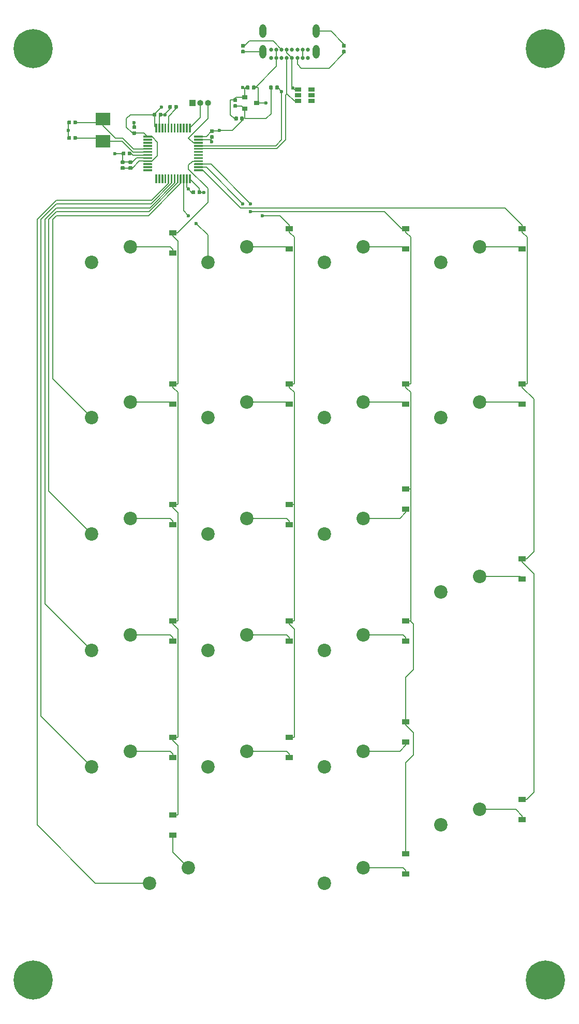
<source format=gbr>
G04 #@! TF.GenerationSoftware,KiCad,Pcbnew,(5.1.5-0-10_14)*
G04 #@! TF.CreationDate,2020-01-27T17:12:38-08:00*
G04 #@! TF.ProjectId,Numpad,4e756d70-6164-42e6-9b69-6361645f7063,rev?*
G04 #@! TF.SameCoordinates,Original*
G04 #@! TF.FileFunction,Copper,L1,Top*
G04 #@! TF.FilePolarity,Positive*
%FSLAX46Y46*%
G04 Gerber Fmt 4.6, Leading zero omitted, Abs format (unit mm)*
G04 Created by KiCad (PCBNEW (5.1.5-0-10_14)) date 2020-01-27 17:12:38*
%MOMM*%
%LPD*%
G04 APERTURE LIST*
%ADD10C,0.100000*%
%ADD11C,2.200000*%
%ADD12R,1.200000X0.900000*%
%ADD13C,6.400000*%
%ADD14R,1.000000X1.000000*%
%ADD15O,1.000000X1.000000*%
%ADD16C,0.650000*%
%ADD17O,1.108000X2.216000*%
%ADD18R,1.060000X0.650000*%
%ADD19R,0.900000X0.800000*%
%ADD20R,2.400000X2.000000*%
%ADD21C,0.600000*%
%ADD22C,0.127000*%
%ADD23C,0.200000*%
G04 APERTURE END LIST*
G04 #@! TA.AperFunction,SMDPad,CuDef*
D10*
G36*
X61606958Y-27620710D02*
G01*
X61621276Y-27622834D01*
X61635317Y-27626351D01*
X61648946Y-27631228D01*
X61662031Y-27637417D01*
X61674447Y-27644858D01*
X61686073Y-27653481D01*
X61696798Y-27663202D01*
X61706519Y-27673927D01*
X61715142Y-27685553D01*
X61722583Y-27697969D01*
X61728772Y-27711054D01*
X61733649Y-27724683D01*
X61737166Y-27738724D01*
X61739290Y-27753042D01*
X61740000Y-27767500D01*
X61740000Y-28112500D01*
X61739290Y-28126958D01*
X61737166Y-28141276D01*
X61733649Y-28155317D01*
X61728772Y-28168946D01*
X61722583Y-28182031D01*
X61715142Y-28194447D01*
X61706519Y-28206073D01*
X61696798Y-28216798D01*
X61686073Y-28226519D01*
X61674447Y-28235142D01*
X61662031Y-28242583D01*
X61648946Y-28248772D01*
X61635317Y-28253649D01*
X61621276Y-28257166D01*
X61606958Y-28259290D01*
X61592500Y-28260000D01*
X61297500Y-28260000D01*
X61283042Y-28259290D01*
X61268724Y-28257166D01*
X61254683Y-28253649D01*
X61241054Y-28248772D01*
X61227969Y-28242583D01*
X61215553Y-28235142D01*
X61203927Y-28226519D01*
X61193202Y-28216798D01*
X61183481Y-28206073D01*
X61174858Y-28194447D01*
X61167417Y-28182031D01*
X61161228Y-28168946D01*
X61156351Y-28155317D01*
X61152834Y-28141276D01*
X61150710Y-28126958D01*
X61150000Y-28112500D01*
X61150000Y-27767500D01*
X61150710Y-27753042D01*
X61152834Y-27738724D01*
X61156351Y-27724683D01*
X61161228Y-27711054D01*
X61167417Y-27697969D01*
X61174858Y-27685553D01*
X61183481Y-27673927D01*
X61193202Y-27663202D01*
X61203927Y-27653481D01*
X61215553Y-27644858D01*
X61227969Y-27637417D01*
X61241054Y-27631228D01*
X61254683Y-27626351D01*
X61268724Y-27622834D01*
X61283042Y-27620710D01*
X61297500Y-27620000D01*
X61592500Y-27620000D01*
X61606958Y-27620710D01*
G37*
G04 #@! TD.AperFunction*
G04 #@! TA.AperFunction,SMDPad,CuDef*
G36*
X60636958Y-27620710D02*
G01*
X60651276Y-27622834D01*
X60665317Y-27626351D01*
X60678946Y-27631228D01*
X60692031Y-27637417D01*
X60704447Y-27644858D01*
X60716073Y-27653481D01*
X60726798Y-27663202D01*
X60736519Y-27673927D01*
X60745142Y-27685553D01*
X60752583Y-27697969D01*
X60758772Y-27711054D01*
X60763649Y-27724683D01*
X60767166Y-27738724D01*
X60769290Y-27753042D01*
X60770000Y-27767500D01*
X60770000Y-28112500D01*
X60769290Y-28126958D01*
X60767166Y-28141276D01*
X60763649Y-28155317D01*
X60758772Y-28168946D01*
X60752583Y-28182031D01*
X60745142Y-28194447D01*
X60736519Y-28206073D01*
X60726798Y-28216798D01*
X60716073Y-28226519D01*
X60704447Y-28235142D01*
X60692031Y-28242583D01*
X60678946Y-28248772D01*
X60665317Y-28253649D01*
X60651276Y-28257166D01*
X60636958Y-28259290D01*
X60622500Y-28260000D01*
X60327500Y-28260000D01*
X60313042Y-28259290D01*
X60298724Y-28257166D01*
X60284683Y-28253649D01*
X60271054Y-28248772D01*
X60257969Y-28242583D01*
X60245553Y-28235142D01*
X60233927Y-28226519D01*
X60223202Y-28216798D01*
X60213481Y-28206073D01*
X60204858Y-28194447D01*
X60197417Y-28182031D01*
X60191228Y-28168946D01*
X60186351Y-28155317D01*
X60182834Y-28141276D01*
X60180710Y-28126958D01*
X60180000Y-28112500D01*
X60180000Y-27767500D01*
X60180710Y-27753042D01*
X60182834Y-27738724D01*
X60186351Y-27724683D01*
X60191228Y-27711054D01*
X60197417Y-27697969D01*
X60204858Y-27685553D01*
X60213481Y-27673927D01*
X60223202Y-27663202D01*
X60233927Y-27653481D01*
X60245553Y-27644858D01*
X60257969Y-27637417D01*
X60271054Y-27631228D01*
X60284683Y-27626351D01*
X60298724Y-27622834D01*
X60313042Y-27620710D01*
X60327500Y-27620000D01*
X60622500Y-27620000D01*
X60636958Y-27620710D01*
G37*
G04 #@! TD.AperFunction*
D11*
X31115000Y-56515000D03*
X37465000Y-53975000D03*
X31115000Y-81915000D03*
X37465000Y-79375000D03*
X31115000Y-100965000D03*
X37465000Y-98425000D03*
X37465000Y-117475000D03*
X31115000Y-120015000D03*
X31115000Y-139065000D03*
X37465000Y-136525000D03*
X40640000Y-158115000D03*
X46990000Y-155575000D03*
X56515000Y-53975000D03*
X50165000Y-56515000D03*
X56515000Y-79375000D03*
X50165000Y-81915000D03*
X56515000Y-98425000D03*
X50165000Y-100965000D03*
X50165000Y-120015000D03*
X56515000Y-117475000D03*
X56515000Y-136525000D03*
X50165000Y-139065000D03*
X69215000Y-56515000D03*
X75565000Y-53975000D03*
X69215000Y-81915000D03*
X75565000Y-79375000D03*
X69215000Y-100965000D03*
X75565000Y-98425000D03*
X75565000Y-117475000D03*
X69215000Y-120015000D03*
X69215000Y-139065000D03*
X75565000Y-136525000D03*
X75565000Y-155575000D03*
X69215000Y-158115000D03*
X94615000Y-53975000D03*
X88265000Y-56515000D03*
X94615000Y-79375000D03*
X88265000Y-81915000D03*
X94615000Y-107950000D03*
X88265000Y-110490000D03*
X88265000Y-148590000D03*
X94615000Y-146050000D03*
G04 #@! TA.AperFunction,SMDPad,CuDef*
D10*
G36*
X38286958Y-35115710D02*
G01*
X38301276Y-35117834D01*
X38315317Y-35121351D01*
X38328946Y-35126228D01*
X38342031Y-35132417D01*
X38354447Y-35139858D01*
X38366073Y-35148481D01*
X38376798Y-35158202D01*
X38386519Y-35168927D01*
X38395142Y-35180553D01*
X38402583Y-35192969D01*
X38408772Y-35206054D01*
X38413649Y-35219683D01*
X38417166Y-35233724D01*
X38419290Y-35248042D01*
X38420000Y-35262500D01*
X38420000Y-35557500D01*
X38419290Y-35571958D01*
X38417166Y-35586276D01*
X38413649Y-35600317D01*
X38408772Y-35613946D01*
X38402583Y-35627031D01*
X38395142Y-35639447D01*
X38386519Y-35651073D01*
X38376798Y-35661798D01*
X38366073Y-35671519D01*
X38354447Y-35680142D01*
X38342031Y-35687583D01*
X38328946Y-35693772D01*
X38315317Y-35698649D01*
X38301276Y-35702166D01*
X38286958Y-35704290D01*
X38272500Y-35705000D01*
X37927500Y-35705000D01*
X37913042Y-35704290D01*
X37898724Y-35702166D01*
X37884683Y-35698649D01*
X37871054Y-35693772D01*
X37857969Y-35687583D01*
X37845553Y-35680142D01*
X37833927Y-35671519D01*
X37823202Y-35661798D01*
X37813481Y-35651073D01*
X37804858Y-35639447D01*
X37797417Y-35627031D01*
X37791228Y-35613946D01*
X37786351Y-35600317D01*
X37782834Y-35586276D01*
X37780710Y-35571958D01*
X37780000Y-35557500D01*
X37780000Y-35262500D01*
X37780710Y-35248042D01*
X37782834Y-35233724D01*
X37786351Y-35219683D01*
X37791228Y-35206054D01*
X37797417Y-35192969D01*
X37804858Y-35180553D01*
X37813481Y-35168927D01*
X37823202Y-35158202D01*
X37833927Y-35148481D01*
X37845553Y-35139858D01*
X37857969Y-35132417D01*
X37871054Y-35126228D01*
X37884683Y-35121351D01*
X37898724Y-35117834D01*
X37913042Y-35115710D01*
X37927500Y-35115000D01*
X38272500Y-35115000D01*
X38286958Y-35115710D01*
G37*
G04 #@! TD.AperFunction*
G04 #@! TA.AperFunction,SMDPad,CuDef*
G36*
X38286958Y-34145710D02*
G01*
X38301276Y-34147834D01*
X38315317Y-34151351D01*
X38328946Y-34156228D01*
X38342031Y-34162417D01*
X38354447Y-34169858D01*
X38366073Y-34178481D01*
X38376798Y-34188202D01*
X38386519Y-34198927D01*
X38395142Y-34210553D01*
X38402583Y-34222969D01*
X38408772Y-34236054D01*
X38413649Y-34249683D01*
X38417166Y-34263724D01*
X38419290Y-34278042D01*
X38420000Y-34292500D01*
X38420000Y-34587500D01*
X38419290Y-34601958D01*
X38417166Y-34616276D01*
X38413649Y-34630317D01*
X38408772Y-34643946D01*
X38402583Y-34657031D01*
X38395142Y-34669447D01*
X38386519Y-34681073D01*
X38376798Y-34691798D01*
X38366073Y-34701519D01*
X38354447Y-34710142D01*
X38342031Y-34717583D01*
X38328946Y-34723772D01*
X38315317Y-34728649D01*
X38301276Y-34732166D01*
X38286958Y-34734290D01*
X38272500Y-34735000D01*
X37927500Y-34735000D01*
X37913042Y-34734290D01*
X37898724Y-34732166D01*
X37884683Y-34728649D01*
X37871054Y-34723772D01*
X37857969Y-34717583D01*
X37845553Y-34710142D01*
X37833927Y-34701519D01*
X37823202Y-34691798D01*
X37813481Y-34681073D01*
X37804858Y-34669447D01*
X37797417Y-34657031D01*
X37791228Y-34643946D01*
X37786351Y-34630317D01*
X37782834Y-34616276D01*
X37780710Y-34601958D01*
X37780000Y-34587500D01*
X37780000Y-34292500D01*
X37780710Y-34278042D01*
X37782834Y-34263724D01*
X37786351Y-34249683D01*
X37791228Y-34236054D01*
X37797417Y-34222969D01*
X37804858Y-34210553D01*
X37813481Y-34198927D01*
X37823202Y-34188202D01*
X37833927Y-34178481D01*
X37845553Y-34169858D01*
X37857969Y-34162417D01*
X37871054Y-34156228D01*
X37884683Y-34151351D01*
X37898724Y-34147834D01*
X37913042Y-34145710D01*
X37927500Y-34145000D01*
X38272500Y-34145000D01*
X38286958Y-34145710D01*
G37*
G04 #@! TD.AperFunction*
G04 #@! TA.AperFunction,SMDPad,CuDef*
G36*
X47936958Y-44765710D02*
G01*
X47951276Y-44767834D01*
X47965317Y-44771351D01*
X47978946Y-44776228D01*
X47992031Y-44782417D01*
X48004447Y-44789858D01*
X48016073Y-44798481D01*
X48026798Y-44808202D01*
X48036519Y-44818927D01*
X48045142Y-44830553D01*
X48052583Y-44842969D01*
X48058772Y-44856054D01*
X48063649Y-44869683D01*
X48067166Y-44883724D01*
X48069290Y-44898042D01*
X48070000Y-44912500D01*
X48070000Y-45257500D01*
X48069290Y-45271958D01*
X48067166Y-45286276D01*
X48063649Y-45300317D01*
X48058772Y-45313946D01*
X48052583Y-45327031D01*
X48045142Y-45339447D01*
X48036519Y-45351073D01*
X48026798Y-45361798D01*
X48016073Y-45371519D01*
X48004447Y-45380142D01*
X47992031Y-45387583D01*
X47978946Y-45393772D01*
X47965317Y-45398649D01*
X47951276Y-45402166D01*
X47936958Y-45404290D01*
X47922500Y-45405000D01*
X47627500Y-45405000D01*
X47613042Y-45404290D01*
X47598724Y-45402166D01*
X47584683Y-45398649D01*
X47571054Y-45393772D01*
X47557969Y-45387583D01*
X47545553Y-45380142D01*
X47533927Y-45371519D01*
X47523202Y-45361798D01*
X47513481Y-45351073D01*
X47504858Y-45339447D01*
X47497417Y-45327031D01*
X47491228Y-45313946D01*
X47486351Y-45300317D01*
X47482834Y-45286276D01*
X47480710Y-45271958D01*
X47480000Y-45257500D01*
X47480000Y-44912500D01*
X47480710Y-44898042D01*
X47482834Y-44883724D01*
X47486351Y-44869683D01*
X47491228Y-44856054D01*
X47497417Y-44842969D01*
X47504858Y-44830553D01*
X47513481Y-44818927D01*
X47523202Y-44808202D01*
X47533927Y-44798481D01*
X47545553Y-44789858D01*
X47557969Y-44782417D01*
X47571054Y-44776228D01*
X47584683Y-44771351D01*
X47598724Y-44767834D01*
X47613042Y-44765710D01*
X47627500Y-44765000D01*
X47922500Y-44765000D01*
X47936958Y-44765710D01*
G37*
G04 #@! TD.AperFunction*
G04 #@! TA.AperFunction,SMDPad,CuDef*
G36*
X48906958Y-44765710D02*
G01*
X48921276Y-44767834D01*
X48935317Y-44771351D01*
X48948946Y-44776228D01*
X48962031Y-44782417D01*
X48974447Y-44789858D01*
X48986073Y-44798481D01*
X48996798Y-44808202D01*
X49006519Y-44818927D01*
X49015142Y-44830553D01*
X49022583Y-44842969D01*
X49028772Y-44856054D01*
X49033649Y-44869683D01*
X49037166Y-44883724D01*
X49039290Y-44898042D01*
X49040000Y-44912500D01*
X49040000Y-45257500D01*
X49039290Y-45271958D01*
X49037166Y-45286276D01*
X49033649Y-45300317D01*
X49028772Y-45313946D01*
X49022583Y-45327031D01*
X49015142Y-45339447D01*
X49006519Y-45351073D01*
X48996798Y-45361798D01*
X48986073Y-45371519D01*
X48974447Y-45380142D01*
X48962031Y-45387583D01*
X48948946Y-45393772D01*
X48935317Y-45398649D01*
X48921276Y-45402166D01*
X48906958Y-45404290D01*
X48892500Y-45405000D01*
X48597500Y-45405000D01*
X48583042Y-45404290D01*
X48568724Y-45402166D01*
X48554683Y-45398649D01*
X48541054Y-45393772D01*
X48527969Y-45387583D01*
X48515553Y-45380142D01*
X48503927Y-45371519D01*
X48493202Y-45361798D01*
X48483481Y-45351073D01*
X48474858Y-45339447D01*
X48467417Y-45327031D01*
X48461228Y-45313946D01*
X48456351Y-45300317D01*
X48452834Y-45286276D01*
X48450710Y-45271958D01*
X48450000Y-45257500D01*
X48450000Y-44912500D01*
X48450710Y-44898042D01*
X48452834Y-44883724D01*
X48456351Y-44869683D01*
X48461228Y-44856054D01*
X48467417Y-44842969D01*
X48474858Y-44830553D01*
X48483481Y-44818927D01*
X48493202Y-44808202D01*
X48503927Y-44798481D01*
X48515553Y-44789858D01*
X48527969Y-44782417D01*
X48541054Y-44776228D01*
X48554683Y-44771351D01*
X48568724Y-44767834D01*
X48583042Y-44765710D01*
X48597500Y-44765000D01*
X48892500Y-44765000D01*
X48906958Y-44765710D01*
G37*
G04 #@! TD.AperFunction*
G04 #@! TA.AperFunction,SMDPad,CuDef*
G36*
X50986958Y-34780710D02*
G01*
X51001276Y-34782834D01*
X51015317Y-34786351D01*
X51028946Y-34791228D01*
X51042031Y-34797417D01*
X51054447Y-34804858D01*
X51066073Y-34813481D01*
X51076798Y-34823202D01*
X51086519Y-34833927D01*
X51095142Y-34845553D01*
X51102583Y-34857969D01*
X51108772Y-34871054D01*
X51113649Y-34884683D01*
X51117166Y-34898724D01*
X51119290Y-34913042D01*
X51120000Y-34927500D01*
X51120000Y-35222500D01*
X51119290Y-35236958D01*
X51117166Y-35251276D01*
X51113649Y-35265317D01*
X51108772Y-35278946D01*
X51102583Y-35292031D01*
X51095142Y-35304447D01*
X51086519Y-35316073D01*
X51076798Y-35326798D01*
X51066073Y-35336519D01*
X51054447Y-35345142D01*
X51042031Y-35352583D01*
X51028946Y-35358772D01*
X51015317Y-35363649D01*
X51001276Y-35367166D01*
X50986958Y-35369290D01*
X50972500Y-35370000D01*
X50627500Y-35370000D01*
X50613042Y-35369290D01*
X50598724Y-35367166D01*
X50584683Y-35363649D01*
X50571054Y-35358772D01*
X50557969Y-35352583D01*
X50545553Y-35345142D01*
X50533927Y-35336519D01*
X50523202Y-35326798D01*
X50513481Y-35316073D01*
X50504858Y-35304447D01*
X50497417Y-35292031D01*
X50491228Y-35278946D01*
X50486351Y-35265317D01*
X50482834Y-35251276D01*
X50480710Y-35236958D01*
X50480000Y-35222500D01*
X50480000Y-34927500D01*
X50480710Y-34913042D01*
X50482834Y-34898724D01*
X50486351Y-34884683D01*
X50491228Y-34871054D01*
X50497417Y-34857969D01*
X50504858Y-34845553D01*
X50513481Y-34833927D01*
X50523202Y-34823202D01*
X50533927Y-34813481D01*
X50545553Y-34804858D01*
X50557969Y-34797417D01*
X50571054Y-34791228D01*
X50584683Y-34786351D01*
X50598724Y-34782834D01*
X50613042Y-34780710D01*
X50627500Y-34780000D01*
X50972500Y-34780000D01*
X50986958Y-34780710D01*
G37*
G04 #@! TD.AperFunction*
G04 #@! TA.AperFunction,SMDPad,CuDef*
G36*
X50986958Y-35750710D02*
G01*
X51001276Y-35752834D01*
X51015317Y-35756351D01*
X51028946Y-35761228D01*
X51042031Y-35767417D01*
X51054447Y-35774858D01*
X51066073Y-35783481D01*
X51076798Y-35793202D01*
X51086519Y-35803927D01*
X51095142Y-35815553D01*
X51102583Y-35827969D01*
X51108772Y-35841054D01*
X51113649Y-35854683D01*
X51117166Y-35868724D01*
X51119290Y-35883042D01*
X51120000Y-35897500D01*
X51120000Y-36192500D01*
X51119290Y-36206958D01*
X51117166Y-36221276D01*
X51113649Y-36235317D01*
X51108772Y-36248946D01*
X51102583Y-36262031D01*
X51095142Y-36274447D01*
X51086519Y-36286073D01*
X51076798Y-36296798D01*
X51066073Y-36306519D01*
X51054447Y-36315142D01*
X51042031Y-36322583D01*
X51028946Y-36328772D01*
X51015317Y-36333649D01*
X51001276Y-36337166D01*
X50986958Y-36339290D01*
X50972500Y-36340000D01*
X50627500Y-36340000D01*
X50613042Y-36339290D01*
X50598724Y-36337166D01*
X50584683Y-36333649D01*
X50571054Y-36328772D01*
X50557969Y-36322583D01*
X50545553Y-36315142D01*
X50533927Y-36306519D01*
X50523202Y-36296798D01*
X50513481Y-36286073D01*
X50504858Y-36274447D01*
X50497417Y-36262031D01*
X50491228Y-36248946D01*
X50486351Y-36235317D01*
X50482834Y-36221276D01*
X50480710Y-36206958D01*
X50480000Y-36192500D01*
X50480000Y-35897500D01*
X50480710Y-35883042D01*
X50482834Y-35868724D01*
X50486351Y-35854683D01*
X50491228Y-35841054D01*
X50497417Y-35827969D01*
X50504858Y-35815553D01*
X50513481Y-35803927D01*
X50523202Y-35793202D01*
X50533927Y-35783481D01*
X50545553Y-35774858D01*
X50557969Y-35767417D01*
X50571054Y-35761228D01*
X50584683Y-35756351D01*
X50598724Y-35752834D01*
X50613042Y-35750710D01*
X50627500Y-35750000D01*
X50972500Y-35750000D01*
X50986958Y-35750710D01*
G37*
G04 #@! TD.AperFunction*
G04 #@! TA.AperFunction,SMDPad,CuDef*
G36*
X42556958Y-32065710D02*
G01*
X42571276Y-32067834D01*
X42585317Y-32071351D01*
X42598946Y-32076228D01*
X42612031Y-32082417D01*
X42624447Y-32089858D01*
X42636073Y-32098481D01*
X42646798Y-32108202D01*
X42656519Y-32118927D01*
X42665142Y-32130553D01*
X42672583Y-32142969D01*
X42678772Y-32156054D01*
X42683649Y-32169683D01*
X42687166Y-32183724D01*
X42689290Y-32198042D01*
X42690000Y-32212500D01*
X42690000Y-32557500D01*
X42689290Y-32571958D01*
X42687166Y-32586276D01*
X42683649Y-32600317D01*
X42678772Y-32613946D01*
X42672583Y-32627031D01*
X42665142Y-32639447D01*
X42656519Y-32651073D01*
X42646798Y-32661798D01*
X42636073Y-32671519D01*
X42624447Y-32680142D01*
X42612031Y-32687583D01*
X42598946Y-32693772D01*
X42585317Y-32698649D01*
X42571276Y-32702166D01*
X42556958Y-32704290D01*
X42542500Y-32705000D01*
X42247500Y-32705000D01*
X42233042Y-32704290D01*
X42218724Y-32702166D01*
X42204683Y-32698649D01*
X42191054Y-32693772D01*
X42177969Y-32687583D01*
X42165553Y-32680142D01*
X42153927Y-32671519D01*
X42143202Y-32661798D01*
X42133481Y-32651073D01*
X42124858Y-32639447D01*
X42117417Y-32627031D01*
X42111228Y-32613946D01*
X42106351Y-32600317D01*
X42102834Y-32586276D01*
X42100710Y-32571958D01*
X42100000Y-32557500D01*
X42100000Y-32212500D01*
X42100710Y-32198042D01*
X42102834Y-32183724D01*
X42106351Y-32169683D01*
X42111228Y-32156054D01*
X42117417Y-32142969D01*
X42124858Y-32130553D01*
X42133481Y-32118927D01*
X42143202Y-32108202D01*
X42153927Y-32098481D01*
X42165553Y-32089858D01*
X42177969Y-32082417D01*
X42191054Y-32076228D01*
X42204683Y-32071351D01*
X42218724Y-32067834D01*
X42233042Y-32065710D01*
X42247500Y-32065000D01*
X42542500Y-32065000D01*
X42556958Y-32065710D01*
G37*
G04 #@! TD.AperFunction*
G04 #@! TA.AperFunction,SMDPad,CuDef*
G36*
X41586958Y-32065710D02*
G01*
X41601276Y-32067834D01*
X41615317Y-32071351D01*
X41628946Y-32076228D01*
X41642031Y-32082417D01*
X41654447Y-32089858D01*
X41666073Y-32098481D01*
X41676798Y-32108202D01*
X41686519Y-32118927D01*
X41695142Y-32130553D01*
X41702583Y-32142969D01*
X41708772Y-32156054D01*
X41713649Y-32169683D01*
X41717166Y-32183724D01*
X41719290Y-32198042D01*
X41720000Y-32212500D01*
X41720000Y-32557500D01*
X41719290Y-32571958D01*
X41717166Y-32586276D01*
X41713649Y-32600317D01*
X41708772Y-32613946D01*
X41702583Y-32627031D01*
X41695142Y-32639447D01*
X41686519Y-32651073D01*
X41676798Y-32661798D01*
X41666073Y-32671519D01*
X41654447Y-32680142D01*
X41642031Y-32687583D01*
X41628946Y-32693772D01*
X41615317Y-32698649D01*
X41601276Y-32702166D01*
X41586958Y-32704290D01*
X41572500Y-32705000D01*
X41277500Y-32705000D01*
X41263042Y-32704290D01*
X41248724Y-32702166D01*
X41234683Y-32698649D01*
X41221054Y-32693772D01*
X41207969Y-32687583D01*
X41195553Y-32680142D01*
X41183927Y-32671519D01*
X41173202Y-32661798D01*
X41163481Y-32651073D01*
X41154858Y-32639447D01*
X41147417Y-32627031D01*
X41141228Y-32613946D01*
X41136351Y-32600317D01*
X41132834Y-32586276D01*
X41130710Y-32571958D01*
X41130000Y-32557500D01*
X41130000Y-32212500D01*
X41130710Y-32198042D01*
X41132834Y-32183724D01*
X41136351Y-32169683D01*
X41141228Y-32156054D01*
X41147417Y-32142969D01*
X41154858Y-32130553D01*
X41163481Y-32118927D01*
X41173202Y-32108202D01*
X41183927Y-32098481D01*
X41195553Y-32089858D01*
X41207969Y-32082417D01*
X41221054Y-32076228D01*
X41234683Y-32071351D01*
X41248724Y-32067834D01*
X41263042Y-32065710D01*
X41277500Y-32065000D01*
X41572500Y-32065000D01*
X41586958Y-32065710D01*
G37*
G04 #@! TD.AperFunction*
G04 #@! TA.AperFunction,SMDPad,CuDef*
G36*
X37651958Y-39860710D02*
G01*
X37666276Y-39862834D01*
X37680317Y-39866351D01*
X37693946Y-39871228D01*
X37707031Y-39877417D01*
X37719447Y-39884858D01*
X37731073Y-39893481D01*
X37741798Y-39903202D01*
X37751519Y-39913927D01*
X37760142Y-39925553D01*
X37767583Y-39937969D01*
X37773772Y-39951054D01*
X37778649Y-39964683D01*
X37782166Y-39978724D01*
X37784290Y-39993042D01*
X37785000Y-40007500D01*
X37785000Y-40302500D01*
X37784290Y-40316958D01*
X37782166Y-40331276D01*
X37778649Y-40345317D01*
X37773772Y-40358946D01*
X37767583Y-40372031D01*
X37760142Y-40384447D01*
X37751519Y-40396073D01*
X37741798Y-40406798D01*
X37731073Y-40416519D01*
X37719447Y-40425142D01*
X37707031Y-40432583D01*
X37693946Y-40438772D01*
X37680317Y-40443649D01*
X37666276Y-40447166D01*
X37651958Y-40449290D01*
X37637500Y-40450000D01*
X37292500Y-40450000D01*
X37278042Y-40449290D01*
X37263724Y-40447166D01*
X37249683Y-40443649D01*
X37236054Y-40438772D01*
X37222969Y-40432583D01*
X37210553Y-40425142D01*
X37198927Y-40416519D01*
X37188202Y-40406798D01*
X37178481Y-40396073D01*
X37169858Y-40384447D01*
X37162417Y-40372031D01*
X37156228Y-40358946D01*
X37151351Y-40345317D01*
X37147834Y-40331276D01*
X37145710Y-40316958D01*
X37145000Y-40302500D01*
X37145000Y-40007500D01*
X37145710Y-39993042D01*
X37147834Y-39978724D01*
X37151351Y-39964683D01*
X37156228Y-39951054D01*
X37162417Y-39937969D01*
X37169858Y-39925553D01*
X37178481Y-39913927D01*
X37188202Y-39903202D01*
X37198927Y-39893481D01*
X37210553Y-39884858D01*
X37222969Y-39877417D01*
X37236054Y-39871228D01*
X37249683Y-39866351D01*
X37263724Y-39862834D01*
X37278042Y-39860710D01*
X37292500Y-39860000D01*
X37637500Y-39860000D01*
X37651958Y-39860710D01*
G37*
G04 #@! TD.AperFunction*
G04 #@! TA.AperFunction,SMDPad,CuDef*
G36*
X37651958Y-40830710D02*
G01*
X37666276Y-40832834D01*
X37680317Y-40836351D01*
X37693946Y-40841228D01*
X37707031Y-40847417D01*
X37719447Y-40854858D01*
X37731073Y-40863481D01*
X37741798Y-40873202D01*
X37751519Y-40883927D01*
X37760142Y-40895553D01*
X37767583Y-40907969D01*
X37773772Y-40921054D01*
X37778649Y-40934683D01*
X37782166Y-40948724D01*
X37784290Y-40963042D01*
X37785000Y-40977500D01*
X37785000Y-41272500D01*
X37784290Y-41286958D01*
X37782166Y-41301276D01*
X37778649Y-41315317D01*
X37773772Y-41328946D01*
X37767583Y-41342031D01*
X37760142Y-41354447D01*
X37751519Y-41366073D01*
X37741798Y-41376798D01*
X37731073Y-41386519D01*
X37719447Y-41395142D01*
X37707031Y-41402583D01*
X37693946Y-41408772D01*
X37680317Y-41413649D01*
X37666276Y-41417166D01*
X37651958Y-41419290D01*
X37637500Y-41420000D01*
X37292500Y-41420000D01*
X37278042Y-41419290D01*
X37263724Y-41417166D01*
X37249683Y-41413649D01*
X37236054Y-41408772D01*
X37222969Y-41402583D01*
X37210553Y-41395142D01*
X37198927Y-41386519D01*
X37188202Y-41376798D01*
X37178481Y-41366073D01*
X37169858Y-41354447D01*
X37162417Y-41342031D01*
X37156228Y-41328946D01*
X37151351Y-41315317D01*
X37147834Y-41301276D01*
X37145710Y-41286958D01*
X37145000Y-41272500D01*
X37145000Y-40977500D01*
X37145710Y-40963042D01*
X37147834Y-40948724D01*
X37151351Y-40934683D01*
X37156228Y-40921054D01*
X37162417Y-40907969D01*
X37169858Y-40895553D01*
X37178481Y-40883927D01*
X37188202Y-40873202D01*
X37198927Y-40863481D01*
X37210553Y-40854858D01*
X37222969Y-40847417D01*
X37236054Y-40841228D01*
X37249683Y-40836351D01*
X37263724Y-40832834D01*
X37278042Y-40830710D01*
X37292500Y-40830000D01*
X37637500Y-40830000D01*
X37651958Y-40830710D01*
G37*
G04 #@! TD.AperFunction*
G04 #@! TA.AperFunction,SMDPad,CuDef*
G36*
X36381958Y-40830710D02*
G01*
X36396276Y-40832834D01*
X36410317Y-40836351D01*
X36423946Y-40841228D01*
X36437031Y-40847417D01*
X36449447Y-40854858D01*
X36461073Y-40863481D01*
X36471798Y-40873202D01*
X36481519Y-40883927D01*
X36490142Y-40895553D01*
X36497583Y-40907969D01*
X36503772Y-40921054D01*
X36508649Y-40934683D01*
X36512166Y-40948724D01*
X36514290Y-40963042D01*
X36515000Y-40977500D01*
X36515000Y-41272500D01*
X36514290Y-41286958D01*
X36512166Y-41301276D01*
X36508649Y-41315317D01*
X36503772Y-41328946D01*
X36497583Y-41342031D01*
X36490142Y-41354447D01*
X36481519Y-41366073D01*
X36471798Y-41376798D01*
X36461073Y-41386519D01*
X36449447Y-41395142D01*
X36437031Y-41402583D01*
X36423946Y-41408772D01*
X36410317Y-41413649D01*
X36396276Y-41417166D01*
X36381958Y-41419290D01*
X36367500Y-41420000D01*
X36022500Y-41420000D01*
X36008042Y-41419290D01*
X35993724Y-41417166D01*
X35979683Y-41413649D01*
X35966054Y-41408772D01*
X35952969Y-41402583D01*
X35940553Y-41395142D01*
X35928927Y-41386519D01*
X35918202Y-41376798D01*
X35908481Y-41366073D01*
X35899858Y-41354447D01*
X35892417Y-41342031D01*
X35886228Y-41328946D01*
X35881351Y-41315317D01*
X35877834Y-41301276D01*
X35875710Y-41286958D01*
X35875000Y-41272500D01*
X35875000Y-40977500D01*
X35875710Y-40963042D01*
X35877834Y-40948724D01*
X35881351Y-40934683D01*
X35886228Y-40921054D01*
X35892417Y-40907969D01*
X35899858Y-40895553D01*
X35908481Y-40883927D01*
X35918202Y-40873202D01*
X35928927Y-40863481D01*
X35940553Y-40854858D01*
X35952969Y-40847417D01*
X35966054Y-40841228D01*
X35979683Y-40836351D01*
X35993724Y-40832834D01*
X36008042Y-40830710D01*
X36022500Y-40830000D01*
X36367500Y-40830000D01*
X36381958Y-40830710D01*
G37*
G04 #@! TD.AperFunction*
G04 #@! TA.AperFunction,SMDPad,CuDef*
G36*
X36381958Y-39860710D02*
G01*
X36396276Y-39862834D01*
X36410317Y-39866351D01*
X36423946Y-39871228D01*
X36437031Y-39877417D01*
X36449447Y-39884858D01*
X36461073Y-39893481D01*
X36471798Y-39903202D01*
X36481519Y-39913927D01*
X36490142Y-39925553D01*
X36497583Y-39937969D01*
X36503772Y-39951054D01*
X36508649Y-39964683D01*
X36512166Y-39978724D01*
X36514290Y-39993042D01*
X36515000Y-40007500D01*
X36515000Y-40302500D01*
X36514290Y-40316958D01*
X36512166Y-40331276D01*
X36508649Y-40345317D01*
X36503772Y-40358946D01*
X36497583Y-40372031D01*
X36490142Y-40384447D01*
X36481519Y-40396073D01*
X36471798Y-40406798D01*
X36461073Y-40416519D01*
X36449447Y-40425142D01*
X36437031Y-40432583D01*
X36423946Y-40438772D01*
X36410317Y-40443649D01*
X36396276Y-40447166D01*
X36381958Y-40449290D01*
X36367500Y-40450000D01*
X36022500Y-40450000D01*
X36008042Y-40449290D01*
X35993724Y-40447166D01*
X35979683Y-40443649D01*
X35966054Y-40438772D01*
X35952969Y-40432583D01*
X35940553Y-40425142D01*
X35928927Y-40416519D01*
X35918202Y-40406798D01*
X35908481Y-40396073D01*
X35899858Y-40384447D01*
X35892417Y-40372031D01*
X35886228Y-40358946D01*
X35881351Y-40345317D01*
X35877834Y-40331276D01*
X35875710Y-40316958D01*
X35875000Y-40302500D01*
X35875000Y-40007500D01*
X35875710Y-39993042D01*
X35877834Y-39978724D01*
X35881351Y-39964683D01*
X35886228Y-39951054D01*
X35892417Y-39937969D01*
X35899858Y-39925553D01*
X35908481Y-39913927D01*
X35918202Y-39903202D01*
X35928927Y-39893481D01*
X35940553Y-39884858D01*
X35952969Y-39877417D01*
X35966054Y-39871228D01*
X35979683Y-39866351D01*
X35993724Y-39862834D01*
X36008042Y-39860710D01*
X36022500Y-39860000D01*
X36367500Y-39860000D01*
X36381958Y-39860710D01*
G37*
G04 #@! TD.AperFunction*
G04 #@! TA.AperFunction,SMDPad,CuDef*
G36*
X55891958Y-32700710D02*
G01*
X55906276Y-32702834D01*
X55920317Y-32706351D01*
X55933946Y-32711228D01*
X55947031Y-32717417D01*
X55959447Y-32724858D01*
X55971073Y-32733481D01*
X55981798Y-32743202D01*
X55991519Y-32753927D01*
X56000142Y-32765553D01*
X56007583Y-32777969D01*
X56013772Y-32791054D01*
X56018649Y-32804683D01*
X56022166Y-32818724D01*
X56024290Y-32833042D01*
X56025000Y-32847500D01*
X56025000Y-33192500D01*
X56024290Y-33206958D01*
X56022166Y-33221276D01*
X56018649Y-33235317D01*
X56013772Y-33248946D01*
X56007583Y-33262031D01*
X56000142Y-33274447D01*
X55991519Y-33286073D01*
X55981798Y-33296798D01*
X55971073Y-33306519D01*
X55959447Y-33315142D01*
X55947031Y-33322583D01*
X55933946Y-33328772D01*
X55920317Y-33333649D01*
X55906276Y-33337166D01*
X55891958Y-33339290D01*
X55877500Y-33340000D01*
X55582500Y-33340000D01*
X55568042Y-33339290D01*
X55553724Y-33337166D01*
X55539683Y-33333649D01*
X55526054Y-33328772D01*
X55512969Y-33322583D01*
X55500553Y-33315142D01*
X55488927Y-33306519D01*
X55478202Y-33296798D01*
X55468481Y-33286073D01*
X55459858Y-33274447D01*
X55452417Y-33262031D01*
X55446228Y-33248946D01*
X55441351Y-33235317D01*
X55437834Y-33221276D01*
X55435710Y-33206958D01*
X55435000Y-33192500D01*
X55435000Y-32847500D01*
X55435710Y-32833042D01*
X55437834Y-32818724D01*
X55441351Y-32804683D01*
X55446228Y-32791054D01*
X55452417Y-32777969D01*
X55459858Y-32765553D01*
X55468481Y-32753927D01*
X55478202Y-32743202D01*
X55488927Y-32733481D01*
X55500553Y-32724858D01*
X55512969Y-32717417D01*
X55526054Y-32711228D01*
X55539683Y-32706351D01*
X55553724Y-32702834D01*
X55568042Y-32700710D01*
X55582500Y-32700000D01*
X55877500Y-32700000D01*
X55891958Y-32700710D01*
G37*
G04 #@! TD.AperFunction*
G04 #@! TA.AperFunction,SMDPad,CuDef*
G36*
X54921958Y-32700710D02*
G01*
X54936276Y-32702834D01*
X54950317Y-32706351D01*
X54963946Y-32711228D01*
X54977031Y-32717417D01*
X54989447Y-32724858D01*
X55001073Y-32733481D01*
X55011798Y-32743202D01*
X55021519Y-32753927D01*
X55030142Y-32765553D01*
X55037583Y-32777969D01*
X55043772Y-32791054D01*
X55048649Y-32804683D01*
X55052166Y-32818724D01*
X55054290Y-32833042D01*
X55055000Y-32847500D01*
X55055000Y-33192500D01*
X55054290Y-33206958D01*
X55052166Y-33221276D01*
X55048649Y-33235317D01*
X55043772Y-33248946D01*
X55037583Y-33262031D01*
X55030142Y-33274447D01*
X55021519Y-33286073D01*
X55011798Y-33296798D01*
X55001073Y-33306519D01*
X54989447Y-33315142D01*
X54977031Y-33322583D01*
X54963946Y-33328772D01*
X54950317Y-33333649D01*
X54936276Y-33337166D01*
X54921958Y-33339290D01*
X54907500Y-33340000D01*
X54612500Y-33340000D01*
X54598042Y-33339290D01*
X54583724Y-33337166D01*
X54569683Y-33333649D01*
X54556054Y-33328772D01*
X54542969Y-33322583D01*
X54530553Y-33315142D01*
X54518927Y-33306519D01*
X54508202Y-33296798D01*
X54498481Y-33286073D01*
X54489858Y-33274447D01*
X54482417Y-33262031D01*
X54476228Y-33248946D01*
X54471351Y-33235317D01*
X54467834Y-33221276D01*
X54465710Y-33206958D01*
X54465000Y-33192500D01*
X54465000Y-32847500D01*
X54465710Y-32833042D01*
X54467834Y-32818724D01*
X54471351Y-32804683D01*
X54476228Y-32791054D01*
X54482417Y-32777969D01*
X54489858Y-32765553D01*
X54498481Y-32753927D01*
X54508202Y-32743202D01*
X54518927Y-32733481D01*
X54530553Y-32724858D01*
X54542969Y-32717417D01*
X54556054Y-32711228D01*
X54569683Y-32706351D01*
X54583724Y-32702834D01*
X54598042Y-32700710D01*
X54612500Y-32700000D01*
X54907500Y-32700000D01*
X54921958Y-32700710D01*
G37*
G04 #@! TD.AperFunction*
G04 #@! TA.AperFunction,SMDPad,CuDef*
G36*
X28586958Y-33335710D02*
G01*
X28601276Y-33337834D01*
X28615317Y-33341351D01*
X28628946Y-33346228D01*
X28642031Y-33352417D01*
X28654447Y-33359858D01*
X28666073Y-33368481D01*
X28676798Y-33378202D01*
X28686519Y-33388927D01*
X28695142Y-33400553D01*
X28702583Y-33412969D01*
X28708772Y-33426054D01*
X28713649Y-33439683D01*
X28717166Y-33453724D01*
X28719290Y-33468042D01*
X28720000Y-33482500D01*
X28720000Y-33827500D01*
X28719290Y-33841958D01*
X28717166Y-33856276D01*
X28713649Y-33870317D01*
X28708772Y-33883946D01*
X28702583Y-33897031D01*
X28695142Y-33909447D01*
X28686519Y-33921073D01*
X28676798Y-33931798D01*
X28666073Y-33941519D01*
X28654447Y-33950142D01*
X28642031Y-33957583D01*
X28628946Y-33963772D01*
X28615317Y-33968649D01*
X28601276Y-33972166D01*
X28586958Y-33974290D01*
X28572500Y-33975000D01*
X28277500Y-33975000D01*
X28263042Y-33974290D01*
X28248724Y-33972166D01*
X28234683Y-33968649D01*
X28221054Y-33963772D01*
X28207969Y-33957583D01*
X28195553Y-33950142D01*
X28183927Y-33941519D01*
X28173202Y-33931798D01*
X28163481Y-33921073D01*
X28154858Y-33909447D01*
X28147417Y-33897031D01*
X28141228Y-33883946D01*
X28136351Y-33870317D01*
X28132834Y-33856276D01*
X28130710Y-33841958D01*
X28130000Y-33827500D01*
X28130000Y-33482500D01*
X28130710Y-33468042D01*
X28132834Y-33453724D01*
X28136351Y-33439683D01*
X28141228Y-33426054D01*
X28147417Y-33412969D01*
X28154858Y-33400553D01*
X28163481Y-33388927D01*
X28173202Y-33378202D01*
X28183927Y-33368481D01*
X28195553Y-33359858D01*
X28207969Y-33352417D01*
X28221054Y-33346228D01*
X28234683Y-33341351D01*
X28248724Y-33337834D01*
X28263042Y-33335710D01*
X28277500Y-33335000D01*
X28572500Y-33335000D01*
X28586958Y-33335710D01*
G37*
G04 #@! TD.AperFunction*
G04 #@! TA.AperFunction,SMDPad,CuDef*
G36*
X27616958Y-33335710D02*
G01*
X27631276Y-33337834D01*
X27645317Y-33341351D01*
X27658946Y-33346228D01*
X27672031Y-33352417D01*
X27684447Y-33359858D01*
X27696073Y-33368481D01*
X27706798Y-33378202D01*
X27716519Y-33388927D01*
X27725142Y-33400553D01*
X27732583Y-33412969D01*
X27738772Y-33426054D01*
X27743649Y-33439683D01*
X27747166Y-33453724D01*
X27749290Y-33468042D01*
X27750000Y-33482500D01*
X27750000Y-33827500D01*
X27749290Y-33841958D01*
X27747166Y-33856276D01*
X27743649Y-33870317D01*
X27738772Y-33883946D01*
X27732583Y-33897031D01*
X27725142Y-33909447D01*
X27716519Y-33921073D01*
X27706798Y-33931798D01*
X27696073Y-33941519D01*
X27684447Y-33950142D01*
X27672031Y-33957583D01*
X27658946Y-33963772D01*
X27645317Y-33968649D01*
X27631276Y-33972166D01*
X27616958Y-33974290D01*
X27602500Y-33975000D01*
X27307500Y-33975000D01*
X27293042Y-33974290D01*
X27278724Y-33972166D01*
X27264683Y-33968649D01*
X27251054Y-33963772D01*
X27237969Y-33957583D01*
X27225553Y-33950142D01*
X27213927Y-33941519D01*
X27203202Y-33931798D01*
X27193481Y-33921073D01*
X27184858Y-33909447D01*
X27177417Y-33897031D01*
X27171228Y-33883946D01*
X27166351Y-33870317D01*
X27162834Y-33856276D01*
X27160710Y-33841958D01*
X27160000Y-33827500D01*
X27160000Y-33482500D01*
X27160710Y-33468042D01*
X27162834Y-33453724D01*
X27166351Y-33439683D01*
X27171228Y-33426054D01*
X27177417Y-33412969D01*
X27184858Y-33400553D01*
X27193481Y-33388927D01*
X27203202Y-33378202D01*
X27213927Y-33368481D01*
X27225553Y-33359858D01*
X27237969Y-33352417D01*
X27251054Y-33346228D01*
X27264683Y-33341351D01*
X27278724Y-33337834D01*
X27293042Y-33335710D01*
X27307500Y-33335000D01*
X27602500Y-33335000D01*
X27616958Y-33335710D01*
G37*
G04 #@! TD.AperFunction*
G04 #@! TA.AperFunction,SMDPad,CuDef*
G36*
X27616958Y-35875710D02*
G01*
X27631276Y-35877834D01*
X27645317Y-35881351D01*
X27658946Y-35886228D01*
X27672031Y-35892417D01*
X27684447Y-35899858D01*
X27696073Y-35908481D01*
X27706798Y-35918202D01*
X27716519Y-35928927D01*
X27725142Y-35940553D01*
X27732583Y-35952969D01*
X27738772Y-35966054D01*
X27743649Y-35979683D01*
X27747166Y-35993724D01*
X27749290Y-36008042D01*
X27750000Y-36022500D01*
X27750000Y-36367500D01*
X27749290Y-36381958D01*
X27747166Y-36396276D01*
X27743649Y-36410317D01*
X27738772Y-36423946D01*
X27732583Y-36437031D01*
X27725142Y-36449447D01*
X27716519Y-36461073D01*
X27706798Y-36471798D01*
X27696073Y-36481519D01*
X27684447Y-36490142D01*
X27672031Y-36497583D01*
X27658946Y-36503772D01*
X27645317Y-36508649D01*
X27631276Y-36512166D01*
X27616958Y-36514290D01*
X27602500Y-36515000D01*
X27307500Y-36515000D01*
X27293042Y-36514290D01*
X27278724Y-36512166D01*
X27264683Y-36508649D01*
X27251054Y-36503772D01*
X27237969Y-36497583D01*
X27225553Y-36490142D01*
X27213927Y-36481519D01*
X27203202Y-36471798D01*
X27193481Y-36461073D01*
X27184858Y-36449447D01*
X27177417Y-36437031D01*
X27171228Y-36423946D01*
X27166351Y-36410317D01*
X27162834Y-36396276D01*
X27160710Y-36381958D01*
X27160000Y-36367500D01*
X27160000Y-36022500D01*
X27160710Y-36008042D01*
X27162834Y-35993724D01*
X27166351Y-35979683D01*
X27171228Y-35966054D01*
X27177417Y-35952969D01*
X27184858Y-35940553D01*
X27193481Y-35928927D01*
X27203202Y-35918202D01*
X27213927Y-35908481D01*
X27225553Y-35899858D01*
X27237969Y-35892417D01*
X27251054Y-35886228D01*
X27264683Y-35881351D01*
X27278724Y-35877834D01*
X27293042Y-35875710D01*
X27307500Y-35875000D01*
X27602500Y-35875000D01*
X27616958Y-35875710D01*
G37*
G04 #@! TD.AperFunction*
G04 #@! TA.AperFunction,SMDPad,CuDef*
G36*
X28586958Y-35875710D02*
G01*
X28601276Y-35877834D01*
X28615317Y-35881351D01*
X28628946Y-35886228D01*
X28642031Y-35892417D01*
X28654447Y-35899858D01*
X28666073Y-35908481D01*
X28676798Y-35918202D01*
X28686519Y-35928927D01*
X28695142Y-35940553D01*
X28702583Y-35952969D01*
X28708772Y-35966054D01*
X28713649Y-35979683D01*
X28717166Y-35993724D01*
X28719290Y-36008042D01*
X28720000Y-36022500D01*
X28720000Y-36367500D01*
X28719290Y-36381958D01*
X28717166Y-36396276D01*
X28713649Y-36410317D01*
X28708772Y-36423946D01*
X28702583Y-36437031D01*
X28695142Y-36449447D01*
X28686519Y-36461073D01*
X28676798Y-36471798D01*
X28666073Y-36481519D01*
X28654447Y-36490142D01*
X28642031Y-36497583D01*
X28628946Y-36503772D01*
X28615317Y-36508649D01*
X28601276Y-36512166D01*
X28586958Y-36514290D01*
X28572500Y-36515000D01*
X28277500Y-36515000D01*
X28263042Y-36514290D01*
X28248724Y-36512166D01*
X28234683Y-36508649D01*
X28221054Y-36503772D01*
X28207969Y-36497583D01*
X28195553Y-36490142D01*
X28183927Y-36481519D01*
X28173202Y-36471798D01*
X28163481Y-36461073D01*
X28154858Y-36449447D01*
X28147417Y-36437031D01*
X28141228Y-36423946D01*
X28136351Y-36410317D01*
X28132834Y-36396276D01*
X28130710Y-36381958D01*
X28130000Y-36367500D01*
X28130000Y-36022500D01*
X28130710Y-36008042D01*
X28132834Y-35993724D01*
X28136351Y-35979683D01*
X28141228Y-35966054D01*
X28147417Y-35952969D01*
X28154858Y-35940553D01*
X28163481Y-35928927D01*
X28173202Y-35918202D01*
X28183927Y-35908481D01*
X28195553Y-35899858D01*
X28207969Y-35892417D01*
X28221054Y-35886228D01*
X28234683Y-35881351D01*
X28248724Y-35877834D01*
X28263042Y-35875710D01*
X28277500Y-35875000D01*
X28572500Y-35875000D01*
X28586958Y-35875710D01*
G37*
G04 #@! TD.AperFunction*
G04 #@! TA.AperFunction,SMDPad,CuDef*
G36*
X37476958Y-38415710D02*
G01*
X37491276Y-38417834D01*
X37505317Y-38421351D01*
X37518946Y-38426228D01*
X37532031Y-38432417D01*
X37544447Y-38439858D01*
X37556073Y-38448481D01*
X37566798Y-38458202D01*
X37576519Y-38468927D01*
X37585142Y-38480553D01*
X37592583Y-38492969D01*
X37598772Y-38506054D01*
X37603649Y-38519683D01*
X37607166Y-38533724D01*
X37609290Y-38548042D01*
X37610000Y-38562500D01*
X37610000Y-38907500D01*
X37609290Y-38921958D01*
X37607166Y-38936276D01*
X37603649Y-38950317D01*
X37598772Y-38963946D01*
X37592583Y-38977031D01*
X37585142Y-38989447D01*
X37576519Y-39001073D01*
X37566798Y-39011798D01*
X37556073Y-39021519D01*
X37544447Y-39030142D01*
X37532031Y-39037583D01*
X37518946Y-39043772D01*
X37505317Y-39048649D01*
X37491276Y-39052166D01*
X37476958Y-39054290D01*
X37462500Y-39055000D01*
X37167500Y-39055000D01*
X37153042Y-39054290D01*
X37138724Y-39052166D01*
X37124683Y-39048649D01*
X37111054Y-39043772D01*
X37097969Y-39037583D01*
X37085553Y-39030142D01*
X37073927Y-39021519D01*
X37063202Y-39011798D01*
X37053481Y-39001073D01*
X37044858Y-38989447D01*
X37037417Y-38977031D01*
X37031228Y-38963946D01*
X37026351Y-38950317D01*
X37022834Y-38936276D01*
X37020710Y-38921958D01*
X37020000Y-38907500D01*
X37020000Y-38562500D01*
X37020710Y-38548042D01*
X37022834Y-38533724D01*
X37026351Y-38519683D01*
X37031228Y-38506054D01*
X37037417Y-38492969D01*
X37044858Y-38480553D01*
X37053481Y-38468927D01*
X37063202Y-38458202D01*
X37073927Y-38448481D01*
X37085553Y-38439858D01*
X37097969Y-38432417D01*
X37111054Y-38426228D01*
X37124683Y-38421351D01*
X37138724Y-38417834D01*
X37153042Y-38415710D01*
X37167500Y-38415000D01*
X37462500Y-38415000D01*
X37476958Y-38415710D01*
G37*
G04 #@! TD.AperFunction*
G04 #@! TA.AperFunction,SMDPad,CuDef*
G36*
X36506958Y-38415710D02*
G01*
X36521276Y-38417834D01*
X36535317Y-38421351D01*
X36548946Y-38426228D01*
X36562031Y-38432417D01*
X36574447Y-38439858D01*
X36586073Y-38448481D01*
X36596798Y-38458202D01*
X36606519Y-38468927D01*
X36615142Y-38480553D01*
X36622583Y-38492969D01*
X36628772Y-38506054D01*
X36633649Y-38519683D01*
X36637166Y-38533724D01*
X36639290Y-38548042D01*
X36640000Y-38562500D01*
X36640000Y-38907500D01*
X36639290Y-38921958D01*
X36637166Y-38936276D01*
X36633649Y-38950317D01*
X36628772Y-38963946D01*
X36622583Y-38977031D01*
X36615142Y-38989447D01*
X36606519Y-39001073D01*
X36596798Y-39011798D01*
X36586073Y-39021519D01*
X36574447Y-39030142D01*
X36562031Y-39037583D01*
X36548946Y-39043772D01*
X36535317Y-39048649D01*
X36521276Y-39052166D01*
X36506958Y-39054290D01*
X36492500Y-39055000D01*
X36197500Y-39055000D01*
X36183042Y-39054290D01*
X36168724Y-39052166D01*
X36154683Y-39048649D01*
X36141054Y-39043772D01*
X36127969Y-39037583D01*
X36115553Y-39030142D01*
X36103927Y-39021519D01*
X36093202Y-39011798D01*
X36083481Y-39001073D01*
X36074858Y-38989447D01*
X36067417Y-38977031D01*
X36061228Y-38963946D01*
X36056351Y-38950317D01*
X36052834Y-38936276D01*
X36050710Y-38921958D01*
X36050000Y-38907500D01*
X36050000Y-38562500D01*
X36050710Y-38548042D01*
X36052834Y-38533724D01*
X36056351Y-38519683D01*
X36061228Y-38506054D01*
X36067417Y-38492969D01*
X36074858Y-38480553D01*
X36083481Y-38468927D01*
X36093202Y-38458202D01*
X36103927Y-38448481D01*
X36115553Y-38439858D01*
X36127969Y-38432417D01*
X36141054Y-38426228D01*
X36154683Y-38421351D01*
X36168724Y-38417834D01*
X36183042Y-38415710D01*
X36197500Y-38415000D01*
X36492500Y-38415000D01*
X36506958Y-38415710D01*
G37*
G04 #@! TD.AperFunction*
G04 #@! TA.AperFunction,SMDPad,CuDef*
G36*
X56826958Y-27620710D02*
G01*
X56841276Y-27622834D01*
X56855317Y-27626351D01*
X56868946Y-27631228D01*
X56882031Y-27637417D01*
X56894447Y-27644858D01*
X56906073Y-27653481D01*
X56916798Y-27663202D01*
X56926519Y-27673927D01*
X56935142Y-27685553D01*
X56942583Y-27697969D01*
X56948772Y-27711054D01*
X56953649Y-27724683D01*
X56957166Y-27738724D01*
X56959290Y-27753042D01*
X56960000Y-27767500D01*
X56960000Y-28112500D01*
X56959290Y-28126958D01*
X56957166Y-28141276D01*
X56953649Y-28155317D01*
X56948772Y-28168946D01*
X56942583Y-28182031D01*
X56935142Y-28194447D01*
X56926519Y-28206073D01*
X56916798Y-28216798D01*
X56906073Y-28226519D01*
X56894447Y-28235142D01*
X56882031Y-28242583D01*
X56868946Y-28248772D01*
X56855317Y-28253649D01*
X56841276Y-28257166D01*
X56826958Y-28259290D01*
X56812500Y-28260000D01*
X56517500Y-28260000D01*
X56503042Y-28259290D01*
X56488724Y-28257166D01*
X56474683Y-28253649D01*
X56461054Y-28248772D01*
X56447969Y-28242583D01*
X56435553Y-28235142D01*
X56423927Y-28226519D01*
X56413202Y-28216798D01*
X56403481Y-28206073D01*
X56394858Y-28194447D01*
X56387417Y-28182031D01*
X56381228Y-28168946D01*
X56376351Y-28155317D01*
X56372834Y-28141276D01*
X56370710Y-28126958D01*
X56370000Y-28112500D01*
X56370000Y-27767500D01*
X56370710Y-27753042D01*
X56372834Y-27738724D01*
X56376351Y-27724683D01*
X56381228Y-27711054D01*
X56387417Y-27697969D01*
X56394858Y-27685553D01*
X56403481Y-27673927D01*
X56413202Y-27663202D01*
X56423927Y-27653481D01*
X56435553Y-27644858D01*
X56447969Y-27637417D01*
X56461054Y-27631228D01*
X56474683Y-27626351D01*
X56488724Y-27622834D01*
X56503042Y-27620710D01*
X56517500Y-27620000D01*
X56812500Y-27620000D01*
X56826958Y-27620710D01*
G37*
G04 #@! TD.AperFunction*
G04 #@! TA.AperFunction,SMDPad,CuDef*
G36*
X57796958Y-27620710D02*
G01*
X57811276Y-27622834D01*
X57825317Y-27626351D01*
X57838946Y-27631228D01*
X57852031Y-27637417D01*
X57864447Y-27644858D01*
X57876073Y-27653481D01*
X57886798Y-27663202D01*
X57896519Y-27673927D01*
X57905142Y-27685553D01*
X57912583Y-27697969D01*
X57918772Y-27711054D01*
X57923649Y-27724683D01*
X57927166Y-27738724D01*
X57929290Y-27753042D01*
X57930000Y-27767500D01*
X57930000Y-28112500D01*
X57929290Y-28126958D01*
X57927166Y-28141276D01*
X57923649Y-28155317D01*
X57918772Y-28168946D01*
X57912583Y-28182031D01*
X57905142Y-28194447D01*
X57896519Y-28206073D01*
X57886798Y-28216798D01*
X57876073Y-28226519D01*
X57864447Y-28235142D01*
X57852031Y-28242583D01*
X57838946Y-28248772D01*
X57825317Y-28253649D01*
X57811276Y-28257166D01*
X57796958Y-28259290D01*
X57782500Y-28260000D01*
X57487500Y-28260000D01*
X57473042Y-28259290D01*
X57458724Y-28257166D01*
X57444683Y-28253649D01*
X57431054Y-28248772D01*
X57417969Y-28242583D01*
X57405553Y-28235142D01*
X57393927Y-28226519D01*
X57383202Y-28216798D01*
X57373481Y-28206073D01*
X57364858Y-28194447D01*
X57357417Y-28182031D01*
X57351228Y-28168946D01*
X57346351Y-28155317D01*
X57342834Y-28141276D01*
X57340710Y-28126958D01*
X57340000Y-28112500D01*
X57340000Y-27767500D01*
X57340710Y-27753042D01*
X57342834Y-27738724D01*
X57346351Y-27724683D01*
X57351228Y-27711054D01*
X57357417Y-27697969D01*
X57364858Y-27685553D01*
X57373481Y-27673927D01*
X57383202Y-27663202D01*
X57393927Y-27653481D01*
X57405553Y-27644858D01*
X57417969Y-27637417D01*
X57431054Y-27631228D01*
X57444683Y-27626351D01*
X57458724Y-27622834D01*
X57473042Y-27620710D01*
X57487500Y-27620000D01*
X57782500Y-27620000D01*
X57796958Y-27620710D01*
G37*
G04 #@! TD.AperFunction*
G04 #@! TA.AperFunction,SMDPad,CuDef*
G36*
X54796958Y-30670710D02*
G01*
X54811276Y-30672834D01*
X54825317Y-30676351D01*
X54838946Y-30681228D01*
X54852031Y-30687417D01*
X54864447Y-30694858D01*
X54876073Y-30703481D01*
X54886798Y-30713202D01*
X54896519Y-30723927D01*
X54905142Y-30735553D01*
X54912583Y-30747969D01*
X54918772Y-30761054D01*
X54923649Y-30774683D01*
X54927166Y-30788724D01*
X54929290Y-30803042D01*
X54930000Y-30817500D01*
X54930000Y-31112500D01*
X54929290Y-31126958D01*
X54927166Y-31141276D01*
X54923649Y-31155317D01*
X54918772Y-31168946D01*
X54912583Y-31182031D01*
X54905142Y-31194447D01*
X54896519Y-31206073D01*
X54886798Y-31216798D01*
X54876073Y-31226519D01*
X54864447Y-31235142D01*
X54852031Y-31242583D01*
X54838946Y-31248772D01*
X54825317Y-31253649D01*
X54811276Y-31257166D01*
X54796958Y-31259290D01*
X54782500Y-31260000D01*
X54437500Y-31260000D01*
X54423042Y-31259290D01*
X54408724Y-31257166D01*
X54394683Y-31253649D01*
X54381054Y-31248772D01*
X54367969Y-31242583D01*
X54355553Y-31235142D01*
X54343927Y-31226519D01*
X54333202Y-31216798D01*
X54323481Y-31206073D01*
X54314858Y-31194447D01*
X54307417Y-31182031D01*
X54301228Y-31168946D01*
X54296351Y-31155317D01*
X54292834Y-31141276D01*
X54290710Y-31126958D01*
X54290000Y-31112500D01*
X54290000Y-30817500D01*
X54290710Y-30803042D01*
X54292834Y-30788724D01*
X54296351Y-30774683D01*
X54301228Y-30761054D01*
X54307417Y-30747969D01*
X54314858Y-30735553D01*
X54323481Y-30723927D01*
X54333202Y-30713202D01*
X54343927Y-30703481D01*
X54355553Y-30694858D01*
X54367969Y-30687417D01*
X54381054Y-30681228D01*
X54394683Y-30676351D01*
X54408724Y-30672834D01*
X54423042Y-30670710D01*
X54437500Y-30670000D01*
X54782500Y-30670000D01*
X54796958Y-30670710D01*
G37*
G04 #@! TD.AperFunction*
G04 #@! TA.AperFunction,SMDPad,CuDef*
G36*
X54796958Y-29700710D02*
G01*
X54811276Y-29702834D01*
X54825317Y-29706351D01*
X54838946Y-29711228D01*
X54852031Y-29717417D01*
X54864447Y-29724858D01*
X54876073Y-29733481D01*
X54886798Y-29743202D01*
X54896519Y-29753927D01*
X54905142Y-29765553D01*
X54912583Y-29777969D01*
X54918772Y-29791054D01*
X54923649Y-29804683D01*
X54927166Y-29818724D01*
X54929290Y-29833042D01*
X54930000Y-29847500D01*
X54930000Y-30142500D01*
X54929290Y-30156958D01*
X54927166Y-30171276D01*
X54923649Y-30185317D01*
X54918772Y-30198946D01*
X54912583Y-30212031D01*
X54905142Y-30224447D01*
X54896519Y-30236073D01*
X54886798Y-30246798D01*
X54876073Y-30256519D01*
X54864447Y-30265142D01*
X54852031Y-30272583D01*
X54838946Y-30278772D01*
X54825317Y-30283649D01*
X54811276Y-30287166D01*
X54796958Y-30289290D01*
X54782500Y-30290000D01*
X54437500Y-30290000D01*
X54423042Y-30289290D01*
X54408724Y-30287166D01*
X54394683Y-30283649D01*
X54381054Y-30278772D01*
X54367969Y-30272583D01*
X54355553Y-30265142D01*
X54343927Y-30256519D01*
X54333202Y-30246798D01*
X54323481Y-30236073D01*
X54314858Y-30224447D01*
X54307417Y-30212031D01*
X54301228Y-30198946D01*
X54296351Y-30185317D01*
X54292834Y-30171276D01*
X54290710Y-30156958D01*
X54290000Y-30142500D01*
X54290000Y-29847500D01*
X54290710Y-29833042D01*
X54292834Y-29818724D01*
X54296351Y-29804683D01*
X54301228Y-29791054D01*
X54307417Y-29777969D01*
X54314858Y-29765553D01*
X54323481Y-29753927D01*
X54333202Y-29743202D01*
X54343927Y-29733481D01*
X54355553Y-29724858D01*
X54367969Y-29717417D01*
X54381054Y-29711228D01*
X54394683Y-29706351D01*
X54408724Y-29702834D01*
X54423042Y-29700710D01*
X54437500Y-29700000D01*
X54782500Y-29700000D01*
X54796958Y-29700710D01*
G37*
G04 #@! TD.AperFunction*
D12*
X44450000Y-51690000D03*
X44450000Y-54990000D03*
X44450000Y-76455000D03*
X44450000Y-79755000D03*
X44450000Y-96140000D03*
X44450000Y-99440000D03*
X44450000Y-118490000D03*
X44450000Y-115190000D03*
X44450000Y-134240000D03*
X44450000Y-137540000D03*
X44450000Y-150240000D03*
X44450000Y-146940000D03*
X63500000Y-54355000D03*
X63500000Y-51055000D03*
X63500000Y-79755000D03*
X63500000Y-76455000D03*
X63500000Y-96140000D03*
X63500000Y-99440000D03*
X63500000Y-118490000D03*
X63500000Y-115190000D03*
X63500000Y-134240000D03*
X63500000Y-137540000D03*
X82550000Y-51055000D03*
X82550000Y-54355000D03*
X82550000Y-79755000D03*
X82550000Y-76455000D03*
X82550000Y-93600000D03*
X82550000Y-96900000D03*
X82550000Y-118490000D03*
X82550000Y-115190000D03*
X82550000Y-131700000D03*
X82550000Y-135000000D03*
X82550000Y-156590000D03*
X82550000Y-153290000D03*
X101600000Y-54355000D03*
X101600000Y-51055000D03*
X101600000Y-76455000D03*
X101600000Y-79755000D03*
X101600000Y-108330000D03*
X101600000Y-105030000D03*
X101600000Y-144400000D03*
X101600000Y-147700000D03*
D13*
X21590000Y-21590000D03*
X105410000Y-21590000D03*
X21590000Y-173990000D03*
X105410000Y-173990000D03*
D14*
X47625000Y-30480000D03*
D15*
X48895000Y-30480000D03*
X50165000Y-30480000D03*
D16*
X66475000Y-23075000D03*
X65625000Y-23075000D03*
X64775000Y-23075000D03*
X63925000Y-23075000D03*
X63075000Y-23075000D03*
X62225000Y-23075000D03*
X61375000Y-23075000D03*
X60525000Y-23075000D03*
X60525000Y-21725000D03*
X61375000Y-21725000D03*
X62225000Y-21725000D03*
X63075000Y-21725000D03*
X63925000Y-21725000D03*
X64775000Y-21725000D03*
X65625000Y-21725000D03*
X66475000Y-21725000D03*
D17*
X67825000Y-22095000D03*
X59175000Y-22095000D03*
X59175000Y-18715000D03*
X67825000Y-18715000D03*
G04 #@! TA.AperFunction,SMDPad,CuDef*
D10*
G36*
X44126958Y-30795710D02*
G01*
X44141276Y-30797834D01*
X44155317Y-30801351D01*
X44168946Y-30806228D01*
X44182031Y-30812417D01*
X44194447Y-30819858D01*
X44206073Y-30828481D01*
X44216798Y-30838202D01*
X44226519Y-30848927D01*
X44235142Y-30860553D01*
X44242583Y-30872969D01*
X44248772Y-30886054D01*
X44253649Y-30899683D01*
X44257166Y-30913724D01*
X44259290Y-30928042D01*
X44260000Y-30942500D01*
X44260000Y-31287500D01*
X44259290Y-31301958D01*
X44257166Y-31316276D01*
X44253649Y-31330317D01*
X44248772Y-31343946D01*
X44242583Y-31357031D01*
X44235142Y-31369447D01*
X44226519Y-31381073D01*
X44216798Y-31391798D01*
X44206073Y-31401519D01*
X44194447Y-31410142D01*
X44182031Y-31417583D01*
X44168946Y-31423772D01*
X44155317Y-31428649D01*
X44141276Y-31432166D01*
X44126958Y-31434290D01*
X44112500Y-31435000D01*
X43817500Y-31435000D01*
X43803042Y-31434290D01*
X43788724Y-31432166D01*
X43774683Y-31428649D01*
X43761054Y-31423772D01*
X43747969Y-31417583D01*
X43735553Y-31410142D01*
X43723927Y-31401519D01*
X43713202Y-31391798D01*
X43703481Y-31381073D01*
X43694858Y-31369447D01*
X43687417Y-31357031D01*
X43681228Y-31343946D01*
X43676351Y-31330317D01*
X43672834Y-31316276D01*
X43670710Y-31301958D01*
X43670000Y-31287500D01*
X43670000Y-30942500D01*
X43670710Y-30928042D01*
X43672834Y-30913724D01*
X43676351Y-30899683D01*
X43681228Y-30886054D01*
X43687417Y-30872969D01*
X43694858Y-30860553D01*
X43703481Y-30848927D01*
X43713202Y-30838202D01*
X43723927Y-30828481D01*
X43735553Y-30819858D01*
X43747969Y-30812417D01*
X43761054Y-30806228D01*
X43774683Y-30801351D01*
X43788724Y-30797834D01*
X43803042Y-30795710D01*
X43817500Y-30795000D01*
X44112500Y-30795000D01*
X44126958Y-30795710D01*
G37*
G04 #@! TD.AperFunction*
G04 #@! TA.AperFunction,SMDPad,CuDef*
G36*
X45096958Y-30795710D02*
G01*
X45111276Y-30797834D01*
X45125317Y-30801351D01*
X45138946Y-30806228D01*
X45152031Y-30812417D01*
X45164447Y-30819858D01*
X45176073Y-30828481D01*
X45186798Y-30838202D01*
X45196519Y-30848927D01*
X45205142Y-30860553D01*
X45212583Y-30872969D01*
X45218772Y-30886054D01*
X45223649Y-30899683D01*
X45227166Y-30913724D01*
X45229290Y-30928042D01*
X45230000Y-30942500D01*
X45230000Y-31287500D01*
X45229290Y-31301958D01*
X45227166Y-31316276D01*
X45223649Y-31330317D01*
X45218772Y-31343946D01*
X45212583Y-31357031D01*
X45205142Y-31369447D01*
X45196519Y-31381073D01*
X45186798Y-31391798D01*
X45176073Y-31401519D01*
X45164447Y-31410142D01*
X45152031Y-31417583D01*
X45138946Y-31423772D01*
X45125317Y-31428649D01*
X45111276Y-31432166D01*
X45096958Y-31434290D01*
X45082500Y-31435000D01*
X44787500Y-31435000D01*
X44773042Y-31434290D01*
X44758724Y-31432166D01*
X44744683Y-31428649D01*
X44731054Y-31423772D01*
X44717969Y-31417583D01*
X44705553Y-31410142D01*
X44693927Y-31401519D01*
X44683202Y-31391798D01*
X44673481Y-31381073D01*
X44664858Y-31369447D01*
X44657417Y-31357031D01*
X44651228Y-31343946D01*
X44646351Y-31330317D01*
X44642834Y-31316276D01*
X44640710Y-31301958D01*
X44640000Y-31287500D01*
X44640000Y-30942500D01*
X44640710Y-30928042D01*
X44642834Y-30913724D01*
X44646351Y-30899683D01*
X44651228Y-30886054D01*
X44657417Y-30872969D01*
X44664858Y-30860553D01*
X44673481Y-30848927D01*
X44683202Y-30838202D01*
X44693927Y-30828481D01*
X44705553Y-30819858D01*
X44717969Y-30812417D01*
X44731054Y-30806228D01*
X44744683Y-30801351D01*
X44758724Y-30797834D01*
X44773042Y-30795710D01*
X44787500Y-30795000D01*
X45082500Y-30795000D01*
X45096958Y-30795710D01*
G37*
G04 #@! TD.AperFunction*
G04 #@! TA.AperFunction,SMDPad,CuDef*
G36*
X72576958Y-21780710D02*
G01*
X72591276Y-21782834D01*
X72605317Y-21786351D01*
X72618946Y-21791228D01*
X72632031Y-21797417D01*
X72644447Y-21804858D01*
X72656073Y-21813481D01*
X72666798Y-21823202D01*
X72676519Y-21833927D01*
X72685142Y-21845553D01*
X72692583Y-21857969D01*
X72698772Y-21871054D01*
X72703649Y-21884683D01*
X72707166Y-21898724D01*
X72709290Y-21913042D01*
X72710000Y-21927500D01*
X72710000Y-22222500D01*
X72709290Y-22236958D01*
X72707166Y-22251276D01*
X72703649Y-22265317D01*
X72698772Y-22278946D01*
X72692583Y-22292031D01*
X72685142Y-22304447D01*
X72676519Y-22316073D01*
X72666798Y-22326798D01*
X72656073Y-22336519D01*
X72644447Y-22345142D01*
X72632031Y-22352583D01*
X72618946Y-22358772D01*
X72605317Y-22363649D01*
X72591276Y-22367166D01*
X72576958Y-22369290D01*
X72562500Y-22370000D01*
X72217500Y-22370000D01*
X72203042Y-22369290D01*
X72188724Y-22367166D01*
X72174683Y-22363649D01*
X72161054Y-22358772D01*
X72147969Y-22352583D01*
X72135553Y-22345142D01*
X72123927Y-22336519D01*
X72113202Y-22326798D01*
X72103481Y-22316073D01*
X72094858Y-22304447D01*
X72087417Y-22292031D01*
X72081228Y-22278946D01*
X72076351Y-22265317D01*
X72072834Y-22251276D01*
X72070710Y-22236958D01*
X72070000Y-22222500D01*
X72070000Y-21927500D01*
X72070710Y-21913042D01*
X72072834Y-21898724D01*
X72076351Y-21884683D01*
X72081228Y-21871054D01*
X72087417Y-21857969D01*
X72094858Y-21845553D01*
X72103481Y-21833927D01*
X72113202Y-21823202D01*
X72123927Y-21813481D01*
X72135553Y-21804858D01*
X72147969Y-21797417D01*
X72161054Y-21791228D01*
X72174683Y-21786351D01*
X72188724Y-21782834D01*
X72203042Y-21780710D01*
X72217500Y-21780000D01*
X72562500Y-21780000D01*
X72576958Y-21780710D01*
G37*
G04 #@! TD.AperFunction*
G04 #@! TA.AperFunction,SMDPad,CuDef*
G36*
X72576958Y-20810710D02*
G01*
X72591276Y-20812834D01*
X72605317Y-20816351D01*
X72618946Y-20821228D01*
X72632031Y-20827417D01*
X72644447Y-20834858D01*
X72656073Y-20843481D01*
X72666798Y-20853202D01*
X72676519Y-20863927D01*
X72685142Y-20875553D01*
X72692583Y-20887969D01*
X72698772Y-20901054D01*
X72703649Y-20914683D01*
X72707166Y-20928724D01*
X72709290Y-20943042D01*
X72710000Y-20957500D01*
X72710000Y-21252500D01*
X72709290Y-21266958D01*
X72707166Y-21281276D01*
X72703649Y-21295317D01*
X72698772Y-21308946D01*
X72692583Y-21322031D01*
X72685142Y-21334447D01*
X72676519Y-21346073D01*
X72666798Y-21356798D01*
X72656073Y-21366519D01*
X72644447Y-21375142D01*
X72632031Y-21382583D01*
X72618946Y-21388772D01*
X72605317Y-21393649D01*
X72591276Y-21397166D01*
X72576958Y-21399290D01*
X72562500Y-21400000D01*
X72217500Y-21400000D01*
X72203042Y-21399290D01*
X72188724Y-21397166D01*
X72174683Y-21393649D01*
X72161054Y-21388772D01*
X72147969Y-21382583D01*
X72135553Y-21375142D01*
X72123927Y-21366519D01*
X72113202Y-21356798D01*
X72103481Y-21346073D01*
X72094858Y-21334447D01*
X72087417Y-21322031D01*
X72081228Y-21308946D01*
X72076351Y-21295317D01*
X72072834Y-21281276D01*
X72070710Y-21266958D01*
X72070000Y-21252500D01*
X72070000Y-20957500D01*
X72070710Y-20943042D01*
X72072834Y-20928724D01*
X72076351Y-20914683D01*
X72081228Y-20901054D01*
X72087417Y-20887969D01*
X72094858Y-20875553D01*
X72103481Y-20863927D01*
X72113202Y-20853202D01*
X72123927Y-20843481D01*
X72135553Y-20834858D01*
X72147969Y-20827417D01*
X72161054Y-20821228D01*
X72174683Y-20816351D01*
X72188724Y-20812834D01*
X72203042Y-20810710D01*
X72217500Y-20810000D01*
X72562500Y-20810000D01*
X72576958Y-20810710D01*
G37*
G04 #@! TD.AperFunction*
G04 #@! TA.AperFunction,SMDPad,CuDef*
G36*
X56066958Y-21780710D02*
G01*
X56081276Y-21782834D01*
X56095317Y-21786351D01*
X56108946Y-21791228D01*
X56122031Y-21797417D01*
X56134447Y-21804858D01*
X56146073Y-21813481D01*
X56156798Y-21823202D01*
X56166519Y-21833927D01*
X56175142Y-21845553D01*
X56182583Y-21857969D01*
X56188772Y-21871054D01*
X56193649Y-21884683D01*
X56197166Y-21898724D01*
X56199290Y-21913042D01*
X56200000Y-21927500D01*
X56200000Y-22222500D01*
X56199290Y-22236958D01*
X56197166Y-22251276D01*
X56193649Y-22265317D01*
X56188772Y-22278946D01*
X56182583Y-22292031D01*
X56175142Y-22304447D01*
X56166519Y-22316073D01*
X56156798Y-22326798D01*
X56146073Y-22336519D01*
X56134447Y-22345142D01*
X56122031Y-22352583D01*
X56108946Y-22358772D01*
X56095317Y-22363649D01*
X56081276Y-22367166D01*
X56066958Y-22369290D01*
X56052500Y-22370000D01*
X55707500Y-22370000D01*
X55693042Y-22369290D01*
X55678724Y-22367166D01*
X55664683Y-22363649D01*
X55651054Y-22358772D01*
X55637969Y-22352583D01*
X55625553Y-22345142D01*
X55613927Y-22336519D01*
X55603202Y-22326798D01*
X55593481Y-22316073D01*
X55584858Y-22304447D01*
X55577417Y-22292031D01*
X55571228Y-22278946D01*
X55566351Y-22265317D01*
X55562834Y-22251276D01*
X55560710Y-22236958D01*
X55560000Y-22222500D01*
X55560000Y-21927500D01*
X55560710Y-21913042D01*
X55562834Y-21898724D01*
X55566351Y-21884683D01*
X55571228Y-21871054D01*
X55577417Y-21857969D01*
X55584858Y-21845553D01*
X55593481Y-21833927D01*
X55603202Y-21823202D01*
X55613927Y-21813481D01*
X55625553Y-21804858D01*
X55637969Y-21797417D01*
X55651054Y-21791228D01*
X55664683Y-21786351D01*
X55678724Y-21782834D01*
X55693042Y-21780710D01*
X55707500Y-21780000D01*
X56052500Y-21780000D01*
X56066958Y-21780710D01*
G37*
G04 #@! TD.AperFunction*
G04 #@! TA.AperFunction,SMDPad,CuDef*
G36*
X56066958Y-20810710D02*
G01*
X56081276Y-20812834D01*
X56095317Y-20816351D01*
X56108946Y-20821228D01*
X56122031Y-20827417D01*
X56134447Y-20834858D01*
X56146073Y-20843481D01*
X56156798Y-20853202D01*
X56166519Y-20863927D01*
X56175142Y-20875553D01*
X56182583Y-20887969D01*
X56188772Y-20901054D01*
X56193649Y-20914683D01*
X56197166Y-20928724D01*
X56199290Y-20943042D01*
X56200000Y-20957500D01*
X56200000Y-21252500D01*
X56199290Y-21266958D01*
X56197166Y-21281276D01*
X56193649Y-21295317D01*
X56188772Y-21308946D01*
X56182583Y-21322031D01*
X56175142Y-21334447D01*
X56166519Y-21346073D01*
X56156798Y-21356798D01*
X56146073Y-21366519D01*
X56134447Y-21375142D01*
X56122031Y-21382583D01*
X56108946Y-21388772D01*
X56095317Y-21393649D01*
X56081276Y-21397166D01*
X56066958Y-21399290D01*
X56052500Y-21400000D01*
X55707500Y-21400000D01*
X55693042Y-21399290D01*
X55678724Y-21397166D01*
X55664683Y-21393649D01*
X55651054Y-21388772D01*
X55637969Y-21382583D01*
X55625553Y-21375142D01*
X55613927Y-21366519D01*
X55603202Y-21356798D01*
X55593481Y-21346073D01*
X55584858Y-21334447D01*
X55577417Y-21322031D01*
X55571228Y-21308946D01*
X55566351Y-21295317D01*
X55562834Y-21281276D01*
X55560710Y-21266958D01*
X55560000Y-21252500D01*
X55560000Y-20957500D01*
X55560710Y-20943042D01*
X55562834Y-20928724D01*
X55566351Y-20914683D01*
X55571228Y-20901054D01*
X55577417Y-20887969D01*
X55584858Y-20875553D01*
X55593481Y-20863927D01*
X55603202Y-20853202D01*
X55613927Y-20843481D01*
X55625553Y-20834858D01*
X55637969Y-20827417D01*
X55651054Y-20821228D01*
X55664683Y-20816351D01*
X55678724Y-20812834D01*
X55693042Y-20810710D01*
X55707500Y-20810000D01*
X56052500Y-20810000D01*
X56066958Y-20810710D01*
G37*
G04 #@! TD.AperFunction*
D18*
X67140000Y-30160000D03*
X67140000Y-29210000D03*
X67140000Y-28260000D03*
X64940000Y-28260000D03*
X64940000Y-30160000D03*
X64940000Y-29210000D03*
G04 #@! TA.AperFunction,SMDPad,CuDef*
D10*
G36*
X40957351Y-35835361D02*
G01*
X40964632Y-35836441D01*
X40971771Y-35838229D01*
X40978701Y-35840709D01*
X40985355Y-35843856D01*
X40991668Y-35847640D01*
X40997579Y-35852024D01*
X41003033Y-35856967D01*
X41007976Y-35862421D01*
X41012360Y-35868332D01*
X41016144Y-35874645D01*
X41019291Y-35881299D01*
X41021771Y-35888229D01*
X41023559Y-35895368D01*
X41024639Y-35902649D01*
X41025000Y-35910000D01*
X41025000Y-36060000D01*
X41024639Y-36067351D01*
X41023559Y-36074632D01*
X41021771Y-36081771D01*
X41019291Y-36088701D01*
X41016144Y-36095355D01*
X41012360Y-36101668D01*
X41007976Y-36107579D01*
X41003033Y-36113033D01*
X40997579Y-36117976D01*
X40991668Y-36122360D01*
X40985355Y-36126144D01*
X40978701Y-36129291D01*
X40971771Y-36131771D01*
X40964632Y-36133559D01*
X40957351Y-36134639D01*
X40950000Y-36135000D01*
X39625000Y-36135000D01*
X39617649Y-36134639D01*
X39610368Y-36133559D01*
X39603229Y-36131771D01*
X39596299Y-36129291D01*
X39589645Y-36126144D01*
X39583332Y-36122360D01*
X39577421Y-36117976D01*
X39571967Y-36113033D01*
X39567024Y-36107579D01*
X39562640Y-36101668D01*
X39558856Y-36095355D01*
X39555709Y-36088701D01*
X39553229Y-36081771D01*
X39551441Y-36074632D01*
X39550361Y-36067351D01*
X39550000Y-36060000D01*
X39550000Y-35910000D01*
X39550361Y-35902649D01*
X39551441Y-35895368D01*
X39553229Y-35888229D01*
X39555709Y-35881299D01*
X39558856Y-35874645D01*
X39562640Y-35868332D01*
X39567024Y-35862421D01*
X39571967Y-35856967D01*
X39577421Y-35852024D01*
X39583332Y-35847640D01*
X39589645Y-35843856D01*
X39596299Y-35840709D01*
X39603229Y-35838229D01*
X39610368Y-35836441D01*
X39617649Y-35835361D01*
X39625000Y-35835000D01*
X40950000Y-35835000D01*
X40957351Y-35835361D01*
G37*
G04 #@! TD.AperFunction*
G04 #@! TA.AperFunction,SMDPad,CuDef*
G36*
X40957351Y-36335361D02*
G01*
X40964632Y-36336441D01*
X40971771Y-36338229D01*
X40978701Y-36340709D01*
X40985355Y-36343856D01*
X40991668Y-36347640D01*
X40997579Y-36352024D01*
X41003033Y-36356967D01*
X41007976Y-36362421D01*
X41012360Y-36368332D01*
X41016144Y-36374645D01*
X41019291Y-36381299D01*
X41021771Y-36388229D01*
X41023559Y-36395368D01*
X41024639Y-36402649D01*
X41025000Y-36410000D01*
X41025000Y-36560000D01*
X41024639Y-36567351D01*
X41023559Y-36574632D01*
X41021771Y-36581771D01*
X41019291Y-36588701D01*
X41016144Y-36595355D01*
X41012360Y-36601668D01*
X41007976Y-36607579D01*
X41003033Y-36613033D01*
X40997579Y-36617976D01*
X40991668Y-36622360D01*
X40985355Y-36626144D01*
X40978701Y-36629291D01*
X40971771Y-36631771D01*
X40964632Y-36633559D01*
X40957351Y-36634639D01*
X40950000Y-36635000D01*
X39625000Y-36635000D01*
X39617649Y-36634639D01*
X39610368Y-36633559D01*
X39603229Y-36631771D01*
X39596299Y-36629291D01*
X39589645Y-36626144D01*
X39583332Y-36622360D01*
X39577421Y-36617976D01*
X39571967Y-36613033D01*
X39567024Y-36607579D01*
X39562640Y-36601668D01*
X39558856Y-36595355D01*
X39555709Y-36588701D01*
X39553229Y-36581771D01*
X39551441Y-36574632D01*
X39550361Y-36567351D01*
X39550000Y-36560000D01*
X39550000Y-36410000D01*
X39550361Y-36402649D01*
X39551441Y-36395368D01*
X39553229Y-36388229D01*
X39555709Y-36381299D01*
X39558856Y-36374645D01*
X39562640Y-36368332D01*
X39567024Y-36362421D01*
X39571967Y-36356967D01*
X39577421Y-36352024D01*
X39583332Y-36347640D01*
X39589645Y-36343856D01*
X39596299Y-36340709D01*
X39603229Y-36338229D01*
X39610368Y-36336441D01*
X39617649Y-36335361D01*
X39625000Y-36335000D01*
X40950000Y-36335000D01*
X40957351Y-36335361D01*
G37*
G04 #@! TD.AperFunction*
G04 #@! TA.AperFunction,SMDPad,CuDef*
G36*
X40957351Y-36835361D02*
G01*
X40964632Y-36836441D01*
X40971771Y-36838229D01*
X40978701Y-36840709D01*
X40985355Y-36843856D01*
X40991668Y-36847640D01*
X40997579Y-36852024D01*
X41003033Y-36856967D01*
X41007976Y-36862421D01*
X41012360Y-36868332D01*
X41016144Y-36874645D01*
X41019291Y-36881299D01*
X41021771Y-36888229D01*
X41023559Y-36895368D01*
X41024639Y-36902649D01*
X41025000Y-36910000D01*
X41025000Y-37060000D01*
X41024639Y-37067351D01*
X41023559Y-37074632D01*
X41021771Y-37081771D01*
X41019291Y-37088701D01*
X41016144Y-37095355D01*
X41012360Y-37101668D01*
X41007976Y-37107579D01*
X41003033Y-37113033D01*
X40997579Y-37117976D01*
X40991668Y-37122360D01*
X40985355Y-37126144D01*
X40978701Y-37129291D01*
X40971771Y-37131771D01*
X40964632Y-37133559D01*
X40957351Y-37134639D01*
X40950000Y-37135000D01*
X39625000Y-37135000D01*
X39617649Y-37134639D01*
X39610368Y-37133559D01*
X39603229Y-37131771D01*
X39596299Y-37129291D01*
X39589645Y-37126144D01*
X39583332Y-37122360D01*
X39577421Y-37117976D01*
X39571967Y-37113033D01*
X39567024Y-37107579D01*
X39562640Y-37101668D01*
X39558856Y-37095355D01*
X39555709Y-37088701D01*
X39553229Y-37081771D01*
X39551441Y-37074632D01*
X39550361Y-37067351D01*
X39550000Y-37060000D01*
X39550000Y-36910000D01*
X39550361Y-36902649D01*
X39551441Y-36895368D01*
X39553229Y-36888229D01*
X39555709Y-36881299D01*
X39558856Y-36874645D01*
X39562640Y-36868332D01*
X39567024Y-36862421D01*
X39571967Y-36856967D01*
X39577421Y-36852024D01*
X39583332Y-36847640D01*
X39589645Y-36843856D01*
X39596299Y-36840709D01*
X39603229Y-36838229D01*
X39610368Y-36836441D01*
X39617649Y-36835361D01*
X39625000Y-36835000D01*
X40950000Y-36835000D01*
X40957351Y-36835361D01*
G37*
G04 #@! TD.AperFunction*
G04 #@! TA.AperFunction,SMDPad,CuDef*
G36*
X40957351Y-37335361D02*
G01*
X40964632Y-37336441D01*
X40971771Y-37338229D01*
X40978701Y-37340709D01*
X40985355Y-37343856D01*
X40991668Y-37347640D01*
X40997579Y-37352024D01*
X41003033Y-37356967D01*
X41007976Y-37362421D01*
X41012360Y-37368332D01*
X41016144Y-37374645D01*
X41019291Y-37381299D01*
X41021771Y-37388229D01*
X41023559Y-37395368D01*
X41024639Y-37402649D01*
X41025000Y-37410000D01*
X41025000Y-37560000D01*
X41024639Y-37567351D01*
X41023559Y-37574632D01*
X41021771Y-37581771D01*
X41019291Y-37588701D01*
X41016144Y-37595355D01*
X41012360Y-37601668D01*
X41007976Y-37607579D01*
X41003033Y-37613033D01*
X40997579Y-37617976D01*
X40991668Y-37622360D01*
X40985355Y-37626144D01*
X40978701Y-37629291D01*
X40971771Y-37631771D01*
X40964632Y-37633559D01*
X40957351Y-37634639D01*
X40950000Y-37635000D01*
X39625000Y-37635000D01*
X39617649Y-37634639D01*
X39610368Y-37633559D01*
X39603229Y-37631771D01*
X39596299Y-37629291D01*
X39589645Y-37626144D01*
X39583332Y-37622360D01*
X39577421Y-37617976D01*
X39571967Y-37613033D01*
X39567024Y-37607579D01*
X39562640Y-37601668D01*
X39558856Y-37595355D01*
X39555709Y-37588701D01*
X39553229Y-37581771D01*
X39551441Y-37574632D01*
X39550361Y-37567351D01*
X39550000Y-37560000D01*
X39550000Y-37410000D01*
X39550361Y-37402649D01*
X39551441Y-37395368D01*
X39553229Y-37388229D01*
X39555709Y-37381299D01*
X39558856Y-37374645D01*
X39562640Y-37368332D01*
X39567024Y-37362421D01*
X39571967Y-37356967D01*
X39577421Y-37352024D01*
X39583332Y-37347640D01*
X39589645Y-37343856D01*
X39596299Y-37340709D01*
X39603229Y-37338229D01*
X39610368Y-37336441D01*
X39617649Y-37335361D01*
X39625000Y-37335000D01*
X40950000Y-37335000D01*
X40957351Y-37335361D01*
G37*
G04 #@! TD.AperFunction*
G04 #@! TA.AperFunction,SMDPad,CuDef*
G36*
X40957351Y-37835361D02*
G01*
X40964632Y-37836441D01*
X40971771Y-37838229D01*
X40978701Y-37840709D01*
X40985355Y-37843856D01*
X40991668Y-37847640D01*
X40997579Y-37852024D01*
X41003033Y-37856967D01*
X41007976Y-37862421D01*
X41012360Y-37868332D01*
X41016144Y-37874645D01*
X41019291Y-37881299D01*
X41021771Y-37888229D01*
X41023559Y-37895368D01*
X41024639Y-37902649D01*
X41025000Y-37910000D01*
X41025000Y-38060000D01*
X41024639Y-38067351D01*
X41023559Y-38074632D01*
X41021771Y-38081771D01*
X41019291Y-38088701D01*
X41016144Y-38095355D01*
X41012360Y-38101668D01*
X41007976Y-38107579D01*
X41003033Y-38113033D01*
X40997579Y-38117976D01*
X40991668Y-38122360D01*
X40985355Y-38126144D01*
X40978701Y-38129291D01*
X40971771Y-38131771D01*
X40964632Y-38133559D01*
X40957351Y-38134639D01*
X40950000Y-38135000D01*
X39625000Y-38135000D01*
X39617649Y-38134639D01*
X39610368Y-38133559D01*
X39603229Y-38131771D01*
X39596299Y-38129291D01*
X39589645Y-38126144D01*
X39583332Y-38122360D01*
X39577421Y-38117976D01*
X39571967Y-38113033D01*
X39567024Y-38107579D01*
X39562640Y-38101668D01*
X39558856Y-38095355D01*
X39555709Y-38088701D01*
X39553229Y-38081771D01*
X39551441Y-38074632D01*
X39550361Y-38067351D01*
X39550000Y-38060000D01*
X39550000Y-37910000D01*
X39550361Y-37902649D01*
X39551441Y-37895368D01*
X39553229Y-37888229D01*
X39555709Y-37881299D01*
X39558856Y-37874645D01*
X39562640Y-37868332D01*
X39567024Y-37862421D01*
X39571967Y-37856967D01*
X39577421Y-37852024D01*
X39583332Y-37847640D01*
X39589645Y-37843856D01*
X39596299Y-37840709D01*
X39603229Y-37838229D01*
X39610368Y-37836441D01*
X39617649Y-37835361D01*
X39625000Y-37835000D01*
X40950000Y-37835000D01*
X40957351Y-37835361D01*
G37*
G04 #@! TD.AperFunction*
G04 #@! TA.AperFunction,SMDPad,CuDef*
G36*
X40957351Y-38335361D02*
G01*
X40964632Y-38336441D01*
X40971771Y-38338229D01*
X40978701Y-38340709D01*
X40985355Y-38343856D01*
X40991668Y-38347640D01*
X40997579Y-38352024D01*
X41003033Y-38356967D01*
X41007976Y-38362421D01*
X41012360Y-38368332D01*
X41016144Y-38374645D01*
X41019291Y-38381299D01*
X41021771Y-38388229D01*
X41023559Y-38395368D01*
X41024639Y-38402649D01*
X41025000Y-38410000D01*
X41025000Y-38560000D01*
X41024639Y-38567351D01*
X41023559Y-38574632D01*
X41021771Y-38581771D01*
X41019291Y-38588701D01*
X41016144Y-38595355D01*
X41012360Y-38601668D01*
X41007976Y-38607579D01*
X41003033Y-38613033D01*
X40997579Y-38617976D01*
X40991668Y-38622360D01*
X40985355Y-38626144D01*
X40978701Y-38629291D01*
X40971771Y-38631771D01*
X40964632Y-38633559D01*
X40957351Y-38634639D01*
X40950000Y-38635000D01*
X39625000Y-38635000D01*
X39617649Y-38634639D01*
X39610368Y-38633559D01*
X39603229Y-38631771D01*
X39596299Y-38629291D01*
X39589645Y-38626144D01*
X39583332Y-38622360D01*
X39577421Y-38617976D01*
X39571967Y-38613033D01*
X39567024Y-38607579D01*
X39562640Y-38601668D01*
X39558856Y-38595355D01*
X39555709Y-38588701D01*
X39553229Y-38581771D01*
X39551441Y-38574632D01*
X39550361Y-38567351D01*
X39550000Y-38560000D01*
X39550000Y-38410000D01*
X39550361Y-38402649D01*
X39551441Y-38395368D01*
X39553229Y-38388229D01*
X39555709Y-38381299D01*
X39558856Y-38374645D01*
X39562640Y-38368332D01*
X39567024Y-38362421D01*
X39571967Y-38356967D01*
X39577421Y-38352024D01*
X39583332Y-38347640D01*
X39589645Y-38343856D01*
X39596299Y-38340709D01*
X39603229Y-38338229D01*
X39610368Y-38336441D01*
X39617649Y-38335361D01*
X39625000Y-38335000D01*
X40950000Y-38335000D01*
X40957351Y-38335361D01*
G37*
G04 #@! TD.AperFunction*
G04 #@! TA.AperFunction,SMDPad,CuDef*
G36*
X40957351Y-38835361D02*
G01*
X40964632Y-38836441D01*
X40971771Y-38838229D01*
X40978701Y-38840709D01*
X40985355Y-38843856D01*
X40991668Y-38847640D01*
X40997579Y-38852024D01*
X41003033Y-38856967D01*
X41007976Y-38862421D01*
X41012360Y-38868332D01*
X41016144Y-38874645D01*
X41019291Y-38881299D01*
X41021771Y-38888229D01*
X41023559Y-38895368D01*
X41024639Y-38902649D01*
X41025000Y-38910000D01*
X41025000Y-39060000D01*
X41024639Y-39067351D01*
X41023559Y-39074632D01*
X41021771Y-39081771D01*
X41019291Y-39088701D01*
X41016144Y-39095355D01*
X41012360Y-39101668D01*
X41007976Y-39107579D01*
X41003033Y-39113033D01*
X40997579Y-39117976D01*
X40991668Y-39122360D01*
X40985355Y-39126144D01*
X40978701Y-39129291D01*
X40971771Y-39131771D01*
X40964632Y-39133559D01*
X40957351Y-39134639D01*
X40950000Y-39135000D01*
X39625000Y-39135000D01*
X39617649Y-39134639D01*
X39610368Y-39133559D01*
X39603229Y-39131771D01*
X39596299Y-39129291D01*
X39589645Y-39126144D01*
X39583332Y-39122360D01*
X39577421Y-39117976D01*
X39571967Y-39113033D01*
X39567024Y-39107579D01*
X39562640Y-39101668D01*
X39558856Y-39095355D01*
X39555709Y-39088701D01*
X39553229Y-39081771D01*
X39551441Y-39074632D01*
X39550361Y-39067351D01*
X39550000Y-39060000D01*
X39550000Y-38910000D01*
X39550361Y-38902649D01*
X39551441Y-38895368D01*
X39553229Y-38888229D01*
X39555709Y-38881299D01*
X39558856Y-38874645D01*
X39562640Y-38868332D01*
X39567024Y-38862421D01*
X39571967Y-38856967D01*
X39577421Y-38852024D01*
X39583332Y-38847640D01*
X39589645Y-38843856D01*
X39596299Y-38840709D01*
X39603229Y-38838229D01*
X39610368Y-38836441D01*
X39617649Y-38835361D01*
X39625000Y-38835000D01*
X40950000Y-38835000D01*
X40957351Y-38835361D01*
G37*
G04 #@! TD.AperFunction*
G04 #@! TA.AperFunction,SMDPad,CuDef*
G36*
X40957351Y-39335361D02*
G01*
X40964632Y-39336441D01*
X40971771Y-39338229D01*
X40978701Y-39340709D01*
X40985355Y-39343856D01*
X40991668Y-39347640D01*
X40997579Y-39352024D01*
X41003033Y-39356967D01*
X41007976Y-39362421D01*
X41012360Y-39368332D01*
X41016144Y-39374645D01*
X41019291Y-39381299D01*
X41021771Y-39388229D01*
X41023559Y-39395368D01*
X41024639Y-39402649D01*
X41025000Y-39410000D01*
X41025000Y-39560000D01*
X41024639Y-39567351D01*
X41023559Y-39574632D01*
X41021771Y-39581771D01*
X41019291Y-39588701D01*
X41016144Y-39595355D01*
X41012360Y-39601668D01*
X41007976Y-39607579D01*
X41003033Y-39613033D01*
X40997579Y-39617976D01*
X40991668Y-39622360D01*
X40985355Y-39626144D01*
X40978701Y-39629291D01*
X40971771Y-39631771D01*
X40964632Y-39633559D01*
X40957351Y-39634639D01*
X40950000Y-39635000D01*
X39625000Y-39635000D01*
X39617649Y-39634639D01*
X39610368Y-39633559D01*
X39603229Y-39631771D01*
X39596299Y-39629291D01*
X39589645Y-39626144D01*
X39583332Y-39622360D01*
X39577421Y-39617976D01*
X39571967Y-39613033D01*
X39567024Y-39607579D01*
X39562640Y-39601668D01*
X39558856Y-39595355D01*
X39555709Y-39588701D01*
X39553229Y-39581771D01*
X39551441Y-39574632D01*
X39550361Y-39567351D01*
X39550000Y-39560000D01*
X39550000Y-39410000D01*
X39550361Y-39402649D01*
X39551441Y-39395368D01*
X39553229Y-39388229D01*
X39555709Y-39381299D01*
X39558856Y-39374645D01*
X39562640Y-39368332D01*
X39567024Y-39362421D01*
X39571967Y-39356967D01*
X39577421Y-39352024D01*
X39583332Y-39347640D01*
X39589645Y-39343856D01*
X39596299Y-39340709D01*
X39603229Y-39338229D01*
X39610368Y-39336441D01*
X39617649Y-39335361D01*
X39625000Y-39335000D01*
X40950000Y-39335000D01*
X40957351Y-39335361D01*
G37*
G04 #@! TD.AperFunction*
G04 #@! TA.AperFunction,SMDPad,CuDef*
G36*
X40957351Y-39835361D02*
G01*
X40964632Y-39836441D01*
X40971771Y-39838229D01*
X40978701Y-39840709D01*
X40985355Y-39843856D01*
X40991668Y-39847640D01*
X40997579Y-39852024D01*
X41003033Y-39856967D01*
X41007976Y-39862421D01*
X41012360Y-39868332D01*
X41016144Y-39874645D01*
X41019291Y-39881299D01*
X41021771Y-39888229D01*
X41023559Y-39895368D01*
X41024639Y-39902649D01*
X41025000Y-39910000D01*
X41025000Y-40060000D01*
X41024639Y-40067351D01*
X41023559Y-40074632D01*
X41021771Y-40081771D01*
X41019291Y-40088701D01*
X41016144Y-40095355D01*
X41012360Y-40101668D01*
X41007976Y-40107579D01*
X41003033Y-40113033D01*
X40997579Y-40117976D01*
X40991668Y-40122360D01*
X40985355Y-40126144D01*
X40978701Y-40129291D01*
X40971771Y-40131771D01*
X40964632Y-40133559D01*
X40957351Y-40134639D01*
X40950000Y-40135000D01*
X39625000Y-40135000D01*
X39617649Y-40134639D01*
X39610368Y-40133559D01*
X39603229Y-40131771D01*
X39596299Y-40129291D01*
X39589645Y-40126144D01*
X39583332Y-40122360D01*
X39577421Y-40117976D01*
X39571967Y-40113033D01*
X39567024Y-40107579D01*
X39562640Y-40101668D01*
X39558856Y-40095355D01*
X39555709Y-40088701D01*
X39553229Y-40081771D01*
X39551441Y-40074632D01*
X39550361Y-40067351D01*
X39550000Y-40060000D01*
X39550000Y-39910000D01*
X39550361Y-39902649D01*
X39551441Y-39895368D01*
X39553229Y-39888229D01*
X39555709Y-39881299D01*
X39558856Y-39874645D01*
X39562640Y-39868332D01*
X39567024Y-39862421D01*
X39571967Y-39856967D01*
X39577421Y-39852024D01*
X39583332Y-39847640D01*
X39589645Y-39843856D01*
X39596299Y-39840709D01*
X39603229Y-39838229D01*
X39610368Y-39836441D01*
X39617649Y-39835361D01*
X39625000Y-39835000D01*
X40950000Y-39835000D01*
X40957351Y-39835361D01*
G37*
G04 #@! TD.AperFunction*
G04 #@! TA.AperFunction,SMDPad,CuDef*
G36*
X40957351Y-40335361D02*
G01*
X40964632Y-40336441D01*
X40971771Y-40338229D01*
X40978701Y-40340709D01*
X40985355Y-40343856D01*
X40991668Y-40347640D01*
X40997579Y-40352024D01*
X41003033Y-40356967D01*
X41007976Y-40362421D01*
X41012360Y-40368332D01*
X41016144Y-40374645D01*
X41019291Y-40381299D01*
X41021771Y-40388229D01*
X41023559Y-40395368D01*
X41024639Y-40402649D01*
X41025000Y-40410000D01*
X41025000Y-40560000D01*
X41024639Y-40567351D01*
X41023559Y-40574632D01*
X41021771Y-40581771D01*
X41019291Y-40588701D01*
X41016144Y-40595355D01*
X41012360Y-40601668D01*
X41007976Y-40607579D01*
X41003033Y-40613033D01*
X40997579Y-40617976D01*
X40991668Y-40622360D01*
X40985355Y-40626144D01*
X40978701Y-40629291D01*
X40971771Y-40631771D01*
X40964632Y-40633559D01*
X40957351Y-40634639D01*
X40950000Y-40635000D01*
X39625000Y-40635000D01*
X39617649Y-40634639D01*
X39610368Y-40633559D01*
X39603229Y-40631771D01*
X39596299Y-40629291D01*
X39589645Y-40626144D01*
X39583332Y-40622360D01*
X39577421Y-40617976D01*
X39571967Y-40613033D01*
X39567024Y-40607579D01*
X39562640Y-40601668D01*
X39558856Y-40595355D01*
X39555709Y-40588701D01*
X39553229Y-40581771D01*
X39551441Y-40574632D01*
X39550361Y-40567351D01*
X39550000Y-40560000D01*
X39550000Y-40410000D01*
X39550361Y-40402649D01*
X39551441Y-40395368D01*
X39553229Y-40388229D01*
X39555709Y-40381299D01*
X39558856Y-40374645D01*
X39562640Y-40368332D01*
X39567024Y-40362421D01*
X39571967Y-40356967D01*
X39577421Y-40352024D01*
X39583332Y-40347640D01*
X39589645Y-40343856D01*
X39596299Y-40340709D01*
X39603229Y-40338229D01*
X39610368Y-40336441D01*
X39617649Y-40335361D01*
X39625000Y-40335000D01*
X40950000Y-40335000D01*
X40957351Y-40335361D01*
G37*
G04 #@! TD.AperFunction*
G04 #@! TA.AperFunction,SMDPad,CuDef*
G36*
X40957351Y-40835361D02*
G01*
X40964632Y-40836441D01*
X40971771Y-40838229D01*
X40978701Y-40840709D01*
X40985355Y-40843856D01*
X40991668Y-40847640D01*
X40997579Y-40852024D01*
X41003033Y-40856967D01*
X41007976Y-40862421D01*
X41012360Y-40868332D01*
X41016144Y-40874645D01*
X41019291Y-40881299D01*
X41021771Y-40888229D01*
X41023559Y-40895368D01*
X41024639Y-40902649D01*
X41025000Y-40910000D01*
X41025000Y-41060000D01*
X41024639Y-41067351D01*
X41023559Y-41074632D01*
X41021771Y-41081771D01*
X41019291Y-41088701D01*
X41016144Y-41095355D01*
X41012360Y-41101668D01*
X41007976Y-41107579D01*
X41003033Y-41113033D01*
X40997579Y-41117976D01*
X40991668Y-41122360D01*
X40985355Y-41126144D01*
X40978701Y-41129291D01*
X40971771Y-41131771D01*
X40964632Y-41133559D01*
X40957351Y-41134639D01*
X40950000Y-41135000D01*
X39625000Y-41135000D01*
X39617649Y-41134639D01*
X39610368Y-41133559D01*
X39603229Y-41131771D01*
X39596299Y-41129291D01*
X39589645Y-41126144D01*
X39583332Y-41122360D01*
X39577421Y-41117976D01*
X39571967Y-41113033D01*
X39567024Y-41107579D01*
X39562640Y-41101668D01*
X39558856Y-41095355D01*
X39555709Y-41088701D01*
X39553229Y-41081771D01*
X39551441Y-41074632D01*
X39550361Y-41067351D01*
X39550000Y-41060000D01*
X39550000Y-40910000D01*
X39550361Y-40902649D01*
X39551441Y-40895368D01*
X39553229Y-40888229D01*
X39555709Y-40881299D01*
X39558856Y-40874645D01*
X39562640Y-40868332D01*
X39567024Y-40862421D01*
X39571967Y-40856967D01*
X39577421Y-40852024D01*
X39583332Y-40847640D01*
X39589645Y-40843856D01*
X39596299Y-40840709D01*
X39603229Y-40838229D01*
X39610368Y-40836441D01*
X39617649Y-40835361D01*
X39625000Y-40835000D01*
X40950000Y-40835000D01*
X40957351Y-40835361D01*
G37*
G04 #@! TD.AperFunction*
G04 #@! TA.AperFunction,SMDPad,CuDef*
G36*
X40957351Y-41335361D02*
G01*
X40964632Y-41336441D01*
X40971771Y-41338229D01*
X40978701Y-41340709D01*
X40985355Y-41343856D01*
X40991668Y-41347640D01*
X40997579Y-41352024D01*
X41003033Y-41356967D01*
X41007976Y-41362421D01*
X41012360Y-41368332D01*
X41016144Y-41374645D01*
X41019291Y-41381299D01*
X41021771Y-41388229D01*
X41023559Y-41395368D01*
X41024639Y-41402649D01*
X41025000Y-41410000D01*
X41025000Y-41560000D01*
X41024639Y-41567351D01*
X41023559Y-41574632D01*
X41021771Y-41581771D01*
X41019291Y-41588701D01*
X41016144Y-41595355D01*
X41012360Y-41601668D01*
X41007976Y-41607579D01*
X41003033Y-41613033D01*
X40997579Y-41617976D01*
X40991668Y-41622360D01*
X40985355Y-41626144D01*
X40978701Y-41629291D01*
X40971771Y-41631771D01*
X40964632Y-41633559D01*
X40957351Y-41634639D01*
X40950000Y-41635000D01*
X39625000Y-41635000D01*
X39617649Y-41634639D01*
X39610368Y-41633559D01*
X39603229Y-41631771D01*
X39596299Y-41629291D01*
X39589645Y-41626144D01*
X39583332Y-41622360D01*
X39577421Y-41617976D01*
X39571967Y-41613033D01*
X39567024Y-41607579D01*
X39562640Y-41601668D01*
X39558856Y-41595355D01*
X39555709Y-41588701D01*
X39553229Y-41581771D01*
X39551441Y-41574632D01*
X39550361Y-41567351D01*
X39550000Y-41560000D01*
X39550000Y-41410000D01*
X39550361Y-41402649D01*
X39551441Y-41395368D01*
X39553229Y-41388229D01*
X39555709Y-41381299D01*
X39558856Y-41374645D01*
X39562640Y-41368332D01*
X39567024Y-41362421D01*
X39571967Y-41356967D01*
X39577421Y-41352024D01*
X39583332Y-41347640D01*
X39589645Y-41343856D01*
X39596299Y-41340709D01*
X39603229Y-41338229D01*
X39610368Y-41336441D01*
X39617649Y-41335361D01*
X39625000Y-41335000D01*
X40950000Y-41335000D01*
X40957351Y-41335361D01*
G37*
G04 #@! TD.AperFunction*
G04 #@! TA.AperFunction,SMDPad,CuDef*
G36*
X41782351Y-42160361D02*
G01*
X41789632Y-42161441D01*
X41796771Y-42163229D01*
X41803701Y-42165709D01*
X41810355Y-42168856D01*
X41816668Y-42172640D01*
X41822579Y-42177024D01*
X41828033Y-42181967D01*
X41832976Y-42187421D01*
X41837360Y-42193332D01*
X41841144Y-42199645D01*
X41844291Y-42206299D01*
X41846771Y-42213229D01*
X41848559Y-42220368D01*
X41849639Y-42227649D01*
X41850000Y-42235000D01*
X41850000Y-43560000D01*
X41849639Y-43567351D01*
X41848559Y-43574632D01*
X41846771Y-43581771D01*
X41844291Y-43588701D01*
X41841144Y-43595355D01*
X41837360Y-43601668D01*
X41832976Y-43607579D01*
X41828033Y-43613033D01*
X41822579Y-43617976D01*
X41816668Y-43622360D01*
X41810355Y-43626144D01*
X41803701Y-43629291D01*
X41796771Y-43631771D01*
X41789632Y-43633559D01*
X41782351Y-43634639D01*
X41775000Y-43635000D01*
X41625000Y-43635000D01*
X41617649Y-43634639D01*
X41610368Y-43633559D01*
X41603229Y-43631771D01*
X41596299Y-43629291D01*
X41589645Y-43626144D01*
X41583332Y-43622360D01*
X41577421Y-43617976D01*
X41571967Y-43613033D01*
X41567024Y-43607579D01*
X41562640Y-43601668D01*
X41558856Y-43595355D01*
X41555709Y-43588701D01*
X41553229Y-43581771D01*
X41551441Y-43574632D01*
X41550361Y-43567351D01*
X41550000Y-43560000D01*
X41550000Y-42235000D01*
X41550361Y-42227649D01*
X41551441Y-42220368D01*
X41553229Y-42213229D01*
X41555709Y-42206299D01*
X41558856Y-42199645D01*
X41562640Y-42193332D01*
X41567024Y-42187421D01*
X41571967Y-42181967D01*
X41577421Y-42177024D01*
X41583332Y-42172640D01*
X41589645Y-42168856D01*
X41596299Y-42165709D01*
X41603229Y-42163229D01*
X41610368Y-42161441D01*
X41617649Y-42160361D01*
X41625000Y-42160000D01*
X41775000Y-42160000D01*
X41782351Y-42160361D01*
G37*
G04 #@! TD.AperFunction*
G04 #@! TA.AperFunction,SMDPad,CuDef*
G36*
X42282351Y-42160361D02*
G01*
X42289632Y-42161441D01*
X42296771Y-42163229D01*
X42303701Y-42165709D01*
X42310355Y-42168856D01*
X42316668Y-42172640D01*
X42322579Y-42177024D01*
X42328033Y-42181967D01*
X42332976Y-42187421D01*
X42337360Y-42193332D01*
X42341144Y-42199645D01*
X42344291Y-42206299D01*
X42346771Y-42213229D01*
X42348559Y-42220368D01*
X42349639Y-42227649D01*
X42350000Y-42235000D01*
X42350000Y-43560000D01*
X42349639Y-43567351D01*
X42348559Y-43574632D01*
X42346771Y-43581771D01*
X42344291Y-43588701D01*
X42341144Y-43595355D01*
X42337360Y-43601668D01*
X42332976Y-43607579D01*
X42328033Y-43613033D01*
X42322579Y-43617976D01*
X42316668Y-43622360D01*
X42310355Y-43626144D01*
X42303701Y-43629291D01*
X42296771Y-43631771D01*
X42289632Y-43633559D01*
X42282351Y-43634639D01*
X42275000Y-43635000D01*
X42125000Y-43635000D01*
X42117649Y-43634639D01*
X42110368Y-43633559D01*
X42103229Y-43631771D01*
X42096299Y-43629291D01*
X42089645Y-43626144D01*
X42083332Y-43622360D01*
X42077421Y-43617976D01*
X42071967Y-43613033D01*
X42067024Y-43607579D01*
X42062640Y-43601668D01*
X42058856Y-43595355D01*
X42055709Y-43588701D01*
X42053229Y-43581771D01*
X42051441Y-43574632D01*
X42050361Y-43567351D01*
X42050000Y-43560000D01*
X42050000Y-42235000D01*
X42050361Y-42227649D01*
X42051441Y-42220368D01*
X42053229Y-42213229D01*
X42055709Y-42206299D01*
X42058856Y-42199645D01*
X42062640Y-42193332D01*
X42067024Y-42187421D01*
X42071967Y-42181967D01*
X42077421Y-42177024D01*
X42083332Y-42172640D01*
X42089645Y-42168856D01*
X42096299Y-42165709D01*
X42103229Y-42163229D01*
X42110368Y-42161441D01*
X42117649Y-42160361D01*
X42125000Y-42160000D01*
X42275000Y-42160000D01*
X42282351Y-42160361D01*
G37*
G04 #@! TD.AperFunction*
G04 #@! TA.AperFunction,SMDPad,CuDef*
G36*
X42782351Y-42160361D02*
G01*
X42789632Y-42161441D01*
X42796771Y-42163229D01*
X42803701Y-42165709D01*
X42810355Y-42168856D01*
X42816668Y-42172640D01*
X42822579Y-42177024D01*
X42828033Y-42181967D01*
X42832976Y-42187421D01*
X42837360Y-42193332D01*
X42841144Y-42199645D01*
X42844291Y-42206299D01*
X42846771Y-42213229D01*
X42848559Y-42220368D01*
X42849639Y-42227649D01*
X42850000Y-42235000D01*
X42850000Y-43560000D01*
X42849639Y-43567351D01*
X42848559Y-43574632D01*
X42846771Y-43581771D01*
X42844291Y-43588701D01*
X42841144Y-43595355D01*
X42837360Y-43601668D01*
X42832976Y-43607579D01*
X42828033Y-43613033D01*
X42822579Y-43617976D01*
X42816668Y-43622360D01*
X42810355Y-43626144D01*
X42803701Y-43629291D01*
X42796771Y-43631771D01*
X42789632Y-43633559D01*
X42782351Y-43634639D01*
X42775000Y-43635000D01*
X42625000Y-43635000D01*
X42617649Y-43634639D01*
X42610368Y-43633559D01*
X42603229Y-43631771D01*
X42596299Y-43629291D01*
X42589645Y-43626144D01*
X42583332Y-43622360D01*
X42577421Y-43617976D01*
X42571967Y-43613033D01*
X42567024Y-43607579D01*
X42562640Y-43601668D01*
X42558856Y-43595355D01*
X42555709Y-43588701D01*
X42553229Y-43581771D01*
X42551441Y-43574632D01*
X42550361Y-43567351D01*
X42550000Y-43560000D01*
X42550000Y-42235000D01*
X42550361Y-42227649D01*
X42551441Y-42220368D01*
X42553229Y-42213229D01*
X42555709Y-42206299D01*
X42558856Y-42199645D01*
X42562640Y-42193332D01*
X42567024Y-42187421D01*
X42571967Y-42181967D01*
X42577421Y-42177024D01*
X42583332Y-42172640D01*
X42589645Y-42168856D01*
X42596299Y-42165709D01*
X42603229Y-42163229D01*
X42610368Y-42161441D01*
X42617649Y-42160361D01*
X42625000Y-42160000D01*
X42775000Y-42160000D01*
X42782351Y-42160361D01*
G37*
G04 #@! TD.AperFunction*
G04 #@! TA.AperFunction,SMDPad,CuDef*
G36*
X43282351Y-42160361D02*
G01*
X43289632Y-42161441D01*
X43296771Y-42163229D01*
X43303701Y-42165709D01*
X43310355Y-42168856D01*
X43316668Y-42172640D01*
X43322579Y-42177024D01*
X43328033Y-42181967D01*
X43332976Y-42187421D01*
X43337360Y-42193332D01*
X43341144Y-42199645D01*
X43344291Y-42206299D01*
X43346771Y-42213229D01*
X43348559Y-42220368D01*
X43349639Y-42227649D01*
X43350000Y-42235000D01*
X43350000Y-43560000D01*
X43349639Y-43567351D01*
X43348559Y-43574632D01*
X43346771Y-43581771D01*
X43344291Y-43588701D01*
X43341144Y-43595355D01*
X43337360Y-43601668D01*
X43332976Y-43607579D01*
X43328033Y-43613033D01*
X43322579Y-43617976D01*
X43316668Y-43622360D01*
X43310355Y-43626144D01*
X43303701Y-43629291D01*
X43296771Y-43631771D01*
X43289632Y-43633559D01*
X43282351Y-43634639D01*
X43275000Y-43635000D01*
X43125000Y-43635000D01*
X43117649Y-43634639D01*
X43110368Y-43633559D01*
X43103229Y-43631771D01*
X43096299Y-43629291D01*
X43089645Y-43626144D01*
X43083332Y-43622360D01*
X43077421Y-43617976D01*
X43071967Y-43613033D01*
X43067024Y-43607579D01*
X43062640Y-43601668D01*
X43058856Y-43595355D01*
X43055709Y-43588701D01*
X43053229Y-43581771D01*
X43051441Y-43574632D01*
X43050361Y-43567351D01*
X43050000Y-43560000D01*
X43050000Y-42235000D01*
X43050361Y-42227649D01*
X43051441Y-42220368D01*
X43053229Y-42213229D01*
X43055709Y-42206299D01*
X43058856Y-42199645D01*
X43062640Y-42193332D01*
X43067024Y-42187421D01*
X43071967Y-42181967D01*
X43077421Y-42177024D01*
X43083332Y-42172640D01*
X43089645Y-42168856D01*
X43096299Y-42165709D01*
X43103229Y-42163229D01*
X43110368Y-42161441D01*
X43117649Y-42160361D01*
X43125000Y-42160000D01*
X43275000Y-42160000D01*
X43282351Y-42160361D01*
G37*
G04 #@! TD.AperFunction*
G04 #@! TA.AperFunction,SMDPad,CuDef*
G36*
X43782351Y-42160361D02*
G01*
X43789632Y-42161441D01*
X43796771Y-42163229D01*
X43803701Y-42165709D01*
X43810355Y-42168856D01*
X43816668Y-42172640D01*
X43822579Y-42177024D01*
X43828033Y-42181967D01*
X43832976Y-42187421D01*
X43837360Y-42193332D01*
X43841144Y-42199645D01*
X43844291Y-42206299D01*
X43846771Y-42213229D01*
X43848559Y-42220368D01*
X43849639Y-42227649D01*
X43850000Y-42235000D01*
X43850000Y-43560000D01*
X43849639Y-43567351D01*
X43848559Y-43574632D01*
X43846771Y-43581771D01*
X43844291Y-43588701D01*
X43841144Y-43595355D01*
X43837360Y-43601668D01*
X43832976Y-43607579D01*
X43828033Y-43613033D01*
X43822579Y-43617976D01*
X43816668Y-43622360D01*
X43810355Y-43626144D01*
X43803701Y-43629291D01*
X43796771Y-43631771D01*
X43789632Y-43633559D01*
X43782351Y-43634639D01*
X43775000Y-43635000D01*
X43625000Y-43635000D01*
X43617649Y-43634639D01*
X43610368Y-43633559D01*
X43603229Y-43631771D01*
X43596299Y-43629291D01*
X43589645Y-43626144D01*
X43583332Y-43622360D01*
X43577421Y-43617976D01*
X43571967Y-43613033D01*
X43567024Y-43607579D01*
X43562640Y-43601668D01*
X43558856Y-43595355D01*
X43555709Y-43588701D01*
X43553229Y-43581771D01*
X43551441Y-43574632D01*
X43550361Y-43567351D01*
X43550000Y-43560000D01*
X43550000Y-42235000D01*
X43550361Y-42227649D01*
X43551441Y-42220368D01*
X43553229Y-42213229D01*
X43555709Y-42206299D01*
X43558856Y-42199645D01*
X43562640Y-42193332D01*
X43567024Y-42187421D01*
X43571967Y-42181967D01*
X43577421Y-42177024D01*
X43583332Y-42172640D01*
X43589645Y-42168856D01*
X43596299Y-42165709D01*
X43603229Y-42163229D01*
X43610368Y-42161441D01*
X43617649Y-42160361D01*
X43625000Y-42160000D01*
X43775000Y-42160000D01*
X43782351Y-42160361D01*
G37*
G04 #@! TD.AperFunction*
G04 #@! TA.AperFunction,SMDPad,CuDef*
G36*
X44282351Y-42160361D02*
G01*
X44289632Y-42161441D01*
X44296771Y-42163229D01*
X44303701Y-42165709D01*
X44310355Y-42168856D01*
X44316668Y-42172640D01*
X44322579Y-42177024D01*
X44328033Y-42181967D01*
X44332976Y-42187421D01*
X44337360Y-42193332D01*
X44341144Y-42199645D01*
X44344291Y-42206299D01*
X44346771Y-42213229D01*
X44348559Y-42220368D01*
X44349639Y-42227649D01*
X44350000Y-42235000D01*
X44350000Y-43560000D01*
X44349639Y-43567351D01*
X44348559Y-43574632D01*
X44346771Y-43581771D01*
X44344291Y-43588701D01*
X44341144Y-43595355D01*
X44337360Y-43601668D01*
X44332976Y-43607579D01*
X44328033Y-43613033D01*
X44322579Y-43617976D01*
X44316668Y-43622360D01*
X44310355Y-43626144D01*
X44303701Y-43629291D01*
X44296771Y-43631771D01*
X44289632Y-43633559D01*
X44282351Y-43634639D01*
X44275000Y-43635000D01*
X44125000Y-43635000D01*
X44117649Y-43634639D01*
X44110368Y-43633559D01*
X44103229Y-43631771D01*
X44096299Y-43629291D01*
X44089645Y-43626144D01*
X44083332Y-43622360D01*
X44077421Y-43617976D01*
X44071967Y-43613033D01*
X44067024Y-43607579D01*
X44062640Y-43601668D01*
X44058856Y-43595355D01*
X44055709Y-43588701D01*
X44053229Y-43581771D01*
X44051441Y-43574632D01*
X44050361Y-43567351D01*
X44050000Y-43560000D01*
X44050000Y-42235000D01*
X44050361Y-42227649D01*
X44051441Y-42220368D01*
X44053229Y-42213229D01*
X44055709Y-42206299D01*
X44058856Y-42199645D01*
X44062640Y-42193332D01*
X44067024Y-42187421D01*
X44071967Y-42181967D01*
X44077421Y-42177024D01*
X44083332Y-42172640D01*
X44089645Y-42168856D01*
X44096299Y-42165709D01*
X44103229Y-42163229D01*
X44110368Y-42161441D01*
X44117649Y-42160361D01*
X44125000Y-42160000D01*
X44275000Y-42160000D01*
X44282351Y-42160361D01*
G37*
G04 #@! TD.AperFunction*
G04 #@! TA.AperFunction,SMDPad,CuDef*
G36*
X44782351Y-42160361D02*
G01*
X44789632Y-42161441D01*
X44796771Y-42163229D01*
X44803701Y-42165709D01*
X44810355Y-42168856D01*
X44816668Y-42172640D01*
X44822579Y-42177024D01*
X44828033Y-42181967D01*
X44832976Y-42187421D01*
X44837360Y-42193332D01*
X44841144Y-42199645D01*
X44844291Y-42206299D01*
X44846771Y-42213229D01*
X44848559Y-42220368D01*
X44849639Y-42227649D01*
X44850000Y-42235000D01*
X44850000Y-43560000D01*
X44849639Y-43567351D01*
X44848559Y-43574632D01*
X44846771Y-43581771D01*
X44844291Y-43588701D01*
X44841144Y-43595355D01*
X44837360Y-43601668D01*
X44832976Y-43607579D01*
X44828033Y-43613033D01*
X44822579Y-43617976D01*
X44816668Y-43622360D01*
X44810355Y-43626144D01*
X44803701Y-43629291D01*
X44796771Y-43631771D01*
X44789632Y-43633559D01*
X44782351Y-43634639D01*
X44775000Y-43635000D01*
X44625000Y-43635000D01*
X44617649Y-43634639D01*
X44610368Y-43633559D01*
X44603229Y-43631771D01*
X44596299Y-43629291D01*
X44589645Y-43626144D01*
X44583332Y-43622360D01*
X44577421Y-43617976D01*
X44571967Y-43613033D01*
X44567024Y-43607579D01*
X44562640Y-43601668D01*
X44558856Y-43595355D01*
X44555709Y-43588701D01*
X44553229Y-43581771D01*
X44551441Y-43574632D01*
X44550361Y-43567351D01*
X44550000Y-43560000D01*
X44550000Y-42235000D01*
X44550361Y-42227649D01*
X44551441Y-42220368D01*
X44553229Y-42213229D01*
X44555709Y-42206299D01*
X44558856Y-42199645D01*
X44562640Y-42193332D01*
X44567024Y-42187421D01*
X44571967Y-42181967D01*
X44577421Y-42177024D01*
X44583332Y-42172640D01*
X44589645Y-42168856D01*
X44596299Y-42165709D01*
X44603229Y-42163229D01*
X44610368Y-42161441D01*
X44617649Y-42160361D01*
X44625000Y-42160000D01*
X44775000Y-42160000D01*
X44782351Y-42160361D01*
G37*
G04 #@! TD.AperFunction*
G04 #@! TA.AperFunction,SMDPad,CuDef*
G36*
X45282351Y-42160361D02*
G01*
X45289632Y-42161441D01*
X45296771Y-42163229D01*
X45303701Y-42165709D01*
X45310355Y-42168856D01*
X45316668Y-42172640D01*
X45322579Y-42177024D01*
X45328033Y-42181967D01*
X45332976Y-42187421D01*
X45337360Y-42193332D01*
X45341144Y-42199645D01*
X45344291Y-42206299D01*
X45346771Y-42213229D01*
X45348559Y-42220368D01*
X45349639Y-42227649D01*
X45350000Y-42235000D01*
X45350000Y-43560000D01*
X45349639Y-43567351D01*
X45348559Y-43574632D01*
X45346771Y-43581771D01*
X45344291Y-43588701D01*
X45341144Y-43595355D01*
X45337360Y-43601668D01*
X45332976Y-43607579D01*
X45328033Y-43613033D01*
X45322579Y-43617976D01*
X45316668Y-43622360D01*
X45310355Y-43626144D01*
X45303701Y-43629291D01*
X45296771Y-43631771D01*
X45289632Y-43633559D01*
X45282351Y-43634639D01*
X45275000Y-43635000D01*
X45125000Y-43635000D01*
X45117649Y-43634639D01*
X45110368Y-43633559D01*
X45103229Y-43631771D01*
X45096299Y-43629291D01*
X45089645Y-43626144D01*
X45083332Y-43622360D01*
X45077421Y-43617976D01*
X45071967Y-43613033D01*
X45067024Y-43607579D01*
X45062640Y-43601668D01*
X45058856Y-43595355D01*
X45055709Y-43588701D01*
X45053229Y-43581771D01*
X45051441Y-43574632D01*
X45050361Y-43567351D01*
X45050000Y-43560000D01*
X45050000Y-42235000D01*
X45050361Y-42227649D01*
X45051441Y-42220368D01*
X45053229Y-42213229D01*
X45055709Y-42206299D01*
X45058856Y-42199645D01*
X45062640Y-42193332D01*
X45067024Y-42187421D01*
X45071967Y-42181967D01*
X45077421Y-42177024D01*
X45083332Y-42172640D01*
X45089645Y-42168856D01*
X45096299Y-42165709D01*
X45103229Y-42163229D01*
X45110368Y-42161441D01*
X45117649Y-42160361D01*
X45125000Y-42160000D01*
X45275000Y-42160000D01*
X45282351Y-42160361D01*
G37*
G04 #@! TD.AperFunction*
G04 #@! TA.AperFunction,SMDPad,CuDef*
G36*
X45782351Y-42160361D02*
G01*
X45789632Y-42161441D01*
X45796771Y-42163229D01*
X45803701Y-42165709D01*
X45810355Y-42168856D01*
X45816668Y-42172640D01*
X45822579Y-42177024D01*
X45828033Y-42181967D01*
X45832976Y-42187421D01*
X45837360Y-42193332D01*
X45841144Y-42199645D01*
X45844291Y-42206299D01*
X45846771Y-42213229D01*
X45848559Y-42220368D01*
X45849639Y-42227649D01*
X45850000Y-42235000D01*
X45850000Y-43560000D01*
X45849639Y-43567351D01*
X45848559Y-43574632D01*
X45846771Y-43581771D01*
X45844291Y-43588701D01*
X45841144Y-43595355D01*
X45837360Y-43601668D01*
X45832976Y-43607579D01*
X45828033Y-43613033D01*
X45822579Y-43617976D01*
X45816668Y-43622360D01*
X45810355Y-43626144D01*
X45803701Y-43629291D01*
X45796771Y-43631771D01*
X45789632Y-43633559D01*
X45782351Y-43634639D01*
X45775000Y-43635000D01*
X45625000Y-43635000D01*
X45617649Y-43634639D01*
X45610368Y-43633559D01*
X45603229Y-43631771D01*
X45596299Y-43629291D01*
X45589645Y-43626144D01*
X45583332Y-43622360D01*
X45577421Y-43617976D01*
X45571967Y-43613033D01*
X45567024Y-43607579D01*
X45562640Y-43601668D01*
X45558856Y-43595355D01*
X45555709Y-43588701D01*
X45553229Y-43581771D01*
X45551441Y-43574632D01*
X45550361Y-43567351D01*
X45550000Y-43560000D01*
X45550000Y-42235000D01*
X45550361Y-42227649D01*
X45551441Y-42220368D01*
X45553229Y-42213229D01*
X45555709Y-42206299D01*
X45558856Y-42199645D01*
X45562640Y-42193332D01*
X45567024Y-42187421D01*
X45571967Y-42181967D01*
X45577421Y-42177024D01*
X45583332Y-42172640D01*
X45589645Y-42168856D01*
X45596299Y-42165709D01*
X45603229Y-42163229D01*
X45610368Y-42161441D01*
X45617649Y-42160361D01*
X45625000Y-42160000D01*
X45775000Y-42160000D01*
X45782351Y-42160361D01*
G37*
G04 #@! TD.AperFunction*
G04 #@! TA.AperFunction,SMDPad,CuDef*
G36*
X46282351Y-42160361D02*
G01*
X46289632Y-42161441D01*
X46296771Y-42163229D01*
X46303701Y-42165709D01*
X46310355Y-42168856D01*
X46316668Y-42172640D01*
X46322579Y-42177024D01*
X46328033Y-42181967D01*
X46332976Y-42187421D01*
X46337360Y-42193332D01*
X46341144Y-42199645D01*
X46344291Y-42206299D01*
X46346771Y-42213229D01*
X46348559Y-42220368D01*
X46349639Y-42227649D01*
X46350000Y-42235000D01*
X46350000Y-43560000D01*
X46349639Y-43567351D01*
X46348559Y-43574632D01*
X46346771Y-43581771D01*
X46344291Y-43588701D01*
X46341144Y-43595355D01*
X46337360Y-43601668D01*
X46332976Y-43607579D01*
X46328033Y-43613033D01*
X46322579Y-43617976D01*
X46316668Y-43622360D01*
X46310355Y-43626144D01*
X46303701Y-43629291D01*
X46296771Y-43631771D01*
X46289632Y-43633559D01*
X46282351Y-43634639D01*
X46275000Y-43635000D01*
X46125000Y-43635000D01*
X46117649Y-43634639D01*
X46110368Y-43633559D01*
X46103229Y-43631771D01*
X46096299Y-43629291D01*
X46089645Y-43626144D01*
X46083332Y-43622360D01*
X46077421Y-43617976D01*
X46071967Y-43613033D01*
X46067024Y-43607579D01*
X46062640Y-43601668D01*
X46058856Y-43595355D01*
X46055709Y-43588701D01*
X46053229Y-43581771D01*
X46051441Y-43574632D01*
X46050361Y-43567351D01*
X46050000Y-43560000D01*
X46050000Y-42235000D01*
X46050361Y-42227649D01*
X46051441Y-42220368D01*
X46053229Y-42213229D01*
X46055709Y-42206299D01*
X46058856Y-42199645D01*
X46062640Y-42193332D01*
X46067024Y-42187421D01*
X46071967Y-42181967D01*
X46077421Y-42177024D01*
X46083332Y-42172640D01*
X46089645Y-42168856D01*
X46096299Y-42165709D01*
X46103229Y-42163229D01*
X46110368Y-42161441D01*
X46117649Y-42160361D01*
X46125000Y-42160000D01*
X46275000Y-42160000D01*
X46282351Y-42160361D01*
G37*
G04 #@! TD.AperFunction*
G04 #@! TA.AperFunction,SMDPad,CuDef*
G36*
X46782351Y-42160361D02*
G01*
X46789632Y-42161441D01*
X46796771Y-42163229D01*
X46803701Y-42165709D01*
X46810355Y-42168856D01*
X46816668Y-42172640D01*
X46822579Y-42177024D01*
X46828033Y-42181967D01*
X46832976Y-42187421D01*
X46837360Y-42193332D01*
X46841144Y-42199645D01*
X46844291Y-42206299D01*
X46846771Y-42213229D01*
X46848559Y-42220368D01*
X46849639Y-42227649D01*
X46850000Y-42235000D01*
X46850000Y-43560000D01*
X46849639Y-43567351D01*
X46848559Y-43574632D01*
X46846771Y-43581771D01*
X46844291Y-43588701D01*
X46841144Y-43595355D01*
X46837360Y-43601668D01*
X46832976Y-43607579D01*
X46828033Y-43613033D01*
X46822579Y-43617976D01*
X46816668Y-43622360D01*
X46810355Y-43626144D01*
X46803701Y-43629291D01*
X46796771Y-43631771D01*
X46789632Y-43633559D01*
X46782351Y-43634639D01*
X46775000Y-43635000D01*
X46625000Y-43635000D01*
X46617649Y-43634639D01*
X46610368Y-43633559D01*
X46603229Y-43631771D01*
X46596299Y-43629291D01*
X46589645Y-43626144D01*
X46583332Y-43622360D01*
X46577421Y-43617976D01*
X46571967Y-43613033D01*
X46567024Y-43607579D01*
X46562640Y-43601668D01*
X46558856Y-43595355D01*
X46555709Y-43588701D01*
X46553229Y-43581771D01*
X46551441Y-43574632D01*
X46550361Y-43567351D01*
X46550000Y-43560000D01*
X46550000Y-42235000D01*
X46550361Y-42227649D01*
X46551441Y-42220368D01*
X46553229Y-42213229D01*
X46555709Y-42206299D01*
X46558856Y-42199645D01*
X46562640Y-42193332D01*
X46567024Y-42187421D01*
X46571967Y-42181967D01*
X46577421Y-42177024D01*
X46583332Y-42172640D01*
X46589645Y-42168856D01*
X46596299Y-42165709D01*
X46603229Y-42163229D01*
X46610368Y-42161441D01*
X46617649Y-42160361D01*
X46625000Y-42160000D01*
X46775000Y-42160000D01*
X46782351Y-42160361D01*
G37*
G04 #@! TD.AperFunction*
G04 #@! TA.AperFunction,SMDPad,CuDef*
G36*
X47282351Y-42160361D02*
G01*
X47289632Y-42161441D01*
X47296771Y-42163229D01*
X47303701Y-42165709D01*
X47310355Y-42168856D01*
X47316668Y-42172640D01*
X47322579Y-42177024D01*
X47328033Y-42181967D01*
X47332976Y-42187421D01*
X47337360Y-42193332D01*
X47341144Y-42199645D01*
X47344291Y-42206299D01*
X47346771Y-42213229D01*
X47348559Y-42220368D01*
X47349639Y-42227649D01*
X47350000Y-42235000D01*
X47350000Y-43560000D01*
X47349639Y-43567351D01*
X47348559Y-43574632D01*
X47346771Y-43581771D01*
X47344291Y-43588701D01*
X47341144Y-43595355D01*
X47337360Y-43601668D01*
X47332976Y-43607579D01*
X47328033Y-43613033D01*
X47322579Y-43617976D01*
X47316668Y-43622360D01*
X47310355Y-43626144D01*
X47303701Y-43629291D01*
X47296771Y-43631771D01*
X47289632Y-43633559D01*
X47282351Y-43634639D01*
X47275000Y-43635000D01*
X47125000Y-43635000D01*
X47117649Y-43634639D01*
X47110368Y-43633559D01*
X47103229Y-43631771D01*
X47096299Y-43629291D01*
X47089645Y-43626144D01*
X47083332Y-43622360D01*
X47077421Y-43617976D01*
X47071967Y-43613033D01*
X47067024Y-43607579D01*
X47062640Y-43601668D01*
X47058856Y-43595355D01*
X47055709Y-43588701D01*
X47053229Y-43581771D01*
X47051441Y-43574632D01*
X47050361Y-43567351D01*
X47050000Y-43560000D01*
X47050000Y-42235000D01*
X47050361Y-42227649D01*
X47051441Y-42220368D01*
X47053229Y-42213229D01*
X47055709Y-42206299D01*
X47058856Y-42199645D01*
X47062640Y-42193332D01*
X47067024Y-42187421D01*
X47071967Y-42181967D01*
X47077421Y-42177024D01*
X47083332Y-42172640D01*
X47089645Y-42168856D01*
X47096299Y-42165709D01*
X47103229Y-42163229D01*
X47110368Y-42161441D01*
X47117649Y-42160361D01*
X47125000Y-42160000D01*
X47275000Y-42160000D01*
X47282351Y-42160361D01*
G37*
G04 #@! TD.AperFunction*
G04 #@! TA.AperFunction,SMDPad,CuDef*
G36*
X49282351Y-41335361D02*
G01*
X49289632Y-41336441D01*
X49296771Y-41338229D01*
X49303701Y-41340709D01*
X49310355Y-41343856D01*
X49316668Y-41347640D01*
X49322579Y-41352024D01*
X49328033Y-41356967D01*
X49332976Y-41362421D01*
X49337360Y-41368332D01*
X49341144Y-41374645D01*
X49344291Y-41381299D01*
X49346771Y-41388229D01*
X49348559Y-41395368D01*
X49349639Y-41402649D01*
X49350000Y-41410000D01*
X49350000Y-41560000D01*
X49349639Y-41567351D01*
X49348559Y-41574632D01*
X49346771Y-41581771D01*
X49344291Y-41588701D01*
X49341144Y-41595355D01*
X49337360Y-41601668D01*
X49332976Y-41607579D01*
X49328033Y-41613033D01*
X49322579Y-41617976D01*
X49316668Y-41622360D01*
X49310355Y-41626144D01*
X49303701Y-41629291D01*
X49296771Y-41631771D01*
X49289632Y-41633559D01*
X49282351Y-41634639D01*
X49275000Y-41635000D01*
X47950000Y-41635000D01*
X47942649Y-41634639D01*
X47935368Y-41633559D01*
X47928229Y-41631771D01*
X47921299Y-41629291D01*
X47914645Y-41626144D01*
X47908332Y-41622360D01*
X47902421Y-41617976D01*
X47896967Y-41613033D01*
X47892024Y-41607579D01*
X47887640Y-41601668D01*
X47883856Y-41595355D01*
X47880709Y-41588701D01*
X47878229Y-41581771D01*
X47876441Y-41574632D01*
X47875361Y-41567351D01*
X47875000Y-41560000D01*
X47875000Y-41410000D01*
X47875361Y-41402649D01*
X47876441Y-41395368D01*
X47878229Y-41388229D01*
X47880709Y-41381299D01*
X47883856Y-41374645D01*
X47887640Y-41368332D01*
X47892024Y-41362421D01*
X47896967Y-41356967D01*
X47902421Y-41352024D01*
X47908332Y-41347640D01*
X47914645Y-41343856D01*
X47921299Y-41340709D01*
X47928229Y-41338229D01*
X47935368Y-41336441D01*
X47942649Y-41335361D01*
X47950000Y-41335000D01*
X49275000Y-41335000D01*
X49282351Y-41335361D01*
G37*
G04 #@! TD.AperFunction*
G04 #@! TA.AperFunction,SMDPad,CuDef*
G36*
X49282351Y-40835361D02*
G01*
X49289632Y-40836441D01*
X49296771Y-40838229D01*
X49303701Y-40840709D01*
X49310355Y-40843856D01*
X49316668Y-40847640D01*
X49322579Y-40852024D01*
X49328033Y-40856967D01*
X49332976Y-40862421D01*
X49337360Y-40868332D01*
X49341144Y-40874645D01*
X49344291Y-40881299D01*
X49346771Y-40888229D01*
X49348559Y-40895368D01*
X49349639Y-40902649D01*
X49350000Y-40910000D01*
X49350000Y-41060000D01*
X49349639Y-41067351D01*
X49348559Y-41074632D01*
X49346771Y-41081771D01*
X49344291Y-41088701D01*
X49341144Y-41095355D01*
X49337360Y-41101668D01*
X49332976Y-41107579D01*
X49328033Y-41113033D01*
X49322579Y-41117976D01*
X49316668Y-41122360D01*
X49310355Y-41126144D01*
X49303701Y-41129291D01*
X49296771Y-41131771D01*
X49289632Y-41133559D01*
X49282351Y-41134639D01*
X49275000Y-41135000D01*
X47950000Y-41135000D01*
X47942649Y-41134639D01*
X47935368Y-41133559D01*
X47928229Y-41131771D01*
X47921299Y-41129291D01*
X47914645Y-41126144D01*
X47908332Y-41122360D01*
X47902421Y-41117976D01*
X47896967Y-41113033D01*
X47892024Y-41107579D01*
X47887640Y-41101668D01*
X47883856Y-41095355D01*
X47880709Y-41088701D01*
X47878229Y-41081771D01*
X47876441Y-41074632D01*
X47875361Y-41067351D01*
X47875000Y-41060000D01*
X47875000Y-40910000D01*
X47875361Y-40902649D01*
X47876441Y-40895368D01*
X47878229Y-40888229D01*
X47880709Y-40881299D01*
X47883856Y-40874645D01*
X47887640Y-40868332D01*
X47892024Y-40862421D01*
X47896967Y-40856967D01*
X47902421Y-40852024D01*
X47908332Y-40847640D01*
X47914645Y-40843856D01*
X47921299Y-40840709D01*
X47928229Y-40838229D01*
X47935368Y-40836441D01*
X47942649Y-40835361D01*
X47950000Y-40835000D01*
X49275000Y-40835000D01*
X49282351Y-40835361D01*
G37*
G04 #@! TD.AperFunction*
G04 #@! TA.AperFunction,SMDPad,CuDef*
G36*
X49282351Y-40335361D02*
G01*
X49289632Y-40336441D01*
X49296771Y-40338229D01*
X49303701Y-40340709D01*
X49310355Y-40343856D01*
X49316668Y-40347640D01*
X49322579Y-40352024D01*
X49328033Y-40356967D01*
X49332976Y-40362421D01*
X49337360Y-40368332D01*
X49341144Y-40374645D01*
X49344291Y-40381299D01*
X49346771Y-40388229D01*
X49348559Y-40395368D01*
X49349639Y-40402649D01*
X49350000Y-40410000D01*
X49350000Y-40560000D01*
X49349639Y-40567351D01*
X49348559Y-40574632D01*
X49346771Y-40581771D01*
X49344291Y-40588701D01*
X49341144Y-40595355D01*
X49337360Y-40601668D01*
X49332976Y-40607579D01*
X49328033Y-40613033D01*
X49322579Y-40617976D01*
X49316668Y-40622360D01*
X49310355Y-40626144D01*
X49303701Y-40629291D01*
X49296771Y-40631771D01*
X49289632Y-40633559D01*
X49282351Y-40634639D01*
X49275000Y-40635000D01*
X47950000Y-40635000D01*
X47942649Y-40634639D01*
X47935368Y-40633559D01*
X47928229Y-40631771D01*
X47921299Y-40629291D01*
X47914645Y-40626144D01*
X47908332Y-40622360D01*
X47902421Y-40617976D01*
X47896967Y-40613033D01*
X47892024Y-40607579D01*
X47887640Y-40601668D01*
X47883856Y-40595355D01*
X47880709Y-40588701D01*
X47878229Y-40581771D01*
X47876441Y-40574632D01*
X47875361Y-40567351D01*
X47875000Y-40560000D01*
X47875000Y-40410000D01*
X47875361Y-40402649D01*
X47876441Y-40395368D01*
X47878229Y-40388229D01*
X47880709Y-40381299D01*
X47883856Y-40374645D01*
X47887640Y-40368332D01*
X47892024Y-40362421D01*
X47896967Y-40356967D01*
X47902421Y-40352024D01*
X47908332Y-40347640D01*
X47914645Y-40343856D01*
X47921299Y-40340709D01*
X47928229Y-40338229D01*
X47935368Y-40336441D01*
X47942649Y-40335361D01*
X47950000Y-40335000D01*
X49275000Y-40335000D01*
X49282351Y-40335361D01*
G37*
G04 #@! TD.AperFunction*
G04 #@! TA.AperFunction,SMDPad,CuDef*
G36*
X49282351Y-39835361D02*
G01*
X49289632Y-39836441D01*
X49296771Y-39838229D01*
X49303701Y-39840709D01*
X49310355Y-39843856D01*
X49316668Y-39847640D01*
X49322579Y-39852024D01*
X49328033Y-39856967D01*
X49332976Y-39862421D01*
X49337360Y-39868332D01*
X49341144Y-39874645D01*
X49344291Y-39881299D01*
X49346771Y-39888229D01*
X49348559Y-39895368D01*
X49349639Y-39902649D01*
X49350000Y-39910000D01*
X49350000Y-40060000D01*
X49349639Y-40067351D01*
X49348559Y-40074632D01*
X49346771Y-40081771D01*
X49344291Y-40088701D01*
X49341144Y-40095355D01*
X49337360Y-40101668D01*
X49332976Y-40107579D01*
X49328033Y-40113033D01*
X49322579Y-40117976D01*
X49316668Y-40122360D01*
X49310355Y-40126144D01*
X49303701Y-40129291D01*
X49296771Y-40131771D01*
X49289632Y-40133559D01*
X49282351Y-40134639D01*
X49275000Y-40135000D01*
X47950000Y-40135000D01*
X47942649Y-40134639D01*
X47935368Y-40133559D01*
X47928229Y-40131771D01*
X47921299Y-40129291D01*
X47914645Y-40126144D01*
X47908332Y-40122360D01*
X47902421Y-40117976D01*
X47896967Y-40113033D01*
X47892024Y-40107579D01*
X47887640Y-40101668D01*
X47883856Y-40095355D01*
X47880709Y-40088701D01*
X47878229Y-40081771D01*
X47876441Y-40074632D01*
X47875361Y-40067351D01*
X47875000Y-40060000D01*
X47875000Y-39910000D01*
X47875361Y-39902649D01*
X47876441Y-39895368D01*
X47878229Y-39888229D01*
X47880709Y-39881299D01*
X47883856Y-39874645D01*
X47887640Y-39868332D01*
X47892024Y-39862421D01*
X47896967Y-39856967D01*
X47902421Y-39852024D01*
X47908332Y-39847640D01*
X47914645Y-39843856D01*
X47921299Y-39840709D01*
X47928229Y-39838229D01*
X47935368Y-39836441D01*
X47942649Y-39835361D01*
X47950000Y-39835000D01*
X49275000Y-39835000D01*
X49282351Y-39835361D01*
G37*
G04 #@! TD.AperFunction*
G04 #@! TA.AperFunction,SMDPad,CuDef*
G36*
X49282351Y-39335361D02*
G01*
X49289632Y-39336441D01*
X49296771Y-39338229D01*
X49303701Y-39340709D01*
X49310355Y-39343856D01*
X49316668Y-39347640D01*
X49322579Y-39352024D01*
X49328033Y-39356967D01*
X49332976Y-39362421D01*
X49337360Y-39368332D01*
X49341144Y-39374645D01*
X49344291Y-39381299D01*
X49346771Y-39388229D01*
X49348559Y-39395368D01*
X49349639Y-39402649D01*
X49350000Y-39410000D01*
X49350000Y-39560000D01*
X49349639Y-39567351D01*
X49348559Y-39574632D01*
X49346771Y-39581771D01*
X49344291Y-39588701D01*
X49341144Y-39595355D01*
X49337360Y-39601668D01*
X49332976Y-39607579D01*
X49328033Y-39613033D01*
X49322579Y-39617976D01*
X49316668Y-39622360D01*
X49310355Y-39626144D01*
X49303701Y-39629291D01*
X49296771Y-39631771D01*
X49289632Y-39633559D01*
X49282351Y-39634639D01*
X49275000Y-39635000D01*
X47950000Y-39635000D01*
X47942649Y-39634639D01*
X47935368Y-39633559D01*
X47928229Y-39631771D01*
X47921299Y-39629291D01*
X47914645Y-39626144D01*
X47908332Y-39622360D01*
X47902421Y-39617976D01*
X47896967Y-39613033D01*
X47892024Y-39607579D01*
X47887640Y-39601668D01*
X47883856Y-39595355D01*
X47880709Y-39588701D01*
X47878229Y-39581771D01*
X47876441Y-39574632D01*
X47875361Y-39567351D01*
X47875000Y-39560000D01*
X47875000Y-39410000D01*
X47875361Y-39402649D01*
X47876441Y-39395368D01*
X47878229Y-39388229D01*
X47880709Y-39381299D01*
X47883856Y-39374645D01*
X47887640Y-39368332D01*
X47892024Y-39362421D01*
X47896967Y-39356967D01*
X47902421Y-39352024D01*
X47908332Y-39347640D01*
X47914645Y-39343856D01*
X47921299Y-39340709D01*
X47928229Y-39338229D01*
X47935368Y-39336441D01*
X47942649Y-39335361D01*
X47950000Y-39335000D01*
X49275000Y-39335000D01*
X49282351Y-39335361D01*
G37*
G04 #@! TD.AperFunction*
G04 #@! TA.AperFunction,SMDPad,CuDef*
G36*
X49282351Y-38835361D02*
G01*
X49289632Y-38836441D01*
X49296771Y-38838229D01*
X49303701Y-38840709D01*
X49310355Y-38843856D01*
X49316668Y-38847640D01*
X49322579Y-38852024D01*
X49328033Y-38856967D01*
X49332976Y-38862421D01*
X49337360Y-38868332D01*
X49341144Y-38874645D01*
X49344291Y-38881299D01*
X49346771Y-38888229D01*
X49348559Y-38895368D01*
X49349639Y-38902649D01*
X49350000Y-38910000D01*
X49350000Y-39060000D01*
X49349639Y-39067351D01*
X49348559Y-39074632D01*
X49346771Y-39081771D01*
X49344291Y-39088701D01*
X49341144Y-39095355D01*
X49337360Y-39101668D01*
X49332976Y-39107579D01*
X49328033Y-39113033D01*
X49322579Y-39117976D01*
X49316668Y-39122360D01*
X49310355Y-39126144D01*
X49303701Y-39129291D01*
X49296771Y-39131771D01*
X49289632Y-39133559D01*
X49282351Y-39134639D01*
X49275000Y-39135000D01*
X47950000Y-39135000D01*
X47942649Y-39134639D01*
X47935368Y-39133559D01*
X47928229Y-39131771D01*
X47921299Y-39129291D01*
X47914645Y-39126144D01*
X47908332Y-39122360D01*
X47902421Y-39117976D01*
X47896967Y-39113033D01*
X47892024Y-39107579D01*
X47887640Y-39101668D01*
X47883856Y-39095355D01*
X47880709Y-39088701D01*
X47878229Y-39081771D01*
X47876441Y-39074632D01*
X47875361Y-39067351D01*
X47875000Y-39060000D01*
X47875000Y-38910000D01*
X47875361Y-38902649D01*
X47876441Y-38895368D01*
X47878229Y-38888229D01*
X47880709Y-38881299D01*
X47883856Y-38874645D01*
X47887640Y-38868332D01*
X47892024Y-38862421D01*
X47896967Y-38856967D01*
X47902421Y-38852024D01*
X47908332Y-38847640D01*
X47914645Y-38843856D01*
X47921299Y-38840709D01*
X47928229Y-38838229D01*
X47935368Y-38836441D01*
X47942649Y-38835361D01*
X47950000Y-38835000D01*
X49275000Y-38835000D01*
X49282351Y-38835361D01*
G37*
G04 #@! TD.AperFunction*
G04 #@! TA.AperFunction,SMDPad,CuDef*
G36*
X49282351Y-38335361D02*
G01*
X49289632Y-38336441D01*
X49296771Y-38338229D01*
X49303701Y-38340709D01*
X49310355Y-38343856D01*
X49316668Y-38347640D01*
X49322579Y-38352024D01*
X49328033Y-38356967D01*
X49332976Y-38362421D01*
X49337360Y-38368332D01*
X49341144Y-38374645D01*
X49344291Y-38381299D01*
X49346771Y-38388229D01*
X49348559Y-38395368D01*
X49349639Y-38402649D01*
X49350000Y-38410000D01*
X49350000Y-38560000D01*
X49349639Y-38567351D01*
X49348559Y-38574632D01*
X49346771Y-38581771D01*
X49344291Y-38588701D01*
X49341144Y-38595355D01*
X49337360Y-38601668D01*
X49332976Y-38607579D01*
X49328033Y-38613033D01*
X49322579Y-38617976D01*
X49316668Y-38622360D01*
X49310355Y-38626144D01*
X49303701Y-38629291D01*
X49296771Y-38631771D01*
X49289632Y-38633559D01*
X49282351Y-38634639D01*
X49275000Y-38635000D01*
X47950000Y-38635000D01*
X47942649Y-38634639D01*
X47935368Y-38633559D01*
X47928229Y-38631771D01*
X47921299Y-38629291D01*
X47914645Y-38626144D01*
X47908332Y-38622360D01*
X47902421Y-38617976D01*
X47896967Y-38613033D01*
X47892024Y-38607579D01*
X47887640Y-38601668D01*
X47883856Y-38595355D01*
X47880709Y-38588701D01*
X47878229Y-38581771D01*
X47876441Y-38574632D01*
X47875361Y-38567351D01*
X47875000Y-38560000D01*
X47875000Y-38410000D01*
X47875361Y-38402649D01*
X47876441Y-38395368D01*
X47878229Y-38388229D01*
X47880709Y-38381299D01*
X47883856Y-38374645D01*
X47887640Y-38368332D01*
X47892024Y-38362421D01*
X47896967Y-38356967D01*
X47902421Y-38352024D01*
X47908332Y-38347640D01*
X47914645Y-38343856D01*
X47921299Y-38340709D01*
X47928229Y-38338229D01*
X47935368Y-38336441D01*
X47942649Y-38335361D01*
X47950000Y-38335000D01*
X49275000Y-38335000D01*
X49282351Y-38335361D01*
G37*
G04 #@! TD.AperFunction*
G04 #@! TA.AperFunction,SMDPad,CuDef*
G36*
X49282351Y-37835361D02*
G01*
X49289632Y-37836441D01*
X49296771Y-37838229D01*
X49303701Y-37840709D01*
X49310355Y-37843856D01*
X49316668Y-37847640D01*
X49322579Y-37852024D01*
X49328033Y-37856967D01*
X49332976Y-37862421D01*
X49337360Y-37868332D01*
X49341144Y-37874645D01*
X49344291Y-37881299D01*
X49346771Y-37888229D01*
X49348559Y-37895368D01*
X49349639Y-37902649D01*
X49350000Y-37910000D01*
X49350000Y-38060000D01*
X49349639Y-38067351D01*
X49348559Y-38074632D01*
X49346771Y-38081771D01*
X49344291Y-38088701D01*
X49341144Y-38095355D01*
X49337360Y-38101668D01*
X49332976Y-38107579D01*
X49328033Y-38113033D01*
X49322579Y-38117976D01*
X49316668Y-38122360D01*
X49310355Y-38126144D01*
X49303701Y-38129291D01*
X49296771Y-38131771D01*
X49289632Y-38133559D01*
X49282351Y-38134639D01*
X49275000Y-38135000D01*
X47950000Y-38135000D01*
X47942649Y-38134639D01*
X47935368Y-38133559D01*
X47928229Y-38131771D01*
X47921299Y-38129291D01*
X47914645Y-38126144D01*
X47908332Y-38122360D01*
X47902421Y-38117976D01*
X47896967Y-38113033D01*
X47892024Y-38107579D01*
X47887640Y-38101668D01*
X47883856Y-38095355D01*
X47880709Y-38088701D01*
X47878229Y-38081771D01*
X47876441Y-38074632D01*
X47875361Y-38067351D01*
X47875000Y-38060000D01*
X47875000Y-37910000D01*
X47875361Y-37902649D01*
X47876441Y-37895368D01*
X47878229Y-37888229D01*
X47880709Y-37881299D01*
X47883856Y-37874645D01*
X47887640Y-37868332D01*
X47892024Y-37862421D01*
X47896967Y-37856967D01*
X47902421Y-37852024D01*
X47908332Y-37847640D01*
X47914645Y-37843856D01*
X47921299Y-37840709D01*
X47928229Y-37838229D01*
X47935368Y-37836441D01*
X47942649Y-37835361D01*
X47950000Y-37835000D01*
X49275000Y-37835000D01*
X49282351Y-37835361D01*
G37*
G04 #@! TD.AperFunction*
G04 #@! TA.AperFunction,SMDPad,CuDef*
G36*
X49282351Y-37335361D02*
G01*
X49289632Y-37336441D01*
X49296771Y-37338229D01*
X49303701Y-37340709D01*
X49310355Y-37343856D01*
X49316668Y-37347640D01*
X49322579Y-37352024D01*
X49328033Y-37356967D01*
X49332976Y-37362421D01*
X49337360Y-37368332D01*
X49341144Y-37374645D01*
X49344291Y-37381299D01*
X49346771Y-37388229D01*
X49348559Y-37395368D01*
X49349639Y-37402649D01*
X49350000Y-37410000D01*
X49350000Y-37560000D01*
X49349639Y-37567351D01*
X49348559Y-37574632D01*
X49346771Y-37581771D01*
X49344291Y-37588701D01*
X49341144Y-37595355D01*
X49337360Y-37601668D01*
X49332976Y-37607579D01*
X49328033Y-37613033D01*
X49322579Y-37617976D01*
X49316668Y-37622360D01*
X49310355Y-37626144D01*
X49303701Y-37629291D01*
X49296771Y-37631771D01*
X49289632Y-37633559D01*
X49282351Y-37634639D01*
X49275000Y-37635000D01*
X47950000Y-37635000D01*
X47942649Y-37634639D01*
X47935368Y-37633559D01*
X47928229Y-37631771D01*
X47921299Y-37629291D01*
X47914645Y-37626144D01*
X47908332Y-37622360D01*
X47902421Y-37617976D01*
X47896967Y-37613033D01*
X47892024Y-37607579D01*
X47887640Y-37601668D01*
X47883856Y-37595355D01*
X47880709Y-37588701D01*
X47878229Y-37581771D01*
X47876441Y-37574632D01*
X47875361Y-37567351D01*
X47875000Y-37560000D01*
X47875000Y-37410000D01*
X47875361Y-37402649D01*
X47876441Y-37395368D01*
X47878229Y-37388229D01*
X47880709Y-37381299D01*
X47883856Y-37374645D01*
X47887640Y-37368332D01*
X47892024Y-37362421D01*
X47896967Y-37356967D01*
X47902421Y-37352024D01*
X47908332Y-37347640D01*
X47914645Y-37343856D01*
X47921299Y-37340709D01*
X47928229Y-37338229D01*
X47935368Y-37336441D01*
X47942649Y-37335361D01*
X47950000Y-37335000D01*
X49275000Y-37335000D01*
X49282351Y-37335361D01*
G37*
G04 #@! TD.AperFunction*
G04 #@! TA.AperFunction,SMDPad,CuDef*
G36*
X49282351Y-36835361D02*
G01*
X49289632Y-36836441D01*
X49296771Y-36838229D01*
X49303701Y-36840709D01*
X49310355Y-36843856D01*
X49316668Y-36847640D01*
X49322579Y-36852024D01*
X49328033Y-36856967D01*
X49332976Y-36862421D01*
X49337360Y-36868332D01*
X49341144Y-36874645D01*
X49344291Y-36881299D01*
X49346771Y-36888229D01*
X49348559Y-36895368D01*
X49349639Y-36902649D01*
X49350000Y-36910000D01*
X49350000Y-37060000D01*
X49349639Y-37067351D01*
X49348559Y-37074632D01*
X49346771Y-37081771D01*
X49344291Y-37088701D01*
X49341144Y-37095355D01*
X49337360Y-37101668D01*
X49332976Y-37107579D01*
X49328033Y-37113033D01*
X49322579Y-37117976D01*
X49316668Y-37122360D01*
X49310355Y-37126144D01*
X49303701Y-37129291D01*
X49296771Y-37131771D01*
X49289632Y-37133559D01*
X49282351Y-37134639D01*
X49275000Y-37135000D01*
X47950000Y-37135000D01*
X47942649Y-37134639D01*
X47935368Y-37133559D01*
X47928229Y-37131771D01*
X47921299Y-37129291D01*
X47914645Y-37126144D01*
X47908332Y-37122360D01*
X47902421Y-37117976D01*
X47896967Y-37113033D01*
X47892024Y-37107579D01*
X47887640Y-37101668D01*
X47883856Y-37095355D01*
X47880709Y-37088701D01*
X47878229Y-37081771D01*
X47876441Y-37074632D01*
X47875361Y-37067351D01*
X47875000Y-37060000D01*
X47875000Y-36910000D01*
X47875361Y-36902649D01*
X47876441Y-36895368D01*
X47878229Y-36888229D01*
X47880709Y-36881299D01*
X47883856Y-36874645D01*
X47887640Y-36868332D01*
X47892024Y-36862421D01*
X47896967Y-36856967D01*
X47902421Y-36852024D01*
X47908332Y-36847640D01*
X47914645Y-36843856D01*
X47921299Y-36840709D01*
X47928229Y-36838229D01*
X47935368Y-36836441D01*
X47942649Y-36835361D01*
X47950000Y-36835000D01*
X49275000Y-36835000D01*
X49282351Y-36835361D01*
G37*
G04 #@! TD.AperFunction*
G04 #@! TA.AperFunction,SMDPad,CuDef*
G36*
X49282351Y-36335361D02*
G01*
X49289632Y-36336441D01*
X49296771Y-36338229D01*
X49303701Y-36340709D01*
X49310355Y-36343856D01*
X49316668Y-36347640D01*
X49322579Y-36352024D01*
X49328033Y-36356967D01*
X49332976Y-36362421D01*
X49337360Y-36368332D01*
X49341144Y-36374645D01*
X49344291Y-36381299D01*
X49346771Y-36388229D01*
X49348559Y-36395368D01*
X49349639Y-36402649D01*
X49350000Y-36410000D01*
X49350000Y-36560000D01*
X49349639Y-36567351D01*
X49348559Y-36574632D01*
X49346771Y-36581771D01*
X49344291Y-36588701D01*
X49341144Y-36595355D01*
X49337360Y-36601668D01*
X49332976Y-36607579D01*
X49328033Y-36613033D01*
X49322579Y-36617976D01*
X49316668Y-36622360D01*
X49310355Y-36626144D01*
X49303701Y-36629291D01*
X49296771Y-36631771D01*
X49289632Y-36633559D01*
X49282351Y-36634639D01*
X49275000Y-36635000D01*
X47950000Y-36635000D01*
X47942649Y-36634639D01*
X47935368Y-36633559D01*
X47928229Y-36631771D01*
X47921299Y-36629291D01*
X47914645Y-36626144D01*
X47908332Y-36622360D01*
X47902421Y-36617976D01*
X47896967Y-36613033D01*
X47892024Y-36607579D01*
X47887640Y-36601668D01*
X47883856Y-36595355D01*
X47880709Y-36588701D01*
X47878229Y-36581771D01*
X47876441Y-36574632D01*
X47875361Y-36567351D01*
X47875000Y-36560000D01*
X47875000Y-36410000D01*
X47875361Y-36402649D01*
X47876441Y-36395368D01*
X47878229Y-36388229D01*
X47880709Y-36381299D01*
X47883856Y-36374645D01*
X47887640Y-36368332D01*
X47892024Y-36362421D01*
X47896967Y-36356967D01*
X47902421Y-36352024D01*
X47908332Y-36347640D01*
X47914645Y-36343856D01*
X47921299Y-36340709D01*
X47928229Y-36338229D01*
X47935368Y-36336441D01*
X47942649Y-36335361D01*
X47950000Y-36335000D01*
X49275000Y-36335000D01*
X49282351Y-36335361D01*
G37*
G04 #@! TD.AperFunction*
G04 #@! TA.AperFunction,SMDPad,CuDef*
G36*
X49282351Y-35835361D02*
G01*
X49289632Y-35836441D01*
X49296771Y-35838229D01*
X49303701Y-35840709D01*
X49310355Y-35843856D01*
X49316668Y-35847640D01*
X49322579Y-35852024D01*
X49328033Y-35856967D01*
X49332976Y-35862421D01*
X49337360Y-35868332D01*
X49341144Y-35874645D01*
X49344291Y-35881299D01*
X49346771Y-35888229D01*
X49348559Y-35895368D01*
X49349639Y-35902649D01*
X49350000Y-35910000D01*
X49350000Y-36060000D01*
X49349639Y-36067351D01*
X49348559Y-36074632D01*
X49346771Y-36081771D01*
X49344291Y-36088701D01*
X49341144Y-36095355D01*
X49337360Y-36101668D01*
X49332976Y-36107579D01*
X49328033Y-36113033D01*
X49322579Y-36117976D01*
X49316668Y-36122360D01*
X49310355Y-36126144D01*
X49303701Y-36129291D01*
X49296771Y-36131771D01*
X49289632Y-36133559D01*
X49282351Y-36134639D01*
X49275000Y-36135000D01*
X47950000Y-36135000D01*
X47942649Y-36134639D01*
X47935368Y-36133559D01*
X47928229Y-36131771D01*
X47921299Y-36129291D01*
X47914645Y-36126144D01*
X47908332Y-36122360D01*
X47902421Y-36117976D01*
X47896967Y-36113033D01*
X47892024Y-36107579D01*
X47887640Y-36101668D01*
X47883856Y-36095355D01*
X47880709Y-36088701D01*
X47878229Y-36081771D01*
X47876441Y-36074632D01*
X47875361Y-36067351D01*
X47875000Y-36060000D01*
X47875000Y-35910000D01*
X47875361Y-35902649D01*
X47876441Y-35895368D01*
X47878229Y-35888229D01*
X47880709Y-35881299D01*
X47883856Y-35874645D01*
X47887640Y-35868332D01*
X47892024Y-35862421D01*
X47896967Y-35856967D01*
X47902421Y-35852024D01*
X47908332Y-35847640D01*
X47914645Y-35843856D01*
X47921299Y-35840709D01*
X47928229Y-35838229D01*
X47935368Y-35836441D01*
X47942649Y-35835361D01*
X47950000Y-35835000D01*
X49275000Y-35835000D01*
X49282351Y-35835361D01*
G37*
G04 #@! TD.AperFunction*
G04 #@! TA.AperFunction,SMDPad,CuDef*
G36*
X47282351Y-33835361D02*
G01*
X47289632Y-33836441D01*
X47296771Y-33838229D01*
X47303701Y-33840709D01*
X47310355Y-33843856D01*
X47316668Y-33847640D01*
X47322579Y-33852024D01*
X47328033Y-33856967D01*
X47332976Y-33862421D01*
X47337360Y-33868332D01*
X47341144Y-33874645D01*
X47344291Y-33881299D01*
X47346771Y-33888229D01*
X47348559Y-33895368D01*
X47349639Y-33902649D01*
X47350000Y-33910000D01*
X47350000Y-35235000D01*
X47349639Y-35242351D01*
X47348559Y-35249632D01*
X47346771Y-35256771D01*
X47344291Y-35263701D01*
X47341144Y-35270355D01*
X47337360Y-35276668D01*
X47332976Y-35282579D01*
X47328033Y-35288033D01*
X47322579Y-35292976D01*
X47316668Y-35297360D01*
X47310355Y-35301144D01*
X47303701Y-35304291D01*
X47296771Y-35306771D01*
X47289632Y-35308559D01*
X47282351Y-35309639D01*
X47275000Y-35310000D01*
X47125000Y-35310000D01*
X47117649Y-35309639D01*
X47110368Y-35308559D01*
X47103229Y-35306771D01*
X47096299Y-35304291D01*
X47089645Y-35301144D01*
X47083332Y-35297360D01*
X47077421Y-35292976D01*
X47071967Y-35288033D01*
X47067024Y-35282579D01*
X47062640Y-35276668D01*
X47058856Y-35270355D01*
X47055709Y-35263701D01*
X47053229Y-35256771D01*
X47051441Y-35249632D01*
X47050361Y-35242351D01*
X47050000Y-35235000D01*
X47050000Y-33910000D01*
X47050361Y-33902649D01*
X47051441Y-33895368D01*
X47053229Y-33888229D01*
X47055709Y-33881299D01*
X47058856Y-33874645D01*
X47062640Y-33868332D01*
X47067024Y-33862421D01*
X47071967Y-33856967D01*
X47077421Y-33852024D01*
X47083332Y-33847640D01*
X47089645Y-33843856D01*
X47096299Y-33840709D01*
X47103229Y-33838229D01*
X47110368Y-33836441D01*
X47117649Y-33835361D01*
X47125000Y-33835000D01*
X47275000Y-33835000D01*
X47282351Y-33835361D01*
G37*
G04 #@! TD.AperFunction*
G04 #@! TA.AperFunction,SMDPad,CuDef*
G36*
X46782351Y-33835361D02*
G01*
X46789632Y-33836441D01*
X46796771Y-33838229D01*
X46803701Y-33840709D01*
X46810355Y-33843856D01*
X46816668Y-33847640D01*
X46822579Y-33852024D01*
X46828033Y-33856967D01*
X46832976Y-33862421D01*
X46837360Y-33868332D01*
X46841144Y-33874645D01*
X46844291Y-33881299D01*
X46846771Y-33888229D01*
X46848559Y-33895368D01*
X46849639Y-33902649D01*
X46850000Y-33910000D01*
X46850000Y-35235000D01*
X46849639Y-35242351D01*
X46848559Y-35249632D01*
X46846771Y-35256771D01*
X46844291Y-35263701D01*
X46841144Y-35270355D01*
X46837360Y-35276668D01*
X46832976Y-35282579D01*
X46828033Y-35288033D01*
X46822579Y-35292976D01*
X46816668Y-35297360D01*
X46810355Y-35301144D01*
X46803701Y-35304291D01*
X46796771Y-35306771D01*
X46789632Y-35308559D01*
X46782351Y-35309639D01*
X46775000Y-35310000D01*
X46625000Y-35310000D01*
X46617649Y-35309639D01*
X46610368Y-35308559D01*
X46603229Y-35306771D01*
X46596299Y-35304291D01*
X46589645Y-35301144D01*
X46583332Y-35297360D01*
X46577421Y-35292976D01*
X46571967Y-35288033D01*
X46567024Y-35282579D01*
X46562640Y-35276668D01*
X46558856Y-35270355D01*
X46555709Y-35263701D01*
X46553229Y-35256771D01*
X46551441Y-35249632D01*
X46550361Y-35242351D01*
X46550000Y-35235000D01*
X46550000Y-33910000D01*
X46550361Y-33902649D01*
X46551441Y-33895368D01*
X46553229Y-33888229D01*
X46555709Y-33881299D01*
X46558856Y-33874645D01*
X46562640Y-33868332D01*
X46567024Y-33862421D01*
X46571967Y-33856967D01*
X46577421Y-33852024D01*
X46583332Y-33847640D01*
X46589645Y-33843856D01*
X46596299Y-33840709D01*
X46603229Y-33838229D01*
X46610368Y-33836441D01*
X46617649Y-33835361D01*
X46625000Y-33835000D01*
X46775000Y-33835000D01*
X46782351Y-33835361D01*
G37*
G04 #@! TD.AperFunction*
G04 #@! TA.AperFunction,SMDPad,CuDef*
G36*
X46282351Y-33835361D02*
G01*
X46289632Y-33836441D01*
X46296771Y-33838229D01*
X46303701Y-33840709D01*
X46310355Y-33843856D01*
X46316668Y-33847640D01*
X46322579Y-33852024D01*
X46328033Y-33856967D01*
X46332976Y-33862421D01*
X46337360Y-33868332D01*
X46341144Y-33874645D01*
X46344291Y-33881299D01*
X46346771Y-33888229D01*
X46348559Y-33895368D01*
X46349639Y-33902649D01*
X46350000Y-33910000D01*
X46350000Y-35235000D01*
X46349639Y-35242351D01*
X46348559Y-35249632D01*
X46346771Y-35256771D01*
X46344291Y-35263701D01*
X46341144Y-35270355D01*
X46337360Y-35276668D01*
X46332976Y-35282579D01*
X46328033Y-35288033D01*
X46322579Y-35292976D01*
X46316668Y-35297360D01*
X46310355Y-35301144D01*
X46303701Y-35304291D01*
X46296771Y-35306771D01*
X46289632Y-35308559D01*
X46282351Y-35309639D01*
X46275000Y-35310000D01*
X46125000Y-35310000D01*
X46117649Y-35309639D01*
X46110368Y-35308559D01*
X46103229Y-35306771D01*
X46096299Y-35304291D01*
X46089645Y-35301144D01*
X46083332Y-35297360D01*
X46077421Y-35292976D01*
X46071967Y-35288033D01*
X46067024Y-35282579D01*
X46062640Y-35276668D01*
X46058856Y-35270355D01*
X46055709Y-35263701D01*
X46053229Y-35256771D01*
X46051441Y-35249632D01*
X46050361Y-35242351D01*
X46050000Y-35235000D01*
X46050000Y-33910000D01*
X46050361Y-33902649D01*
X46051441Y-33895368D01*
X46053229Y-33888229D01*
X46055709Y-33881299D01*
X46058856Y-33874645D01*
X46062640Y-33868332D01*
X46067024Y-33862421D01*
X46071967Y-33856967D01*
X46077421Y-33852024D01*
X46083332Y-33847640D01*
X46089645Y-33843856D01*
X46096299Y-33840709D01*
X46103229Y-33838229D01*
X46110368Y-33836441D01*
X46117649Y-33835361D01*
X46125000Y-33835000D01*
X46275000Y-33835000D01*
X46282351Y-33835361D01*
G37*
G04 #@! TD.AperFunction*
G04 #@! TA.AperFunction,SMDPad,CuDef*
G36*
X45782351Y-33835361D02*
G01*
X45789632Y-33836441D01*
X45796771Y-33838229D01*
X45803701Y-33840709D01*
X45810355Y-33843856D01*
X45816668Y-33847640D01*
X45822579Y-33852024D01*
X45828033Y-33856967D01*
X45832976Y-33862421D01*
X45837360Y-33868332D01*
X45841144Y-33874645D01*
X45844291Y-33881299D01*
X45846771Y-33888229D01*
X45848559Y-33895368D01*
X45849639Y-33902649D01*
X45850000Y-33910000D01*
X45850000Y-35235000D01*
X45849639Y-35242351D01*
X45848559Y-35249632D01*
X45846771Y-35256771D01*
X45844291Y-35263701D01*
X45841144Y-35270355D01*
X45837360Y-35276668D01*
X45832976Y-35282579D01*
X45828033Y-35288033D01*
X45822579Y-35292976D01*
X45816668Y-35297360D01*
X45810355Y-35301144D01*
X45803701Y-35304291D01*
X45796771Y-35306771D01*
X45789632Y-35308559D01*
X45782351Y-35309639D01*
X45775000Y-35310000D01*
X45625000Y-35310000D01*
X45617649Y-35309639D01*
X45610368Y-35308559D01*
X45603229Y-35306771D01*
X45596299Y-35304291D01*
X45589645Y-35301144D01*
X45583332Y-35297360D01*
X45577421Y-35292976D01*
X45571967Y-35288033D01*
X45567024Y-35282579D01*
X45562640Y-35276668D01*
X45558856Y-35270355D01*
X45555709Y-35263701D01*
X45553229Y-35256771D01*
X45551441Y-35249632D01*
X45550361Y-35242351D01*
X45550000Y-35235000D01*
X45550000Y-33910000D01*
X45550361Y-33902649D01*
X45551441Y-33895368D01*
X45553229Y-33888229D01*
X45555709Y-33881299D01*
X45558856Y-33874645D01*
X45562640Y-33868332D01*
X45567024Y-33862421D01*
X45571967Y-33856967D01*
X45577421Y-33852024D01*
X45583332Y-33847640D01*
X45589645Y-33843856D01*
X45596299Y-33840709D01*
X45603229Y-33838229D01*
X45610368Y-33836441D01*
X45617649Y-33835361D01*
X45625000Y-33835000D01*
X45775000Y-33835000D01*
X45782351Y-33835361D01*
G37*
G04 #@! TD.AperFunction*
G04 #@! TA.AperFunction,SMDPad,CuDef*
G36*
X45282351Y-33835361D02*
G01*
X45289632Y-33836441D01*
X45296771Y-33838229D01*
X45303701Y-33840709D01*
X45310355Y-33843856D01*
X45316668Y-33847640D01*
X45322579Y-33852024D01*
X45328033Y-33856967D01*
X45332976Y-33862421D01*
X45337360Y-33868332D01*
X45341144Y-33874645D01*
X45344291Y-33881299D01*
X45346771Y-33888229D01*
X45348559Y-33895368D01*
X45349639Y-33902649D01*
X45350000Y-33910000D01*
X45350000Y-35235000D01*
X45349639Y-35242351D01*
X45348559Y-35249632D01*
X45346771Y-35256771D01*
X45344291Y-35263701D01*
X45341144Y-35270355D01*
X45337360Y-35276668D01*
X45332976Y-35282579D01*
X45328033Y-35288033D01*
X45322579Y-35292976D01*
X45316668Y-35297360D01*
X45310355Y-35301144D01*
X45303701Y-35304291D01*
X45296771Y-35306771D01*
X45289632Y-35308559D01*
X45282351Y-35309639D01*
X45275000Y-35310000D01*
X45125000Y-35310000D01*
X45117649Y-35309639D01*
X45110368Y-35308559D01*
X45103229Y-35306771D01*
X45096299Y-35304291D01*
X45089645Y-35301144D01*
X45083332Y-35297360D01*
X45077421Y-35292976D01*
X45071967Y-35288033D01*
X45067024Y-35282579D01*
X45062640Y-35276668D01*
X45058856Y-35270355D01*
X45055709Y-35263701D01*
X45053229Y-35256771D01*
X45051441Y-35249632D01*
X45050361Y-35242351D01*
X45050000Y-35235000D01*
X45050000Y-33910000D01*
X45050361Y-33902649D01*
X45051441Y-33895368D01*
X45053229Y-33888229D01*
X45055709Y-33881299D01*
X45058856Y-33874645D01*
X45062640Y-33868332D01*
X45067024Y-33862421D01*
X45071967Y-33856967D01*
X45077421Y-33852024D01*
X45083332Y-33847640D01*
X45089645Y-33843856D01*
X45096299Y-33840709D01*
X45103229Y-33838229D01*
X45110368Y-33836441D01*
X45117649Y-33835361D01*
X45125000Y-33835000D01*
X45275000Y-33835000D01*
X45282351Y-33835361D01*
G37*
G04 #@! TD.AperFunction*
G04 #@! TA.AperFunction,SMDPad,CuDef*
G36*
X44782351Y-33835361D02*
G01*
X44789632Y-33836441D01*
X44796771Y-33838229D01*
X44803701Y-33840709D01*
X44810355Y-33843856D01*
X44816668Y-33847640D01*
X44822579Y-33852024D01*
X44828033Y-33856967D01*
X44832976Y-33862421D01*
X44837360Y-33868332D01*
X44841144Y-33874645D01*
X44844291Y-33881299D01*
X44846771Y-33888229D01*
X44848559Y-33895368D01*
X44849639Y-33902649D01*
X44850000Y-33910000D01*
X44850000Y-35235000D01*
X44849639Y-35242351D01*
X44848559Y-35249632D01*
X44846771Y-35256771D01*
X44844291Y-35263701D01*
X44841144Y-35270355D01*
X44837360Y-35276668D01*
X44832976Y-35282579D01*
X44828033Y-35288033D01*
X44822579Y-35292976D01*
X44816668Y-35297360D01*
X44810355Y-35301144D01*
X44803701Y-35304291D01*
X44796771Y-35306771D01*
X44789632Y-35308559D01*
X44782351Y-35309639D01*
X44775000Y-35310000D01*
X44625000Y-35310000D01*
X44617649Y-35309639D01*
X44610368Y-35308559D01*
X44603229Y-35306771D01*
X44596299Y-35304291D01*
X44589645Y-35301144D01*
X44583332Y-35297360D01*
X44577421Y-35292976D01*
X44571967Y-35288033D01*
X44567024Y-35282579D01*
X44562640Y-35276668D01*
X44558856Y-35270355D01*
X44555709Y-35263701D01*
X44553229Y-35256771D01*
X44551441Y-35249632D01*
X44550361Y-35242351D01*
X44550000Y-35235000D01*
X44550000Y-33910000D01*
X44550361Y-33902649D01*
X44551441Y-33895368D01*
X44553229Y-33888229D01*
X44555709Y-33881299D01*
X44558856Y-33874645D01*
X44562640Y-33868332D01*
X44567024Y-33862421D01*
X44571967Y-33856967D01*
X44577421Y-33852024D01*
X44583332Y-33847640D01*
X44589645Y-33843856D01*
X44596299Y-33840709D01*
X44603229Y-33838229D01*
X44610368Y-33836441D01*
X44617649Y-33835361D01*
X44625000Y-33835000D01*
X44775000Y-33835000D01*
X44782351Y-33835361D01*
G37*
G04 #@! TD.AperFunction*
G04 #@! TA.AperFunction,SMDPad,CuDef*
G36*
X44282351Y-33835361D02*
G01*
X44289632Y-33836441D01*
X44296771Y-33838229D01*
X44303701Y-33840709D01*
X44310355Y-33843856D01*
X44316668Y-33847640D01*
X44322579Y-33852024D01*
X44328033Y-33856967D01*
X44332976Y-33862421D01*
X44337360Y-33868332D01*
X44341144Y-33874645D01*
X44344291Y-33881299D01*
X44346771Y-33888229D01*
X44348559Y-33895368D01*
X44349639Y-33902649D01*
X44350000Y-33910000D01*
X44350000Y-35235000D01*
X44349639Y-35242351D01*
X44348559Y-35249632D01*
X44346771Y-35256771D01*
X44344291Y-35263701D01*
X44341144Y-35270355D01*
X44337360Y-35276668D01*
X44332976Y-35282579D01*
X44328033Y-35288033D01*
X44322579Y-35292976D01*
X44316668Y-35297360D01*
X44310355Y-35301144D01*
X44303701Y-35304291D01*
X44296771Y-35306771D01*
X44289632Y-35308559D01*
X44282351Y-35309639D01*
X44275000Y-35310000D01*
X44125000Y-35310000D01*
X44117649Y-35309639D01*
X44110368Y-35308559D01*
X44103229Y-35306771D01*
X44096299Y-35304291D01*
X44089645Y-35301144D01*
X44083332Y-35297360D01*
X44077421Y-35292976D01*
X44071967Y-35288033D01*
X44067024Y-35282579D01*
X44062640Y-35276668D01*
X44058856Y-35270355D01*
X44055709Y-35263701D01*
X44053229Y-35256771D01*
X44051441Y-35249632D01*
X44050361Y-35242351D01*
X44050000Y-35235000D01*
X44050000Y-33910000D01*
X44050361Y-33902649D01*
X44051441Y-33895368D01*
X44053229Y-33888229D01*
X44055709Y-33881299D01*
X44058856Y-33874645D01*
X44062640Y-33868332D01*
X44067024Y-33862421D01*
X44071967Y-33856967D01*
X44077421Y-33852024D01*
X44083332Y-33847640D01*
X44089645Y-33843856D01*
X44096299Y-33840709D01*
X44103229Y-33838229D01*
X44110368Y-33836441D01*
X44117649Y-33835361D01*
X44125000Y-33835000D01*
X44275000Y-33835000D01*
X44282351Y-33835361D01*
G37*
G04 #@! TD.AperFunction*
G04 #@! TA.AperFunction,SMDPad,CuDef*
G36*
X43782351Y-33835361D02*
G01*
X43789632Y-33836441D01*
X43796771Y-33838229D01*
X43803701Y-33840709D01*
X43810355Y-33843856D01*
X43816668Y-33847640D01*
X43822579Y-33852024D01*
X43828033Y-33856967D01*
X43832976Y-33862421D01*
X43837360Y-33868332D01*
X43841144Y-33874645D01*
X43844291Y-33881299D01*
X43846771Y-33888229D01*
X43848559Y-33895368D01*
X43849639Y-33902649D01*
X43850000Y-33910000D01*
X43850000Y-35235000D01*
X43849639Y-35242351D01*
X43848559Y-35249632D01*
X43846771Y-35256771D01*
X43844291Y-35263701D01*
X43841144Y-35270355D01*
X43837360Y-35276668D01*
X43832976Y-35282579D01*
X43828033Y-35288033D01*
X43822579Y-35292976D01*
X43816668Y-35297360D01*
X43810355Y-35301144D01*
X43803701Y-35304291D01*
X43796771Y-35306771D01*
X43789632Y-35308559D01*
X43782351Y-35309639D01*
X43775000Y-35310000D01*
X43625000Y-35310000D01*
X43617649Y-35309639D01*
X43610368Y-35308559D01*
X43603229Y-35306771D01*
X43596299Y-35304291D01*
X43589645Y-35301144D01*
X43583332Y-35297360D01*
X43577421Y-35292976D01*
X43571967Y-35288033D01*
X43567024Y-35282579D01*
X43562640Y-35276668D01*
X43558856Y-35270355D01*
X43555709Y-35263701D01*
X43553229Y-35256771D01*
X43551441Y-35249632D01*
X43550361Y-35242351D01*
X43550000Y-35235000D01*
X43550000Y-33910000D01*
X43550361Y-33902649D01*
X43551441Y-33895368D01*
X43553229Y-33888229D01*
X43555709Y-33881299D01*
X43558856Y-33874645D01*
X43562640Y-33868332D01*
X43567024Y-33862421D01*
X43571967Y-33856967D01*
X43577421Y-33852024D01*
X43583332Y-33847640D01*
X43589645Y-33843856D01*
X43596299Y-33840709D01*
X43603229Y-33838229D01*
X43610368Y-33836441D01*
X43617649Y-33835361D01*
X43625000Y-33835000D01*
X43775000Y-33835000D01*
X43782351Y-33835361D01*
G37*
G04 #@! TD.AperFunction*
G04 #@! TA.AperFunction,SMDPad,CuDef*
G36*
X43282351Y-33835361D02*
G01*
X43289632Y-33836441D01*
X43296771Y-33838229D01*
X43303701Y-33840709D01*
X43310355Y-33843856D01*
X43316668Y-33847640D01*
X43322579Y-33852024D01*
X43328033Y-33856967D01*
X43332976Y-33862421D01*
X43337360Y-33868332D01*
X43341144Y-33874645D01*
X43344291Y-33881299D01*
X43346771Y-33888229D01*
X43348559Y-33895368D01*
X43349639Y-33902649D01*
X43350000Y-33910000D01*
X43350000Y-35235000D01*
X43349639Y-35242351D01*
X43348559Y-35249632D01*
X43346771Y-35256771D01*
X43344291Y-35263701D01*
X43341144Y-35270355D01*
X43337360Y-35276668D01*
X43332976Y-35282579D01*
X43328033Y-35288033D01*
X43322579Y-35292976D01*
X43316668Y-35297360D01*
X43310355Y-35301144D01*
X43303701Y-35304291D01*
X43296771Y-35306771D01*
X43289632Y-35308559D01*
X43282351Y-35309639D01*
X43275000Y-35310000D01*
X43125000Y-35310000D01*
X43117649Y-35309639D01*
X43110368Y-35308559D01*
X43103229Y-35306771D01*
X43096299Y-35304291D01*
X43089645Y-35301144D01*
X43083332Y-35297360D01*
X43077421Y-35292976D01*
X43071967Y-35288033D01*
X43067024Y-35282579D01*
X43062640Y-35276668D01*
X43058856Y-35270355D01*
X43055709Y-35263701D01*
X43053229Y-35256771D01*
X43051441Y-35249632D01*
X43050361Y-35242351D01*
X43050000Y-35235000D01*
X43050000Y-33910000D01*
X43050361Y-33902649D01*
X43051441Y-33895368D01*
X43053229Y-33888229D01*
X43055709Y-33881299D01*
X43058856Y-33874645D01*
X43062640Y-33868332D01*
X43067024Y-33862421D01*
X43071967Y-33856967D01*
X43077421Y-33852024D01*
X43083332Y-33847640D01*
X43089645Y-33843856D01*
X43096299Y-33840709D01*
X43103229Y-33838229D01*
X43110368Y-33836441D01*
X43117649Y-33835361D01*
X43125000Y-33835000D01*
X43275000Y-33835000D01*
X43282351Y-33835361D01*
G37*
G04 #@! TD.AperFunction*
G04 #@! TA.AperFunction,SMDPad,CuDef*
G36*
X42782351Y-33835361D02*
G01*
X42789632Y-33836441D01*
X42796771Y-33838229D01*
X42803701Y-33840709D01*
X42810355Y-33843856D01*
X42816668Y-33847640D01*
X42822579Y-33852024D01*
X42828033Y-33856967D01*
X42832976Y-33862421D01*
X42837360Y-33868332D01*
X42841144Y-33874645D01*
X42844291Y-33881299D01*
X42846771Y-33888229D01*
X42848559Y-33895368D01*
X42849639Y-33902649D01*
X42850000Y-33910000D01*
X42850000Y-35235000D01*
X42849639Y-35242351D01*
X42848559Y-35249632D01*
X42846771Y-35256771D01*
X42844291Y-35263701D01*
X42841144Y-35270355D01*
X42837360Y-35276668D01*
X42832976Y-35282579D01*
X42828033Y-35288033D01*
X42822579Y-35292976D01*
X42816668Y-35297360D01*
X42810355Y-35301144D01*
X42803701Y-35304291D01*
X42796771Y-35306771D01*
X42789632Y-35308559D01*
X42782351Y-35309639D01*
X42775000Y-35310000D01*
X42625000Y-35310000D01*
X42617649Y-35309639D01*
X42610368Y-35308559D01*
X42603229Y-35306771D01*
X42596299Y-35304291D01*
X42589645Y-35301144D01*
X42583332Y-35297360D01*
X42577421Y-35292976D01*
X42571967Y-35288033D01*
X42567024Y-35282579D01*
X42562640Y-35276668D01*
X42558856Y-35270355D01*
X42555709Y-35263701D01*
X42553229Y-35256771D01*
X42551441Y-35249632D01*
X42550361Y-35242351D01*
X42550000Y-35235000D01*
X42550000Y-33910000D01*
X42550361Y-33902649D01*
X42551441Y-33895368D01*
X42553229Y-33888229D01*
X42555709Y-33881299D01*
X42558856Y-33874645D01*
X42562640Y-33868332D01*
X42567024Y-33862421D01*
X42571967Y-33856967D01*
X42577421Y-33852024D01*
X42583332Y-33847640D01*
X42589645Y-33843856D01*
X42596299Y-33840709D01*
X42603229Y-33838229D01*
X42610368Y-33836441D01*
X42617649Y-33835361D01*
X42625000Y-33835000D01*
X42775000Y-33835000D01*
X42782351Y-33835361D01*
G37*
G04 #@! TD.AperFunction*
G04 #@! TA.AperFunction,SMDPad,CuDef*
G36*
X42282351Y-33835361D02*
G01*
X42289632Y-33836441D01*
X42296771Y-33838229D01*
X42303701Y-33840709D01*
X42310355Y-33843856D01*
X42316668Y-33847640D01*
X42322579Y-33852024D01*
X42328033Y-33856967D01*
X42332976Y-33862421D01*
X42337360Y-33868332D01*
X42341144Y-33874645D01*
X42344291Y-33881299D01*
X42346771Y-33888229D01*
X42348559Y-33895368D01*
X42349639Y-33902649D01*
X42350000Y-33910000D01*
X42350000Y-35235000D01*
X42349639Y-35242351D01*
X42348559Y-35249632D01*
X42346771Y-35256771D01*
X42344291Y-35263701D01*
X42341144Y-35270355D01*
X42337360Y-35276668D01*
X42332976Y-35282579D01*
X42328033Y-35288033D01*
X42322579Y-35292976D01*
X42316668Y-35297360D01*
X42310355Y-35301144D01*
X42303701Y-35304291D01*
X42296771Y-35306771D01*
X42289632Y-35308559D01*
X42282351Y-35309639D01*
X42275000Y-35310000D01*
X42125000Y-35310000D01*
X42117649Y-35309639D01*
X42110368Y-35308559D01*
X42103229Y-35306771D01*
X42096299Y-35304291D01*
X42089645Y-35301144D01*
X42083332Y-35297360D01*
X42077421Y-35292976D01*
X42071967Y-35288033D01*
X42067024Y-35282579D01*
X42062640Y-35276668D01*
X42058856Y-35270355D01*
X42055709Y-35263701D01*
X42053229Y-35256771D01*
X42051441Y-35249632D01*
X42050361Y-35242351D01*
X42050000Y-35235000D01*
X42050000Y-33910000D01*
X42050361Y-33902649D01*
X42051441Y-33895368D01*
X42053229Y-33888229D01*
X42055709Y-33881299D01*
X42058856Y-33874645D01*
X42062640Y-33868332D01*
X42067024Y-33862421D01*
X42071967Y-33856967D01*
X42077421Y-33852024D01*
X42083332Y-33847640D01*
X42089645Y-33843856D01*
X42096299Y-33840709D01*
X42103229Y-33838229D01*
X42110368Y-33836441D01*
X42117649Y-33835361D01*
X42125000Y-33835000D01*
X42275000Y-33835000D01*
X42282351Y-33835361D01*
G37*
G04 #@! TD.AperFunction*
G04 #@! TA.AperFunction,SMDPad,CuDef*
G36*
X41782351Y-33835361D02*
G01*
X41789632Y-33836441D01*
X41796771Y-33838229D01*
X41803701Y-33840709D01*
X41810355Y-33843856D01*
X41816668Y-33847640D01*
X41822579Y-33852024D01*
X41828033Y-33856967D01*
X41832976Y-33862421D01*
X41837360Y-33868332D01*
X41841144Y-33874645D01*
X41844291Y-33881299D01*
X41846771Y-33888229D01*
X41848559Y-33895368D01*
X41849639Y-33902649D01*
X41850000Y-33910000D01*
X41850000Y-35235000D01*
X41849639Y-35242351D01*
X41848559Y-35249632D01*
X41846771Y-35256771D01*
X41844291Y-35263701D01*
X41841144Y-35270355D01*
X41837360Y-35276668D01*
X41832976Y-35282579D01*
X41828033Y-35288033D01*
X41822579Y-35292976D01*
X41816668Y-35297360D01*
X41810355Y-35301144D01*
X41803701Y-35304291D01*
X41796771Y-35306771D01*
X41789632Y-35308559D01*
X41782351Y-35309639D01*
X41775000Y-35310000D01*
X41625000Y-35310000D01*
X41617649Y-35309639D01*
X41610368Y-35308559D01*
X41603229Y-35306771D01*
X41596299Y-35304291D01*
X41589645Y-35301144D01*
X41583332Y-35297360D01*
X41577421Y-35292976D01*
X41571967Y-35288033D01*
X41567024Y-35282579D01*
X41562640Y-35276668D01*
X41558856Y-35270355D01*
X41555709Y-35263701D01*
X41553229Y-35256771D01*
X41551441Y-35249632D01*
X41550361Y-35242351D01*
X41550000Y-35235000D01*
X41550000Y-33910000D01*
X41550361Y-33902649D01*
X41551441Y-33895368D01*
X41553229Y-33888229D01*
X41555709Y-33881299D01*
X41558856Y-33874645D01*
X41562640Y-33868332D01*
X41567024Y-33862421D01*
X41571967Y-33856967D01*
X41577421Y-33852024D01*
X41583332Y-33847640D01*
X41589645Y-33843856D01*
X41596299Y-33840709D01*
X41603229Y-33838229D01*
X41610368Y-33836441D01*
X41617649Y-33835361D01*
X41625000Y-33835000D01*
X41775000Y-33835000D01*
X41782351Y-33835361D01*
G37*
G04 #@! TD.AperFunction*
D19*
X56150000Y-29530000D03*
X56150000Y-31430000D03*
X58150000Y-30480000D03*
D20*
X33020000Y-36775000D03*
X33020000Y-33075000D03*
D21*
X57150000Y-46990000D03*
X59055000Y-48895000D03*
X57150000Y-48260000D03*
X55880000Y-46990000D03*
X46990000Y-48895000D03*
X48260000Y-50165000D03*
X67310000Y-29210000D03*
X27305000Y-34925000D03*
X34925000Y-38735000D03*
X43180000Y-32385000D03*
X38100000Y-33655000D03*
X50800000Y-36830000D03*
X55880000Y-27940000D03*
X46917500Y-44522500D03*
X59690000Y-30480000D03*
X64770000Y-29210000D03*
X42545000Y-31115000D03*
X49530000Y-45085000D03*
X52070000Y-34925000D03*
X64049000Y-28026000D03*
X62230000Y-28575000D03*
D22*
X44450000Y-54413000D02*
X44450000Y-54990000D01*
X44012000Y-53975000D02*
X44450000Y-54413000D01*
X37465000Y-53975000D02*
X44012000Y-53975000D01*
X44070000Y-79375000D02*
X44450000Y-79755000D01*
X37465000Y-79375000D02*
X44070000Y-79375000D01*
X44450000Y-98863000D02*
X44450000Y-99440000D01*
X44012000Y-98425000D02*
X44450000Y-98863000D01*
X37465000Y-98425000D02*
X44012000Y-98425000D01*
X44450000Y-117913000D02*
X44450000Y-118490000D01*
X44012000Y-117475000D02*
X44450000Y-117913000D01*
X37465000Y-117475000D02*
X44012000Y-117475000D01*
X44012000Y-136525000D02*
X44450000Y-136963000D01*
X44450000Y-136963000D02*
X44450000Y-137540000D01*
X37465000Y-136525000D02*
X44012000Y-136525000D01*
X44450000Y-153035000D02*
X46990000Y-155575000D01*
X44450000Y-150240000D02*
X44450000Y-153035000D01*
X63120000Y-53975000D02*
X63500000Y-54355000D01*
X56515000Y-53975000D02*
X63120000Y-53975000D01*
X63120000Y-79375000D02*
X63500000Y-79755000D01*
X56515000Y-79375000D02*
X63120000Y-79375000D01*
X63500000Y-98863000D02*
X63500000Y-99440000D01*
X63062000Y-98425000D02*
X63500000Y-98863000D01*
X56515000Y-98425000D02*
X63062000Y-98425000D01*
X63062000Y-117475000D02*
X63500000Y-117913000D01*
X63500000Y-117913000D02*
X63500000Y-118490000D01*
X56515000Y-117475000D02*
X63062000Y-117475000D01*
X63500000Y-136963000D02*
X63500000Y-137540000D01*
X63062000Y-136525000D02*
X63500000Y-136963000D01*
X56515000Y-136525000D02*
X63062000Y-136525000D01*
X82170000Y-53975000D02*
X82550000Y-54355000D01*
X75565000Y-53975000D02*
X82170000Y-53975000D01*
X82170000Y-79375000D02*
X82550000Y-79755000D01*
X75565000Y-79375000D02*
X82170000Y-79375000D01*
X82550000Y-97477000D02*
X82550000Y-96900000D01*
X81602000Y-98425000D02*
X82550000Y-97477000D01*
X75565000Y-98425000D02*
X81602000Y-98425000D01*
X82550000Y-117913000D02*
X82550000Y-118490000D01*
X82112000Y-117475000D02*
X82550000Y-117913000D01*
X75565000Y-117475000D02*
X82112000Y-117475000D01*
X82550000Y-135577000D02*
X82550000Y-135000000D01*
X81602000Y-136525000D02*
X82550000Y-135577000D01*
X75565000Y-136525000D02*
X81602000Y-136525000D01*
X82550000Y-156013000D02*
X82550000Y-156590000D01*
X82112000Y-155575000D02*
X82550000Y-156013000D01*
X75565000Y-155575000D02*
X82112000Y-155575000D01*
X101220000Y-53975000D02*
X101600000Y-54355000D01*
X94615000Y-53975000D02*
X101220000Y-53975000D01*
X101220000Y-79375000D02*
X101600000Y-79755000D01*
X94615000Y-79375000D02*
X101220000Y-79375000D01*
X101220000Y-107950000D02*
X101600000Y-108330000D01*
X94615000Y-107950000D02*
X101220000Y-107950000D01*
X101600000Y-147123000D02*
X101600000Y-147700000D01*
X100527000Y-146050000D02*
X101600000Y-147123000D01*
X94615000Y-146050000D02*
X100527000Y-146050000D01*
X45240501Y-53057501D02*
X45240501Y-76391499D01*
X44450000Y-52267000D02*
X45240501Y-53057501D01*
X45177000Y-76455000D02*
X44450000Y-76455000D01*
X45240501Y-76391499D02*
X45177000Y-76455000D01*
X44450000Y-51690000D02*
X44450000Y-52267000D01*
X45240501Y-96076499D02*
X45177000Y-96140000D01*
X45240501Y-77822501D02*
X45240501Y-96076499D01*
X45177000Y-96140000D02*
X44450000Y-96140000D01*
X44450000Y-77032000D02*
X45240501Y-77822501D01*
X44450000Y-76455000D02*
X44450000Y-77032000D01*
X45177000Y-115190000D02*
X44450000Y-115190000D01*
X45240501Y-115126499D02*
X45177000Y-115190000D01*
X45240501Y-97507501D02*
X45240501Y-115126499D01*
X44450000Y-96717000D02*
X45240501Y-97507501D01*
X44450000Y-96140000D02*
X44450000Y-96717000D01*
X45177000Y-134240000D02*
X44450000Y-134240000D01*
X45240501Y-116557501D02*
X45240501Y-134176499D01*
X45240501Y-134176499D02*
X45177000Y-134240000D01*
X44450000Y-115767000D02*
X45240501Y-116557501D01*
X44450000Y-115190000D02*
X44450000Y-115767000D01*
X45177000Y-146940000D02*
X44450000Y-146940000D01*
X45240501Y-146876499D02*
X45177000Y-146940000D01*
X45240501Y-135607501D02*
X45240501Y-146876499D01*
X44450000Y-134817000D02*
X45240501Y-135607501D01*
X44450000Y-134240000D02*
X44450000Y-134817000D01*
X50165000Y-44450000D02*
X50165000Y-46702000D01*
X50165000Y-46702000D02*
X45177000Y-51690000D01*
X46990000Y-41275000D02*
X50165000Y-44450000D01*
X47855000Y-40005000D02*
X47625000Y-40005000D01*
X45177000Y-51690000D02*
X44450000Y-51690000D01*
X46990000Y-40640000D02*
X46990000Y-41275000D01*
X47625000Y-40005000D02*
X46990000Y-40640000D01*
X47875000Y-39985000D02*
X47855000Y-40005000D01*
X48612500Y-39985000D02*
X47875000Y-39985000D01*
X64290501Y-76391499D02*
X64227000Y-76455000D01*
X64227000Y-76455000D02*
X63500000Y-76455000D01*
X63500000Y-51632000D02*
X64290501Y-52422501D01*
X64290501Y-52422501D02*
X64290501Y-76391499D01*
X63500000Y-51055000D02*
X63500000Y-51632000D01*
X64290501Y-96076499D02*
X64227000Y-96140000D01*
X64290501Y-77822501D02*
X64290501Y-96076499D01*
X63500000Y-77032000D02*
X64290501Y-77822501D01*
X63500000Y-76455000D02*
X63500000Y-77032000D01*
X64227000Y-115190000D02*
X63500000Y-115190000D01*
X64290501Y-96203501D02*
X64290501Y-115126499D01*
X64227000Y-96140000D02*
X64290501Y-96203501D01*
X64290501Y-115126499D02*
X64227000Y-115190000D01*
X63500000Y-96140000D02*
X64227000Y-96140000D01*
X64290501Y-134176499D02*
X64227000Y-134240000D01*
X64290501Y-116557501D02*
X64290501Y-134176499D01*
X63500000Y-115767000D02*
X64290501Y-116557501D01*
X64227000Y-134240000D02*
X63500000Y-134240000D01*
X63500000Y-115190000D02*
X63500000Y-115767000D01*
X48612500Y-40485000D02*
X50645000Y-40485000D01*
X50645000Y-40485000D02*
X57150000Y-46990000D01*
X57150000Y-46990000D02*
X57150000Y-46990000D01*
X63500000Y-50478000D02*
X63500000Y-51055000D01*
X61917000Y-48895000D02*
X63500000Y-50478000D01*
X59055000Y-48895000D02*
X61917000Y-48895000D01*
X83277000Y-76455000D02*
X82550000Y-76455000D01*
X83340501Y-76391499D02*
X83277000Y-76455000D01*
X83340501Y-52422501D02*
X83340501Y-76391499D01*
X82550000Y-51632000D02*
X83340501Y-52422501D01*
X82550000Y-51055000D02*
X82550000Y-51632000D01*
X83340501Y-93536499D02*
X83277000Y-93600000D01*
X83340501Y-77822501D02*
X83340501Y-93536499D01*
X82550000Y-77032000D02*
X83340501Y-77822501D01*
X82550000Y-76455000D02*
X82550000Y-77032000D01*
X83277000Y-115190000D02*
X82550000Y-115190000D01*
X83359499Y-115107501D02*
X83277000Y-115190000D01*
X83277000Y-93600000D02*
X83359499Y-93682499D01*
X83359499Y-93682499D02*
X83359499Y-115107501D01*
X82550000Y-93600000D02*
X83277000Y-93600000D01*
X82550000Y-124460000D02*
X82550000Y-131700000D01*
X83820000Y-115733000D02*
X83820000Y-123190000D01*
X83820000Y-123190000D02*
X82550000Y-124460000D01*
X83277000Y-115190000D02*
X83820000Y-115733000D01*
X82550000Y-132277000D02*
X83820000Y-133547000D01*
X82550000Y-131700000D02*
X82550000Y-132277000D01*
X83820000Y-133547000D02*
X83820000Y-137160000D01*
X83820000Y-137160000D02*
X82550000Y-138430000D01*
X82550000Y-138430000D02*
X82550000Y-153290000D01*
X81823000Y-51055000D02*
X79028000Y-48260000D01*
X82550000Y-51055000D02*
X81823000Y-51055000D01*
X79028000Y-48260000D02*
X57150000Y-48260000D01*
X49875000Y-40985000D02*
X48612500Y-40985000D01*
X55880000Y-46990000D02*
X49875000Y-40985000D01*
X102327000Y-76455000D02*
X101600000Y-76455000D01*
X102390501Y-52422501D02*
X102390501Y-76391499D01*
X102390501Y-76391499D02*
X102327000Y-76455000D01*
X101600000Y-51632000D02*
X102390501Y-52422501D01*
X101600000Y-51055000D02*
X101600000Y-51632000D01*
X101600000Y-77032000D02*
X103505000Y-78937000D01*
X101600000Y-76455000D02*
X101600000Y-77032000D01*
X102327000Y-105030000D02*
X101600000Y-105030000D01*
X103505000Y-103852000D02*
X102327000Y-105030000D01*
X103505000Y-78937000D02*
X103505000Y-103852000D01*
X101600000Y-105607000D02*
X103505000Y-107512000D01*
X101600000Y-105030000D02*
X101600000Y-105607000D01*
X102327000Y-144400000D02*
X101600000Y-144400000D01*
X103505000Y-143222000D02*
X102327000Y-144400000D01*
X103505000Y-107512000D02*
X103505000Y-143222000D01*
X49350000Y-41485000D02*
X55490000Y-47625000D01*
X48612500Y-41485000D02*
X49350000Y-41485000D01*
X101600000Y-50478000D02*
X101600000Y-51055000D01*
X98747000Y-47625000D02*
X101600000Y-50478000D01*
X55490000Y-47625000D02*
X98747000Y-47625000D01*
X46200000Y-42897500D02*
X46200000Y-48105000D01*
X46200000Y-48105000D02*
X46990000Y-48895000D01*
X48260000Y-50165000D02*
X50165000Y-52070000D01*
X50165000Y-52070000D02*
X50165000Y-56515000D01*
X45700000Y-43635000D02*
X40440000Y-48895000D01*
X45700000Y-42897500D02*
X45700000Y-43635000D01*
X40440000Y-48895000D02*
X25400000Y-48895000D01*
X25400000Y-48895000D02*
X24765000Y-49530000D01*
X24765000Y-75565000D02*
X31115000Y-81915000D01*
X24765000Y-49530000D02*
X24765000Y-75565000D01*
X40489000Y-48260000D02*
X25400000Y-48260000D01*
X45200000Y-42897500D02*
X45200000Y-43549000D01*
X25400000Y-48260000D02*
X24130000Y-49530000D01*
X24130000Y-93980000D02*
X31115000Y-100965000D01*
X45200000Y-43549000D02*
X40489000Y-48260000D01*
X24130000Y-49530000D02*
X24130000Y-93980000D01*
X23495000Y-112395000D02*
X31115000Y-120015000D01*
X23495000Y-49530000D02*
X23495000Y-112395000D01*
X25400000Y-47625000D02*
X23495000Y-49530000D01*
X40710000Y-47625000D02*
X25400000Y-47625000D01*
X44700000Y-43635000D02*
X40710000Y-47625000D01*
X44700000Y-42897500D02*
X44700000Y-43635000D01*
X44200000Y-43635000D02*
X40845000Y-46990000D01*
X44200000Y-42897500D02*
X44200000Y-43635000D01*
X40845000Y-46990000D02*
X25400000Y-46990000D01*
X25400000Y-46990000D02*
X22860000Y-49530000D01*
X22860000Y-130810000D02*
X31115000Y-139065000D01*
X22860000Y-49530000D02*
X22860000Y-130810000D01*
X31750000Y-158115000D02*
X40640000Y-158115000D01*
X22225000Y-148590000D02*
X31750000Y-158115000D01*
X22225000Y-49530000D02*
X22225000Y-148590000D01*
X43700000Y-43635000D02*
X40980000Y-46355000D01*
X25400000Y-46355000D02*
X22225000Y-49530000D01*
X40980000Y-46355000D02*
X25400000Y-46355000D01*
X43700000Y-42897500D02*
X43700000Y-43635000D01*
X42200000Y-32730000D02*
X42200000Y-34572500D01*
X42545000Y-32385000D02*
X42200000Y-32730000D01*
X48622499Y-36494999D02*
X48612500Y-36485000D01*
X50500001Y-36494999D02*
X48622499Y-36494999D01*
X56150000Y-29530000D02*
X56150000Y-29530000D01*
X70295000Y-18715000D02*
X72390000Y-20810000D01*
X72390000Y-20810000D02*
X72390000Y-21105000D01*
X67825000Y-18715000D02*
X70295000Y-18715000D01*
X59155000Y-22075000D02*
X59175000Y-22095000D01*
X55880000Y-22075000D02*
X59155000Y-22075000D01*
X42969264Y-32385000D02*
X42545000Y-32385000D01*
X43015000Y-32385000D02*
X42969264Y-32385000D01*
X43965000Y-31435000D02*
X43015000Y-32385000D01*
X43965000Y-31115000D02*
X43965000Y-31435000D01*
X39550000Y-39485000D02*
X40287500Y-39485000D01*
X38455000Y-39485000D02*
X39550000Y-39485000D01*
X37785000Y-40155000D02*
X38455000Y-39485000D01*
X37465000Y-40155000D02*
X37785000Y-40155000D01*
X37465000Y-40155000D02*
X36195000Y-40155000D01*
X27305000Y-36045000D02*
X27455000Y-36195000D01*
X27305000Y-33655000D02*
X27305000Y-36045000D01*
X50645001Y-36494999D02*
X50500001Y-36494999D01*
X50800000Y-36340000D02*
X50645001Y-36494999D01*
X50800000Y-36045000D02*
X50800000Y-36340000D01*
X50800000Y-36649998D02*
X50645001Y-36494999D01*
X50800000Y-36830000D02*
X50800000Y-36649998D01*
X38100000Y-34440000D02*
X38100000Y-33655000D01*
X34925000Y-38735000D02*
X36345000Y-38735000D01*
X36195000Y-38885000D02*
X36345000Y-38735000D01*
X36195000Y-40155000D02*
X36195000Y-38885000D01*
X47480000Y-45085000D02*
X47775000Y-45085000D01*
X46700000Y-44305000D02*
X46917500Y-44522500D01*
X46700000Y-42897500D02*
X46700000Y-44305000D01*
X46917500Y-44522500D02*
X47480000Y-45085000D01*
X56150000Y-28210000D02*
X55880000Y-27940000D01*
X56150000Y-29530000D02*
X56150000Y-28210000D01*
X56370000Y-27940000D02*
X56665000Y-27940000D01*
X56150000Y-28160000D02*
X56370000Y-27940000D01*
X56150000Y-28210000D02*
X56150000Y-28160000D01*
X54610000Y-29700000D02*
X54610000Y-29995000D01*
X54780000Y-29530000D02*
X54610000Y-29700000D01*
X56150000Y-29530000D02*
X54780000Y-29530000D01*
X54610000Y-29995000D02*
X53825000Y-29995000D01*
X53825000Y-32380000D02*
X54465000Y-33020000D01*
X53825000Y-29995000D02*
X53825000Y-32380000D01*
X54465000Y-33020000D02*
X54760000Y-33020000D01*
X32440000Y-33655000D02*
X33020000Y-33075000D01*
X28425000Y-33655000D02*
X32440000Y-33655000D01*
X33020000Y-34202000D02*
X35013000Y-36195000D01*
X33020000Y-33075000D02*
X33020000Y-34202000D01*
X35013000Y-36195000D02*
X36195000Y-36195000D01*
X37985000Y-37985000D02*
X40287500Y-37985000D01*
X36195000Y-36195000D02*
X37985000Y-37985000D01*
X32440000Y-36195000D02*
X33020000Y-36775000D01*
X28425000Y-36195000D02*
X32440000Y-36195000D01*
X37863020Y-38485000D02*
X40287500Y-38485000D01*
X36153020Y-36775000D02*
X37863020Y-38485000D01*
X33020000Y-36775000D02*
X36153020Y-36775000D01*
X39550000Y-38985000D02*
X40287500Y-38985000D01*
X37610000Y-38735000D02*
X37860000Y-38985000D01*
X37860000Y-38985000D02*
X39550000Y-38985000D01*
X37315000Y-38735000D02*
X37610000Y-38735000D01*
X61375000Y-22184619D02*
X61375000Y-23075000D01*
X61375000Y-21725000D02*
X61375000Y-22184619D01*
X65625000Y-22184619D02*
X65625000Y-23075000D01*
X65625000Y-21725000D02*
X65625000Y-22184619D01*
X61375000Y-24495000D02*
X57930000Y-27940000D01*
X61375000Y-23075000D02*
X61375000Y-24495000D01*
X57635000Y-27940000D02*
X57930000Y-27940000D01*
X57635000Y-27940000D02*
X58420000Y-27940000D01*
X58420000Y-27940000D02*
X58420000Y-30480000D01*
X58150000Y-30480000D02*
X59690000Y-30480000D01*
X48895000Y-32877500D02*
X47200000Y-34572500D01*
X48895000Y-30480000D02*
X48895000Y-32877500D01*
X64775000Y-23075000D02*
X64775000Y-24125000D01*
X64775000Y-24125000D02*
X65415000Y-24765000D01*
X72390000Y-22370000D02*
X72390000Y-22075000D01*
X69995000Y-24765000D02*
X72390000Y-22370000D01*
X65415000Y-24765000D02*
X69995000Y-24765000D01*
X56200000Y-21105000D02*
X56985000Y-20320000D01*
X55880000Y-21105000D02*
X56200000Y-21105000D01*
X60820000Y-20320000D02*
X62225000Y-21725000D01*
X56985000Y-20320000D02*
X60820000Y-20320000D01*
X43700000Y-33835000D02*
X43700000Y-34572500D01*
X44935000Y-31115000D02*
X44935000Y-31435000D01*
X43700000Y-32670000D02*
X44935000Y-31435000D01*
X43700000Y-34572500D02*
X43700000Y-32670000D01*
X48745000Y-44442500D02*
X48745000Y-45085000D01*
X47200000Y-42897500D02*
X48745000Y-44442500D01*
X36195000Y-41125000D02*
X37465000Y-41125000D01*
X39550000Y-39985000D02*
X40287500Y-39985000D01*
X38925000Y-39985000D02*
X39550000Y-39985000D01*
X37785000Y-41125000D02*
X38925000Y-39985000D01*
X37465000Y-41125000D02*
X37785000Y-41125000D01*
X41425000Y-34297500D02*
X41700000Y-34572500D01*
X41425000Y-32385000D02*
X41425000Y-34297500D01*
X39712500Y-35410000D02*
X40287500Y-35985000D01*
X38100000Y-35410000D02*
X39712500Y-35410000D01*
X37780000Y-35410000D02*
X36830000Y-34460000D01*
X38100000Y-35410000D02*
X37780000Y-35410000D01*
X36830000Y-34460000D02*
X36830000Y-33020000D01*
X37465000Y-32385000D02*
X41275000Y-32385000D01*
X36830000Y-33020000D02*
X37465000Y-32385000D01*
X49890000Y-35985000D02*
X50800000Y-35075000D01*
X48612500Y-35985000D02*
X49890000Y-35985000D01*
X55685000Y-30965000D02*
X56150000Y-31430000D01*
X54610000Y-30965000D02*
X55685000Y-30965000D01*
X41275000Y-32385000D02*
X41425000Y-32385000D01*
X50800000Y-35075000D02*
X50800000Y-35075000D01*
X41025000Y-35985000D02*
X41910000Y-36870000D01*
X40287500Y-35985000D02*
X41025000Y-35985000D01*
X41910000Y-39100000D02*
X41025000Y-39985000D01*
X41025000Y-39985000D02*
X40287500Y-39985000D01*
X41910000Y-36870000D02*
X41910000Y-39100000D01*
X41425000Y-32235000D02*
X41425000Y-32385000D01*
X42545000Y-31115000D02*
X41425000Y-32235000D01*
X48745000Y-45085000D02*
X49530000Y-45085000D01*
X50800000Y-35075000D02*
X51920000Y-35075000D01*
X51920000Y-35075000D02*
X52070000Y-34925000D01*
X52070000Y-34925000D02*
X54145000Y-34925000D01*
X52070000Y-34925000D02*
X52070000Y-34925000D01*
X60475000Y-27940000D02*
X60475000Y-32235000D01*
X60475000Y-32235000D02*
X59690000Y-33020000D01*
X56025000Y-33020000D02*
X55730000Y-33020000D01*
X56150000Y-32895000D02*
X56025000Y-33020000D01*
X56150000Y-31430000D02*
X56150000Y-32895000D01*
X55730000Y-33340000D02*
X54145000Y-34925000D01*
X55730000Y-33020000D02*
X55730000Y-33340000D01*
X56275000Y-33020000D02*
X56150000Y-32895000D01*
X59690000Y-33020000D02*
X56275000Y-33020000D01*
X50165000Y-30480000D02*
X50165000Y-33020000D01*
X50165000Y-33020000D02*
X46990000Y-36195000D01*
X47780000Y-36985000D02*
X48612500Y-36985000D01*
X46990000Y-36195000D02*
X47780000Y-36985000D01*
X63075000Y-22225000D02*
X63925000Y-23075000D01*
X63075000Y-21725000D02*
X63075000Y-22225000D01*
X64283000Y-28260000D02*
X64940000Y-28260000D01*
X63925000Y-27902000D02*
X64049000Y-28026000D01*
X63925000Y-23075000D02*
X63925000Y-27902000D01*
X64049000Y-28026000D02*
X64283000Y-28260000D01*
X62230000Y-28575000D02*
X62230000Y-29210000D01*
D23*
X62230000Y-29210000D02*
X62230000Y-36511800D01*
X61231800Y-37510000D02*
X48637500Y-37510000D01*
X48637500Y-37510000D02*
X48612500Y-37485000D01*
X62230000Y-36511800D02*
X61231800Y-37510000D01*
D22*
X61595000Y-27940000D02*
X62230000Y-28575000D01*
X61445000Y-27940000D02*
X61595000Y-27940000D01*
X64283000Y-30160000D02*
X64940000Y-30160000D01*
X63075000Y-28952000D02*
X64283000Y-30160000D01*
X63075000Y-23075000D02*
X63075000Y-28952000D01*
X63075000Y-28952000D02*
X63075000Y-29000000D01*
X63075000Y-29000000D02*
X62865000Y-29210000D01*
D23*
X62865000Y-29210000D02*
X62865000Y-36513200D01*
X61418200Y-37960000D02*
X48637500Y-37960000D01*
X48637500Y-37960000D02*
X48612500Y-37985000D01*
X62865000Y-36513200D02*
X61418200Y-37960000D01*
M02*

</source>
